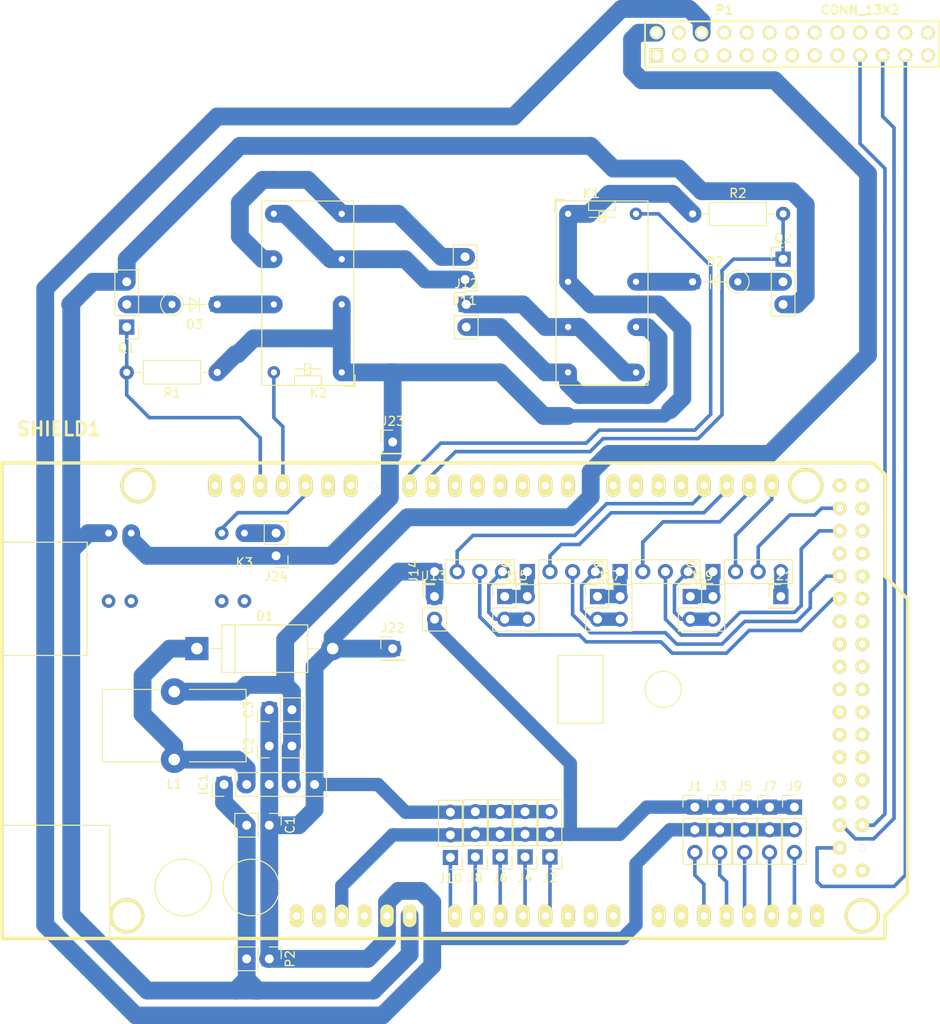
<source format=kicad_pcb>
(kicad_pcb (version 4) (host pcbnew 4.0.7)

  (general
    (links 108)
    (no_connects 4)
    (area 102.22 12.442999 208.527601 128.146002)
    (thickness 1.6)
    (drawings 8)
    (tracks 384)
    (zones 0)
    (modules 42)
    (nets 48)
  )

  (page A3)
  (layers
    (0 F.Cu signal)
    (31 B.Cu signal)
    (32 B.Adhes user)
    (33 F.Adhes user)
    (34 B.Paste user)
    (35 F.Paste user)
    (36 B.SilkS user)
    (37 F.SilkS user)
    (38 B.Mask user)
    (39 F.Mask user)
    (40 Dwgs.User user)
    (41 Cmts.User user)
    (42 Eco1.User user)
    (43 Eco2.User user)
    (44 Edge.Cuts user)
  )

  (setup
    (last_trace_width 0.4)
    (user_trace_width 0.4)
    (user_trace_width 0.5)
    (user_trace_width 1)
    (user_trace_width 1.5)
    (user_trace_width 2)
    (trace_clearance 0.4)
    (zone_clearance 0.508)
    (zone_45_only no)
    (trace_min 0.4)
    (segment_width 0.2)
    (edge_width 0.1)
    (via_size 0.8128)
    (via_drill 0.8127)
    (via_min_size 0.8128)
    (via_min_drill 0.508)
    (uvia_size 0.508)
    (uvia_drill 0.127)
    (uvias_allowed no)
    (uvia_min_size 0.508)
    (uvia_min_drill 0.127)
    (pcb_text_width 0.3)
    (pcb_text_size 1.5 1.5)
    (mod_edge_width 0.15)
    (mod_text_size 1 1)
    (mod_text_width 0.15)
    (pad_size 1.524 1.524)
    (pad_drill 0.762)
    (pad_to_mask_clearance 0)
    (aux_axis_origin 0 0)
    (visible_elements 7FFFFFFF)
    (pcbplotparams
      (layerselection 0x00030_80000001)
      (usegerberextensions true)
      (excludeedgelayer true)
      (linewidth 0.150000)
      (plotframeref false)
      (viasonmask false)
      (mode 1)
      (useauxorigin false)
      (hpglpennumber 1)
      (hpglpenspeed 20)
      (hpglpendiameter 15)
      (hpglpenoverlay 2)
      (psnegative false)
      (psa4output false)
      (plotreference true)
      (plotvalue true)
      (plotinvisibletext false)
      (padsonsilk false)
      (subtractmaskfromsilk false)
      (outputformat 1)
      (mirror false)
      (drillshape 1)
      (scaleselection 1)
      (outputdirectory ""))
  )

  (net 0 "")
  (net 1 +5V)
  (net 2 "/GPIO10(MOSI)")
  (net 3 "/GPIO11(SCLK)")
  (net 4 "/GPIO9(MISO)")
  (net 5 GND)
  (net 6 +12V)
  (net 7 "Net-(C2-Pad2)")
  (net 8 "Net-(D2-Pad2)")
  (net 9 "Net-(D3-Pad1)")
  (net 10 "Net-(D3-Pad2)")
  (net 11 "Net-(J2-Pad1)")
  (net 12 "Net-(J4-Pad1)")
  (net 13 "Net-(J6-Pad1)")
  (net 14 "Net-(J7-Pad3)")
  (net 15 "Net-(J9-Pad3)")
  (net 16 "Net-(J12-Pad2)")
  (net 17 "Net-(J14-Pad2)")
  (net 18 "Net-(J14-Pad3)")
  (net 19 "Net-(J16-Pad2)")
  (net 20 "Net-(J17-Pad1)")
  (net 21 "Net-(Q1-Pad1)")
  (net 22 "Net-(Q2-Pad1)")
  (net 23 "Net-(SHIELD1-PadGND1)")
  (net 24 "Net-(D1-Pad1)")
  (net 25 "Net-(J1-Pad3)")
  (net 26 "Net-(J3-Pad3)")
  (net 27 "Net-(J5-Pad3)")
  (net 28 "Net-(J8-Pad1)")
  (net 29 "Net-(J10-Pad1)")
  (net 30 "Net-(J11-Pad1)")
  (net 31 "Net-(J11-Pad2)")
  (net 32 "Net-(J12-Pad1)")
  (net 33 "Net-(J14-Pad4)")
  (net 34 "Net-(J15-Pad1)")
  (net 35 "Net-(J16-Pad3)")
  (net 36 "Net-(J16-Pad4)")
  (net 37 "Net-(J18-Pad2)")
  (net 38 "Net-(J18-Pad3)")
  (net 39 "Net-(J18-Pad4)")
  (net 40 "Net-(J19-Pad1)")
  (net 41 "Net-(J20-Pad2)")
  (net 42 "Net-(J20-Pad3)")
  (net 43 "Net-(J20-Pad4)")
  (net 44 "Net-(D2-Pad1)")
  (net 45 "Net-(J23-Pad1)")
  (net 46 "Net-(J24-Pad2)")
  (net 47 "Net-(K3-Pad2)")

  (net_class Default "This is the default net class."
    (clearance 0.4)
    (trace_width 0.4)
    (via_dia 0.8128)
    (via_drill 0.8127)
    (uvia_dia 0.508)
    (uvia_drill 0.127)
    (add_net +12V)
    (add_net +5V)
    (add_net "/GPIO10(MOSI)")
    (add_net "/GPIO11(SCLK)")
    (add_net "/GPIO9(MISO)")
    (add_net GND)
    (add_net "Net-(C2-Pad2)")
    (add_net "Net-(D1-Pad1)")
    (add_net "Net-(D2-Pad1)")
    (add_net "Net-(D2-Pad2)")
    (add_net "Net-(D3-Pad1)")
    (add_net "Net-(D3-Pad2)")
    (add_net "Net-(J1-Pad3)")
    (add_net "Net-(J10-Pad1)")
    (add_net "Net-(J11-Pad1)")
    (add_net "Net-(J11-Pad2)")
    (add_net "Net-(J12-Pad1)")
    (add_net "Net-(J12-Pad2)")
    (add_net "Net-(J14-Pad2)")
    (add_net "Net-(J14-Pad3)")
    (add_net "Net-(J14-Pad4)")
    (add_net "Net-(J15-Pad1)")
    (add_net "Net-(J16-Pad2)")
    (add_net "Net-(J16-Pad3)")
    (add_net "Net-(J16-Pad4)")
    (add_net "Net-(J17-Pad1)")
    (add_net "Net-(J18-Pad2)")
    (add_net "Net-(J18-Pad3)")
    (add_net "Net-(J18-Pad4)")
    (add_net "Net-(J19-Pad1)")
    (add_net "Net-(J2-Pad1)")
    (add_net "Net-(J20-Pad2)")
    (add_net "Net-(J20-Pad3)")
    (add_net "Net-(J20-Pad4)")
    (add_net "Net-(J23-Pad1)")
    (add_net "Net-(J24-Pad2)")
    (add_net "Net-(J3-Pad3)")
    (add_net "Net-(J4-Pad1)")
    (add_net "Net-(J5-Pad3)")
    (add_net "Net-(J6-Pad1)")
    (add_net "Net-(J7-Pad3)")
    (add_net "Net-(J8-Pad1)")
    (add_net "Net-(J9-Pad3)")
    (add_net "Net-(K3-Pad2)")
    (add_net "Net-(Q1-Pad1)")
    (add_net "Net-(Q2-Pad1)")
    (add_net "Net-(SHIELD1-PadGND1)")
  )

  (module pin_array_13x2 (layer F.Cu) (tedit 5031D825) (tstamp 5A3EAC31)
    (at 191.516 17.78)
    (descr "2 x 13 pins connector")
    (tags CONN)
    (path /5A644C67)
    (fp_text reference P1 (at -7.62 -3.81) (layer F.SilkS)
      (effects (font (size 1.016 1.016) (thickness 0.2032)))
    )
    (fp_text value CONN_13X2 (at 7.62 -3.81) (layer F.SilkS)
      (effects (font (size 1.016 1.016) (thickness 0.2032)))
    )
    (fp_line (start -16.51 2.54) (end 16.51 2.54) (layer F.SilkS) (width 0.2032))
    (fp_line (start 16.51 -2.54) (end -16.51 -2.54) (layer F.SilkS) (width 0.2032))
    (fp_line (start -16.51 -2.54) (end -16.51 2.54) (layer F.SilkS) (width 0.2032))
    (fp_line (start 16.51 2.54) (end 16.51 -2.54) (layer F.SilkS) (width 0.2032))
    (pad 1 thru_hole rect (at -15.24 1.27) (size 1.524 1.524) (drill 1.016) (layers *.Cu *.Mask F.SilkS))
    (pad 2 thru_hole circle (at -15.24 -1.27) (size 1.524 1.524) (drill 1.016) (layers *.Cu *.Mask F.SilkS)
      (net 7 "Net-(C2-Pad2)"))
    (pad 3 thru_hole circle (at -12.7 1.27) (size 1.524 1.524) (drill 1.016) (layers *.Cu *.Mask F.SilkS))
    (pad 4 thru_hole circle (at -12.7 -1.27) (size 1.524 1.524) (drill 1.016) (layers *.Cu *.Mask F.SilkS))
    (pad 5 thru_hole circle (at -10.16 1.27) (size 1.524 1.524) (drill 1.016) (layers *.Cu *.Mask F.SilkS))
    (pad 6 thru_hole circle (at -10.16 -1.27) (size 1.524 1.524) (drill 1.016) (layers *.Cu *.Mask F.SilkS)
      (net 5 GND))
    (pad 7 thru_hole circle (at -7.62 1.27) (size 1.524 1.524) (drill 1.016) (layers *.Cu *.Mask F.SilkS))
    (pad 8 thru_hole circle (at -7.62 -1.27) (size 1.524 1.524) (drill 1.016) (layers *.Cu *.Mask F.SilkS))
    (pad 9 thru_hole circle (at -5.08 1.27) (size 1.524 1.524) (drill 1.016) (layers *.Cu *.Mask F.SilkS))
    (pad 10 thru_hole circle (at -5.08 -1.27) (size 1.524 1.524) (drill 1.016) (layers *.Cu *.Mask F.SilkS))
    (pad 11 thru_hole circle (at -2.54 1.27) (size 1.524 1.524) (drill 1.016) (layers *.Cu *.Mask F.SilkS))
    (pad 12 thru_hole circle (at -2.54 -1.27) (size 1.524 1.524) (drill 1.016) (layers *.Cu *.Mask F.SilkS))
    (pad 13 thru_hole circle (at 0 1.27) (size 1.524 1.524) (drill 1.016) (layers *.Cu *.Mask F.SilkS))
    (pad 14 thru_hole circle (at 0 -1.27) (size 1.524 1.524) (drill 1.016) (layers *.Cu *.Mask F.SilkS))
    (pad 15 thru_hole circle (at 2.54 1.27) (size 1.524 1.524) (drill 1.016) (layers *.Cu *.Mask F.SilkS))
    (pad 16 thru_hole circle (at 2.54 -1.27) (size 1.524 1.524) (drill 1.016) (layers *.Cu *.Mask F.SilkS))
    (pad 17 thru_hole circle (at 5.08 1.27) (size 1.524 1.524) (drill 1.016) (layers *.Cu *.Mask F.SilkS))
    (pad 18 thru_hole circle (at 5.08 -1.27) (size 1.524 1.524) (drill 1.016) (layers *.Cu *.Mask F.SilkS))
    (pad 19 thru_hole circle (at 7.62 1.27) (size 1.524 1.524) (drill 1.016) (layers *.Cu *.Mask F.SilkS)
      (net 2 "/GPIO10(MOSI)"))
    (pad 20 thru_hole circle (at 7.62 -1.27) (size 1.524 1.524) (drill 1.016) (layers *.Cu *.Mask F.SilkS))
    (pad 21 thru_hole circle (at 10.16 1.27) (size 1.524 1.524) (drill 1.016) (layers *.Cu *.Mask F.SilkS)
      (net 4 "/GPIO9(MISO)"))
    (pad 22 thru_hole circle (at 10.16 -1.27) (size 1.524 1.524) (drill 1.016) (layers *.Cu *.Mask F.SilkS))
    (pad 23 thru_hole circle (at 12.7 1.27) (size 1.524 1.524) (drill 1.016) (layers *.Cu *.Mask F.SilkS)
      (net 3 "/GPIO11(SCLK)"))
    (pad 24 thru_hole circle (at 12.7 -1.27) (size 1.524 1.524) (drill 1.016) (layers *.Cu *.Mask F.SilkS))
    (pad 25 thru_hole circle (at 15.24 1.27) (size 1.524 1.524) (drill 1.016) (layers *.Cu *.Mask F.SilkS))
    (pad 26 thru_hole circle (at 15.24 -1.27) (size 1.524 1.524) (drill 1.016) (layers *.Cu *.Mask F.SilkS))
    (model pin_array/pins_array_13x2.wrl
      (at (xyz 0 0 0))
      (scale (xyz 1 1 1))
      (rotate (xyz 0 0 0))
    )
  )

  (module Diodes_THT:D_DO-35_SOD27_P5.08mm_Vertical_KathodeUp (layer F.Cu) (tedit 5A476AE8) (tstamp 5A46C82E)
    (at 180.34 44.45)
    (descr "D, DO-35_SOD27 series, Axial, Vertical, pin pitch=5.08mm, , length*diameter=4*2mm^2, , http://www.diodes.com/_files/packages/DO-35.pdf")
    (tags "D DO-35_SOD27 series Axial Vertical pin pitch 5.08mm  length 4mm diameter 2mm")
    (path /5A644C88)
    (fp_text reference D2 (at 2.54 -2.266371) (layer F.SilkS)
      (effects (font (size 1 1) (thickness 0.15)))
    )
    (fp_text value D (at 2.54 2.266371) (layer F.Fab)
      (effects (font (size 1 1) (thickness 0.15)))
    )
    (fp_text user K (at -1.5 0) (layer F.Fab)
      (effects (font (size 1 1) (thickness 0.15)))
    )
    (fp_text user %R (at 2.54 0) (layer F.Fab)
      (effects (font (size 1 1) (thickness 0.15)))
    )
    (fp_line (start 0 0) (end 5.08 0) (layer F.Fab) (width 0.1))
    (fp_line (start 1.266371 0) (end 3.98 0) (layer F.SilkS) (width 0.12))
    (fp_line (start 2.006667 -0.8) (end 2.006667 0.8) (layer F.SilkS) (width 0.12))
    (fp_line (start 2.006667 0) (end 3.073333 -0.8) (layer F.SilkS) (width 0.12))
    (fp_line (start 3.073333 -0.8) (end 3.073333 0.8) (layer F.SilkS) (width 0.12))
    (fp_line (start 3.073333 0.8) (end 2.006667 0) (layer F.SilkS) (width 0.12))
    (fp_line (start -1.15 -1.55) (end -1.15 1.55) (layer F.CrtYd) (width 0.05))
    (fp_line (start -1.15 1.55) (end 6.4 1.55) (layer F.CrtYd) (width 0.05))
    (fp_line (start 6.4 1.55) (end 6.4 -1.55) (layer F.CrtYd) (width 0.05))
    (fp_line (start 6.4 -1.55) (end -1.15 -1.55) (layer F.CrtYd) (width 0.05))
    (fp_circle (center 5.08 0) (end 6.08 0) (layer F.Fab) (width 0.1))
    (fp_circle (center 5.08 0) (end 6.346371 0) (layer F.SilkS) (width 0.12))
    (pad 1 thru_hole rect (at 0 0) (size 1.6 1.6) (drill 0.8) (layers *.Cu *.Mask)
      (net 44 "Net-(D2-Pad1)"))
    (pad 2 thru_hole oval (at 5.08 0) (size 1.6 1.6) (drill 0.8) (layers *.Cu *.Mask)
      (net 8 "Net-(D2-Pad2)"))
    (model ${KISYS3DMOD}/Diodes_THT.3dshapes/D_DO-35_SOD27_P5.08mm_Vertical_KathodeUp.wrl
      (at (xyz 0 0 0))
      (scale (xyz 0.393701 0.393701 0.393701))
      (rotate (xyz 0 0 0))
    )
  )

  (module Diodes_THT:D_DO-35_SOD27_P5.08mm_Vertical_KathodeUp (layer F.Cu) (tedit 5A476BCB) (tstamp 5A46C842)
    (at 127 46.99 180)
    (descr "D, DO-35_SOD27 series, Axial, Vertical, pin pitch=5.08mm, , length*diameter=4*2mm^2, , http://www.diodes.com/_files/packages/DO-35.pdf")
    (tags "D DO-35_SOD27 series Axial Vertical pin pitch 5.08mm  length 4mm diameter 2mm")
    (path /5A644C95)
    (fp_text reference D3 (at 2.54 -2.266371 180) (layer F.SilkS)
      (effects (font (size 1 1) (thickness 0.15)))
    )
    (fp_text value D (at 2.54 2.266371 180) (layer F.Fab)
      (effects (font (size 1 1) (thickness 0.15)))
    )
    (fp_text user K (at -1.5 0 180) (layer F.Fab)
      (effects (font (size 1 1) (thickness 0.15)))
    )
    (fp_text user %R (at 2.54 0 180) (layer F.Fab)
      (effects (font (size 1 1) (thickness 0.15)))
    )
    (fp_line (start 0 0) (end 5.08 0) (layer F.Fab) (width 0.1))
    (fp_line (start 1.266371 0) (end 3.98 0) (layer F.SilkS) (width 0.12))
    (fp_line (start 2.006667 -0.8) (end 2.006667 0.8) (layer F.SilkS) (width 0.12))
    (fp_line (start 2.006667 0) (end 3.073333 -0.8) (layer F.SilkS) (width 0.12))
    (fp_line (start 3.073333 -0.8) (end 3.073333 0.8) (layer F.SilkS) (width 0.12))
    (fp_line (start 3.073333 0.8) (end 2.006667 0) (layer F.SilkS) (width 0.12))
    (fp_line (start -1.15 -1.55) (end -1.15 1.55) (layer F.CrtYd) (width 0.05))
    (fp_line (start -1.15 1.55) (end 6.4 1.55) (layer F.CrtYd) (width 0.05))
    (fp_line (start 6.4 1.55) (end 6.4 -1.55) (layer F.CrtYd) (width 0.05))
    (fp_line (start 6.4 -1.55) (end -1.15 -1.55) (layer F.CrtYd) (width 0.05))
    (fp_circle (center 5.08 0) (end 6.08 0) (layer F.Fab) (width 0.1))
    (fp_circle (center 5.08 0) (end 6.346371 0) (layer F.SilkS) (width 0.12))
    (pad 1 thru_hole rect (at 0 0 180) (size 1.6 1.6) (drill 0.8) (layers *.Cu *.Mask)
      (net 9 "Net-(D3-Pad1)"))
    (pad 2 thru_hole oval (at 5.08 0 180) (size 1.6 1.6) (drill 0.8) (layers *.Cu *.Mask)
      (net 10 "Net-(D3-Pad2)"))
    (model ${KISYS3DMOD}/Diodes_THT.3dshapes/D_DO-35_SOD27_P5.08mm_Vertical_KathodeUp.wrl
      (at (xyz 0 0 0))
      (scale (xyz 0.393701 0.393701 0.393701))
      (rotate (xyz 0 0 0))
    )
  )

  (module Pin_Headers:Pin_Header_Straight_1x03_Pitch2.54mm (layer F.Cu) (tedit 59650532) (tstamp 5A46C89D)
    (at 116.84 49.53 180)
    (descr "Through hole straight pin header, 1x03, 2.54mm pitch, single row")
    (tags "Through hole pin header THT 1x03 2.54mm single row")
    (path /5A644C93)
    (fp_text reference Q1 (at 0 -2.33 180) (layer F.SilkS)
      (effects (font (size 1 1) (thickness 0.15)))
    )
    (fp_text value Q_NMOS_GDS (at 0 7.41 180) (layer F.Fab)
      (effects (font (size 1 1) (thickness 0.15)))
    )
    (fp_line (start -0.635 -1.27) (end 1.27 -1.27) (layer F.Fab) (width 0.1))
    (fp_line (start 1.27 -1.27) (end 1.27 6.35) (layer F.Fab) (width 0.1))
    (fp_line (start 1.27 6.35) (end -1.27 6.35) (layer F.Fab) (width 0.1))
    (fp_line (start -1.27 6.35) (end -1.27 -0.635) (layer F.Fab) (width 0.1))
    (fp_line (start -1.27 -0.635) (end -0.635 -1.27) (layer F.Fab) (width 0.1))
    (fp_line (start -1.33 6.41) (end 1.33 6.41) (layer F.SilkS) (width 0.12))
    (fp_line (start -1.33 1.27) (end -1.33 6.41) (layer F.SilkS) (width 0.12))
    (fp_line (start 1.33 1.27) (end 1.33 6.41) (layer F.SilkS) (width 0.12))
    (fp_line (start -1.33 1.27) (end 1.33 1.27) (layer F.SilkS) (width 0.12))
    (fp_line (start -1.33 0) (end -1.33 -1.33) (layer F.SilkS) (width 0.12))
    (fp_line (start -1.33 -1.33) (end 0 -1.33) (layer F.SilkS) (width 0.12))
    (fp_line (start -1.8 -1.8) (end -1.8 6.85) (layer F.CrtYd) (width 0.05))
    (fp_line (start -1.8 6.85) (end 1.8 6.85) (layer F.CrtYd) (width 0.05))
    (fp_line (start 1.8 6.85) (end 1.8 -1.8) (layer F.CrtYd) (width 0.05))
    (fp_line (start 1.8 -1.8) (end -1.8 -1.8) (layer F.CrtYd) (width 0.05))
    (fp_text user %R (at 0 2.54 270) (layer F.Fab)
      (effects (font (size 1 1) (thickness 0.15)))
    )
    (pad 1 thru_hole rect (at 0 0 180) (size 1.7 1.7) (drill 1) (layers *.Cu *.Mask)
      (net 21 "Net-(Q1-Pad1)"))
    (pad 2 thru_hole oval (at 0 2.54 180) (size 1.7 1.7) (drill 1) (layers *.Cu *.Mask)
      (net 10 "Net-(D3-Pad2)"))
    (pad 3 thru_hole oval (at 0 5.08 180) (size 1.7 1.7) (drill 1) (layers *.Cu *.Mask)
      (net 6 +12V))
    (model ${KISYS3DMOD}/Pin_Headers.3dshapes/Pin_Header_Straight_1x03_Pitch2.54mm.wrl
      (at (xyz 0 0 0))
      (scale (xyz 1 1 1))
      (rotate (xyz 0 0 0))
    )
  )

  (module Pin_Headers:Pin_Header_Straight_1x03_Pitch2.54mm (layer F.Cu) (tedit 59650532) (tstamp 5A46C8B4)
    (at 190.5 41.91)
    (descr "Through hole straight pin header, 1x03, 2.54mm pitch, single row")
    (tags "Through hole pin header THT 1x03 2.54mm single row")
    (path /5A644C87)
    (fp_text reference Q2 (at 0 -2.33) (layer F.SilkS)
      (effects (font (size 1 1) (thickness 0.15)))
    )
    (fp_text value Q_NMOS_GDS (at 0 7.41) (layer F.Fab)
      (effects (font (size 1 1) (thickness 0.15)))
    )
    (fp_line (start -0.635 -1.27) (end 1.27 -1.27) (layer F.Fab) (width 0.1))
    (fp_line (start 1.27 -1.27) (end 1.27 6.35) (layer F.Fab) (width 0.1))
    (fp_line (start 1.27 6.35) (end -1.27 6.35) (layer F.Fab) (width 0.1))
    (fp_line (start -1.27 6.35) (end -1.27 -0.635) (layer F.Fab) (width 0.1))
    (fp_line (start -1.27 -0.635) (end -0.635 -1.27) (layer F.Fab) (width 0.1))
    (fp_line (start -1.33 6.41) (end 1.33 6.41) (layer F.SilkS) (width 0.12))
    (fp_line (start -1.33 1.27) (end -1.33 6.41) (layer F.SilkS) (width 0.12))
    (fp_line (start 1.33 1.27) (end 1.33 6.41) (layer F.SilkS) (width 0.12))
    (fp_line (start -1.33 1.27) (end 1.33 1.27) (layer F.SilkS) (width 0.12))
    (fp_line (start -1.33 0) (end -1.33 -1.33) (layer F.SilkS) (width 0.12))
    (fp_line (start -1.33 -1.33) (end 0 -1.33) (layer F.SilkS) (width 0.12))
    (fp_line (start -1.8 -1.8) (end -1.8 6.85) (layer F.CrtYd) (width 0.05))
    (fp_line (start -1.8 6.85) (end 1.8 6.85) (layer F.CrtYd) (width 0.05))
    (fp_line (start 1.8 6.85) (end 1.8 -1.8) (layer F.CrtYd) (width 0.05))
    (fp_line (start 1.8 -1.8) (end -1.8 -1.8) (layer F.CrtYd) (width 0.05))
    (fp_text user %R (at 0 2.54 90) (layer F.Fab)
      (effects (font (size 1 1) (thickness 0.15)))
    )
    (pad 1 thru_hole rect (at 0 0) (size 1.7 1.7) (drill 1) (layers *.Cu *.Mask)
      (net 22 "Net-(Q2-Pad1)"))
    (pad 2 thru_hole oval (at 0 2.54) (size 1.7 1.7) (drill 1) (layers *.Cu *.Mask)
      (net 8 "Net-(D2-Pad2)"))
    (pad 3 thru_hole oval (at 0 5.08) (size 1.7 1.7) (drill 1) (layers *.Cu *.Mask)
      (net 6 +12V))
    (model ${KISYS3DMOD}/Pin_Headers.3dshapes/Pin_Header_Straight_1x03_Pitch2.54mm.wrl
      (at (xyz 0 0 0))
      (scale (xyz 1 1 1))
      (rotate (xyz 0 0 0))
    )
  )

  (module Resistors_THT:R_Axial_DIN0207_L6.3mm_D2.5mm_P10.16mm_Horizontal (layer F.Cu) (tedit 5874F706) (tstamp 5A46C8CA)
    (at 127 54.61 180)
    (descr "Resistor, Axial_DIN0207 series, Axial, Horizontal, pin pitch=10.16mm, 0.25W = 1/4W, length*diameter=6.3*2.5mm^2, http://cdn-reichelt.de/documents/datenblatt/B400/1_4W%23YAG.pdf")
    (tags "Resistor Axial_DIN0207 series Axial Horizontal pin pitch 10.16mm 0.25W = 1/4W length 6.3mm diameter 2.5mm")
    (path /5A644C94)
    (fp_text reference R1 (at 5.08 -2.31 180) (layer F.SilkS)
      (effects (font (size 1 1) (thickness 0.15)))
    )
    (fp_text value 10k (at 5.08 2.31 180) (layer F.Fab)
      (effects (font (size 1 1) (thickness 0.15)))
    )
    (fp_line (start 1.93 -1.25) (end 1.93 1.25) (layer F.Fab) (width 0.1))
    (fp_line (start 1.93 1.25) (end 8.23 1.25) (layer F.Fab) (width 0.1))
    (fp_line (start 8.23 1.25) (end 8.23 -1.25) (layer F.Fab) (width 0.1))
    (fp_line (start 8.23 -1.25) (end 1.93 -1.25) (layer F.Fab) (width 0.1))
    (fp_line (start 0 0) (end 1.93 0) (layer F.Fab) (width 0.1))
    (fp_line (start 10.16 0) (end 8.23 0) (layer F.Fab) (width 0.1))
    (fp_line (start 1.87 -1.31) (end 1.87 1.31) (layer F.SilkS) (width 0.12))
    (fp_line (start 1.87 1.31) (end 8.29 1.31) (layer F.SilkS) (width 0.12))
    (fp_line (start 8.29 1.31) (end 8.29 -1.31) (layer F.SilkS) (width 0.12))
    (fp_line (start 8.29 -1.31) (end 1.87 -1.31) (layer F.SilkS) (width 0.12))
    (fp_line (start 0.98 0) (end 1.87 0) (layer F.SilkS) (width 0.12))
    (fp_line (start 9.18 0) (end 8.29 0) (layer F.SilkS) (width 0.12))
    (fp_line (start -1.05 -1.6) (end -1.05 1.6) (layer F.CrtYd) (width 0.05))
    (fp_line (start -1.05 1.6) (end 11.25 1.6) (layer F.CrtYd) (width 0.05))
    (fp_line (start 11.25 1.6) (end 11.25 -1.6) (layer F.CrtYd) (width 0.05))
    (fp_line (start 11.25 -1.6) (end -1.05 -1.6) (layer F.CrtYd) (width 0.05))
    (pad 1 thru_hole circle (at 0 0 180) (size 1.6 1.6) (drill 0.8) (layers *.Cu *.Mask)
      (net 45 "Net-(J23-Pad1)"))
    (pad 2 thru_hole oval (at 10.16 0 180) (size 1.6 1.6) (drill 0.8) (layers *.Cu *.Mask)
      (net 21 "Net-(Q1-Pad1)"))
    (model ${KISYS3DMOD}/Resistors_THT.3dshapes/R_Axial_DIN0207_L6.3mm_D2.5mm_P10.16mm_Horizontal.wrl
      (at (xyz 0 0 0))
      (scale (xyz 0.393701 0.393701 0.393701))
      (rotate (xyz 0 0 0))
    )
  )

  (module Resistors_THT:R_Axial_DIN0207_L6.3mm_D2.5mm_P10.16mm_Horizontal (layer F.Cu) (tedit 5874F706) (tstamp 5A46C8E0)
    (at 180.34 36.83)
    (descr "Resistor, Axial_DIN0207 series, Axial, Horizontal, pin pitch=10.16mm, 0.25W = 1/4W, length*diameter=6.3*2.5mm^2, http://cdn-reichelt.de/documents/datenblatt/B400/1_4W%23YAG.pdf")
    (tags "Resistor Axial_DIN0207 series Axial Horizontal pin pitch 10.16mm 0.25W = 1/4W length 6.3mm diameter 2.5mm")
    (path /5A644C8B)
    (fp_text reference R2 (at 5.08 -2.31) (layer F.SilkS)
      (effects (font (size 1 1) (thickness 0.15)))
    )
    (fp_text value 10k (at 5.08 2.31) (layer F.Fab)
      (effects (font (size 1 1) (thickness 0.15)))
    )
    (fp_line (start 1.93 -1.25) (end 1.93 1.25) (layer F.Fab) (width 0.1))
    (fp_line (start 1.93 1.25) (end 8.23 1.25) (layer F.Fab) (width 0.1))
    (fp_line (start 8.23 1.25) (end 8.23 -1.25) (layer F.Fab) (width 0.1))
    (fp_line (start 8.23 -1.25) (end 1.93 -1.25) (layer F.Fab) (width 0.1))
    (fp_line (start 0 0) (end 1.93 0) (layer F.Fab) (width 0.1))
    (fp_line (start 10.16 0) (end 8.23 0) (layer F.Fab) (width 0.1))
    (fp_line (start 1.87 -1.31) (end 1.87 1.31) (layer F.SilkS) (width 0.12))
    (fp_line (start 1.87 1.31) (end 8.29 1.31) (layer F.SilkS) (width 0.12))
    (fp_line (start 8.29 1.31) (end 8.29 -1.31) (layer F.SilkS) (width 0.12))
    (fp_line (start 8.29 -1.31) (end 1.87 -1.31) (layer F.SilkS) (width 0.12))
    (fp_line (start 0.98 0) (end 1.87 0) (layer F.SilkS) (width 0.12))
    (fp_line (start 9.18 0) (end 8.29 0) (layer F.SilkS) (width 0.12))
    (fp_line (start -1.05 -1.6) (end -1.05 1.6) (layer F.CrtYd) (width 0.05))
    (fp_line (start -1.05 1.6) (end 11.25 1.6) (layer F.CrtYd) (width 0.05))
    (fp_line (start 11.25 1.6) (end 11.25 -1.6) (layer F.CrtYd) (width 0.05))
    (fp_line (start 11.25 -1.6) (end -1.05 -1.6) (layer F.CrtYd) (width 0.05))
    (pad 1 thru_hole circle (at 0 0) (size 1.6 1.6) (drill 0.8) (layers *.Cu *.Mask)
      (net 45 "Net-(J23-Pad1)"))
    (pad 2 thru_hole oval (at 10.16 0) (size 1.6 1.6) (drill 0.8) (layers *.Cu *.Mask)
      (net 22 "Net-(Q2-Pad1)"))
    (model ${KISYS3DMOD}/Resistors_THT.3dshapes/R_Axial_DIN0207_L6.3mm_D2.5mm_P10.16mm_Horizontal.wrl
      (at (xyz 0 0 0))
      (scale (xyz 0.393701 0.393701 0.393701))
      (rotate (xyz 0 0 0))
    )
  )

  (module Diodes_THT:D_DO-201_P15.24mm_Horizontal (layer F.Cu) (tedit 5921392E) (tstamp 5A46CAC5)
    (at 124.714 85.598)
    (descr "D, DO-201 series, Axial, Horizontal, pin pitch=15.24mm, , length*diameter=9.53*5.21mm^2, , http://www.diodes.com/_files/packages/DO-201.pdf")
    (tags "D DO-201 series Axial Horizontal pin pitch 15.24mm  length 9.53mm diameter 5.21mm")
    (path /5A644C86)
    (fp_text reference D1 (at 7.62 -3.665) (layer F.SilkS)
      (effects (font (size 1 1) (thickness 0.15)))
    )
    (fp_text value 1n5824 (at 7.62 3.665) (layer F.Fab)
      (effects (font (size 1 1) (thickness 0.15)))
    )
    (fp_text user %R (at 7.62 0) (layer F.Fab)
      (effects (font (size 1 1) (thickness 0.15)))
    )
    (fp_line (start 2.855 -2.605) (end 2.855 2.605) (layer F.Fab) (width 0.1))
    (fp_line (start 2.855 2.605) (end 12.385 2.605) (layer F.Fab) (width 0.1))
    (fp_line (start 12.385 2.605) (end 12.385 -2.605) (layer F.Fab) (width 0.1))
    (fp_line (start 12.385 -2.605) (end 2.855 -2.605) (layer F.Fab) (width 0.1))
    (fp_line (start 0 0) (end 2.855 0) (layer F.Fab) (width 0.1))
    (fp_line (start 15.24 0) (end 12.385 0) (layer F.Fab) (width 0.1))
    (fp_line (start 4.2845 -2.605) (end 4.2845 2.605) (layer F.Fab) (width 0.1))
    (fp_line (start 2.795 -2.665) (end 2.795 2.665) (layer F.SilkS) (width 0.12))
    (fp_line (start 2.795 2.665) (end 12.445 2.665) (layer F.SilkS) (width 0.12))
    (fp_line (start 12.445 2.665) (end 12.445 -2.665) (layer F.SilkS) (width 0.12))
    (fp_line (start 12.445 -2.665) (end 2.795 -2.665) (layer F.SilkS) (width 0.12))
    (fp_line (start 1.48 0) (end 2.795 0) (layer F.SilkS) (width 0.12))
    (fp_line (start 13.76 0) (end 12.445 0) (layer F.SilkS) (width 0.12))
    (fp_line (start 4.2845 -2.665) (end 4.2845 2.665) (layer F.SilkS) (width 0.12))
    (fp_line (start -1.55 -2.95) (end -1.55 2.95) (layer F.CrtYd) (width 0.05))
    (fp_line (start -1.55 2.95) (end 16.8 2.95) (layer F.CrtYd) (width 0.05))
    (fp_line (start 16.8 2.95) (end 16.8 -2.95) (layer F.CrtYd) (width 0.05))
    (fp_line (start 16.8 -2.95) (end -1.55 -2.95) (layer F.CrtYd) (width 0.05))
    (pad 1 thru_hole rect (at 0 0) (size 2.6 2.6) (drill 1.3) (layers *.Cu *.Mask)
      (net 24 "Net-(D1-Pad1)"))
    (pad 2 thru_hole oval (at 15.24 0) (size 2.6 2.6) (drill 1.3) (layers *.Cu *.Mask)
      (net 5 GND))
    (model ${KISYS3DMOD}/Diodes_THT.3dshapes/D_DO-201_P15.24mm_Horizontal.wrl
      (at (xyz 0 0 0))
      (scale (xyz 0.393701 0.393701 0.393701))
      (rotate (xyz 0 0 0))
    )
  )

  (module Pin_Headers:Pin_Header_Straight_1x05_Pitch2.54mm (layer F.Cu) (tedit 59650532) (tstamp 5A46CADE)
    (at 127.762 100.838 90)
    (descr "Through hole straight pin header, 1x05, 2.54mm pitch, single row")
    (tags "Through hole pin header THT 1x05 2.54mm single row")
    (path /5A644C84)
    (fp_text reference IC1 (at 0 -2.33 90) (layer F.SilkS)
      (effects (font (size 1 1) (thickness 0.15)))
    )
    (fp_text value LM2956-5V (at 0 12.49 90) (layer F.Fab)
      (effects (font (size 1 1) (thickness 0.15)))
    )
    (fp_line (start -0.635 -1.27) (end 1.27 -1.27) (layer F.Fab) (width 0.1))
    (fp_line (start 1.27 -1.27) (end 1.27 11.43) (layer F.Fab) (width 0.1))
    (fp_line (start 1.27 11.43) (end -1.27 11.43) (layer F.Fab) (width 0.1))
    (fp_line (start -1.27 11.43) (end -1.27 -0.635) (layer F.Fab) (width 0.1))
    (fp_line (start -1.27 -0.635) (end -0.635 -1.27) (layer F.Fab) (width 0.1))
    (fp_line (start -1.33 11.49) (end 1.33 11.49) (layer F.SilkS) (width 0.12))
    (fp_line (start -1.33 1.27) (end -1.33 11.49) (layer F.SilkS) (width 0.12))
    (fp_line (start 1.33 1.27) (end 1.33 11.49) (layer F.SilkS) (width 0.12))
    (fp_line (start -1.33 1.27) (end 1.33 1.27) (layer F.SilkS) (width 0.12))
    (fp_line (start -1.33 0) (end -1.33 -1.33) (layer F.SilkS) (width 0.12))
    (fp_line (start -1.33 -1.33) (end 0 -1.33) (layer F.SilkS) (width 0.12))
    (fp_line (start -1.8 -1.8) (end -1.8 11.95) (layer F.CrtYd) (width 0.05))
    (fp_line (start -1.8 11.95) (end 1.8 11.95) (layer F.CrtYd) (width 0.05))
    (fp_line (start 1.8 11.95) (end 1.8 -1.8) (layer F.CrtYd) (width 0.05))
    (fp_line (start 1.8 -1.8) (end -1.8 -1.8) (layer F.CrtYd) (width 0.05))
    (fp_text user %R (at 0 5.08 180) (layer F.Fab)
      (effects (font (size 1 1) (thickness 0.15)))
    )
    (pad 1 thru_hole rect (at 0 0 90) (size 1.7 1.7) (drill 1) (layers *.Cu *.Mask)
      (net 6 +12V))
    (pad 2 thru_hole oval (at 0 2.54 90) (size 1.7 1.7) (drill 1) (layers *.Cu *.Mask)
      (net 24 "Net-(D1-Pad1)"))
    (pad 3 thru_hole oval (at 0 5.08 90) (size 1.7 1.7) (drill 1) (layers *.Cu *.Mask)
      (net 5 GND))
    (pad 4 thru_hole oval (at 0 7.62 90) (size 1.7 1.7) (drill 1) (layers *.Cu *.Mask)
      (net 7 "Net-(C2-Pad2)"))
    (pad 5 thru_hole oval (at 0 10.16 90) (size 1.7 1.7) (drill 1) (layers *.Cu *.Mask)
      (net 5 GND))
    (model ${KISYS3DMOD}/Pin_Headers.3dshapes/Pin_Header_Straight_1x05_Pitch2.54mm.wrl
      (at (xyz 0 0 0))
      (scale (xyz 1 1 1))
      (rotate (xyz 0 0 0))
    )
  )

  (module Pin_Headers:Pin_Header_Straight_1x02_Pitch2.54mm (layer F.Cu) (tedit 59650532) (tstamp 5A645610)
    (at 132.842 105.41 270)
    (descr "Through hole straight pin header, 1x02, 2.54mm pitch, single row")
    (tags "Through hole pin header THT 1x02 2.54mm single row")
    (path /5A644C7F)
    (fp_text reference C1 (at 0 -2.33 270) (layer F.SilkS)
      (effects (font (size 1 1) (thickness 0.15)))
    )
    (fp_text value "10 uF" (at 0 4.87 270) (layer F.Fab)
      (effects (font (size 1 1) (thickness 0.15)))
    )
    (fp_line (start -0.635 -1.27) (end 1.27 -1.27) (layer F.Fab) (width 0.1))
    (fp_line (start 1.27 -1.27) (end 1.27 3.81) (layer F.Fab) (width 0.1))
    (fp_line (start 1.27 3.81) (end -1.27 3.81) (layer F.Fab) (width 0.1))
    (fp_line (start -1.27 3.81) (end -1.27 -0.635) (layer F.Fab) (width 0.1))
    (fp_line (start -1.27 -0.635) (end -0.635 -1.27) (layer F.Fab) (width 0.1))
    (fp_line (start -1.33 3.87) (end 1.33 3.87) (layer F.SilkS) (width 0.12))
    (fp_line (start -1.33 1.27) (end -1.33 3.87) (layer F.SilkS) (width 0.12))
    (fp_line (start 1.33 1.27) (end 1.33 3.87) (layer F.SilkS) (width 0.12))
    (fp_line (start -1.33 1.27) (end 1.33 1.27) (layer F.SilkS) (width 0.12))
    (fp_line (start -1.33 0) (end -1.33 -1.33) (layer F.SilkS) (width 0.12))
    (fp_line (start -1.33 -1.33) (end 0 -1.33) (layer F.SilkS) (width 0.12))
    (fp_line (start -1.8 -1.8) (end -1.8 4.35) (layer F.CrtYd) (width 0.05))
    (fp_line (start -1.8 4.35) (end 1.8 4.35) (layer F.CrtYd) (width 0.05))
    (fp_line (start 1.8 4.35) (end 1.8 -1.8) (layer F.CrtYd) (width 0.05))
    (fp_line (start 1.8 -1.8) (end -1.8 -1.8) (layer F.CrtYd) (width 0.05))
    (fp_text user %R (at 0 1.27 360) (layer F.Fab)
      (effects (font (size 1 1) (thickness 0.15)))
    )
    (pad 1 thru_hole rect (at 0 0 270) (size 1.7 1.7) (drill 1) (layers *.Cu *.Mask)
      (net 5 GND))
    (pad 2 thru_hole oval (at 0 2.54 270) (size 1.7 1.7) (drill 1) (layers *.Cu *.Mask)
      (net 6 +12V))
    (model ${KISYS3DMOD}/Pin_Headers.3dshapes/Pin_Header_Straight_1x02_Pitch2.54mm.wrl
      (at (xyz 0 0 0))
      (scale (xyz 1 1 1))
      (rotate (xyz 0 0 0))
    )
  )

  (module Pin_Headers:Pin_Header_Straight_1x02_Pitch2.54mm (layer F.Cu) (tedit 59650532) (tstamp 5A645625)
    (at 132.842 96.52 90)
    (descr "Through hole straight pin header, 1x02, 2.54mm pitch, single row")
    (tags "Through hole pin header THT 1x02 2.54mm single row")
    (path /5A644C7E)
    (fp_text reference C2 (at 0 -2.33 90) (layer F.SilkS)
      (effects (font (size 1 1) (thickness 0.15)))
    )
    (fp_text value "10 uF" (at 0 4.87 90) (layer F.Fab)
      (effects (font (size 1 1) (thickness 0.15)))
    )
    (fp_line (start -0.635 -1.27) (end 1.27 -1.27) (layer F.Fab) (width 0.1))
    (fp_line (start 1.27 -1.27) (end 1.27 3.81) (layer F.Fab) (width 0.1))
    (fp_line (start 1.27 3.81) (end -1.27 3.81) (layer F.Fab) (width 0.1))
    (fp_line (start -1.27 3.81) (end -1.27 -0.635) (layer F.Fab) (width 0.1))
    (fp_line (start -1.27 -0.635) (end -0.635 -1.27) (layer F.Fab) (width 0.1))
    (fp_line (start -1.33 3.87) (end 1.33 3.87) (layer F.SilkS) (width 0.12))
    (fp_line (start -1.33 1.27) (end -1.33 3.87) (layer F.SilkS) (width 0.12))
    (fp_line (start 1.33 1.27) (end 1.33 3.87) (layer F.SilkS) (width 0.12))
    (fp_line (start -1.33 1.27) (end 1.33 1.27) (layer F.SilkS) (width 0.12))
    (fp_line (start -1.33 0) (end -1.33 -1.33) (layer F.SilkS) (width 0.12))
    (fp_line (start -1.33 -1.33) (end 0 -1.33) (layer F.SilkS) (width 0.12))
    (fp_line (start -1.8 -1.8) (end -1.8 4.35) (layer F.CrtYd) (width 0.05))
    (fp_line (start -1.8 4.35) (end 1.8 4.35) (layer F.CrtYd) (width 0.05))
    (fp_line (start 1.8 4.35) (end 1.8 -1.8) (layer F.CrtYd) (width 0.05))
    (fp_line (start 1.8 -1.8) (end -1.8 -1.8) (layer F.CrtYd) (width 0.05))
    (fp_text user %R (at 0 1.27 180) (layer F.Fab)
      (effects (font (size 1 1) (thickness 0.15)))
    )
    (pad 1 thru_hole rect (at 0 0 90) (size 1.7 1.7) (drill 1) (layers *.Cu *.Mask)
      (net 5 GND))
    (pad 2 thru_hole oval (at 0 2.54 90) (size 1.7 1.7) (drill 1) (layers *.Cu *.Mask)
      (net 7 "Net-(C2-Pad2)"))
    (model ${KISYS3DMOD}/Pin_Headers.3dshapes/Pin_Header_Straight_1x02_Pitch2.54mm.wrl
      (at (xyz 0 0 0))
      (scale (xyz 1 1 1))
      (rotate (xyz 0 0 0))
    )
  )

  (module Pin_Headers:Pin_Header_Straight_1x02_Pitch2.54mm (layer F.Cu) (tedit 59650532) (tstamp 5A64563A)
    (at 132.842 92.456 90)
    (descr "Through hole straight pin header, 1x02, 2.54mm pitch, single row")
    (tags "Through hole pin header THT 1x02 2.54mm single row")
    (path /5A644C80)
    (fp_text reference C3 (at 0 -2.33 90) (layer F.SilkS)
      (effects (font (size 1 1) (thickness 0.15)))
    )
    (fp_text value "100 nF" (at 0 4.87 90) (layer F.Fab)
      (effects (font (size 1 1) (thickness 0.15)))
    )
    (fp_line (start -0.635 -1.27) (end 1.27 -1.27) (layer F.Fab) (width 0.1))
    (fp_line (start 1.27 -1.27) (end 1.27 3.81) (layer F.Fab) (width 0.1))
    (fp_line (start 1.27 3.81) (end -1.27 3.81) (layer F.Fab) (width 0.1))
    (fp_line (start -1.27 3.81) (end -1.27 -0.635) (layer F.Fab) (width 0.1))
    (fp_line (start -1.27 -0.635) (end -0.635 -1.27) (layer F.Fab) (width 0.1))
    (fp_line (start -1.33 3.87) (end 1.33 3.87) (layer F.SilkS) (width 0.12))
    (fp_line (start -1.33 1.27) (end -1.33 3.87) (layer F.SilkS) (width 0.12))
    (fp_line (start 1.33 1.27) (end 1.33 3.87) (layer F.SilkS) (width 0.12))
    (fp_line (start -1.33 1.27) (end 1.33 1.27) (layer F.SilkS) (width 0.12))
    (fp_line (start -1.33 0) (end -1.33 -1.33) (layer F.SilkS) (width 0.12))
    (fp_line (start -1.33 -1.33) (end 0 -1.33) (layer F.SilkS) (width 0.12))
    (fp_line (start -1.8 -1.8) (end -1.8 4.35) (layer F.CrtYd) (width 0.05))
    (fp_line (start -1.8 4.35) (end 1.8 4.35) (layer F.CrtYd) (width 0.05))
    (fp_line (start 1.8 4.35) (end 1.8 -1.8) (layer F.CrtYd) (width 0.05))
    (fp_line (start 1.8 -1.8) (end -1.8 -1.8) (layer F.CrtYd) (width 0.05))
    (fp_text user %R (at 0 1.27 180) (layer F.Fab)
      (effects (font (size 1 1) (thickness 0.15)))
    )
    (pad 1 thru_hole rect (at 0 0 90) (size 1.7 1.7) (drill 1) (layers *.Cu *.Mask)
      (net 5 GND))
    (pad 2 thru_hole oval (at 0 2.54 90) (size 1.7 1.7) (drill 1) (layers *.Cu *.Mask)
      (net 7 "Net-(C2-Pad2)"))
    (model ${KISYS3DMOD}/Pin_Headers.3dshapes/Pin_Header_Straight_1x02_Pitch2.54mm.wrl
      (at (xyz 0 0 0))
      (scale (xyz 1 1 1))
      (rotate (xyz 0 0 0))
    )
  )

  (module Pin_Headers:Pin_Header_Straight_1x03_Pitch2.54mm (layer F.Cu) (tedit 59650532) (tstamp 5A645665)
    (at 180.594 103.378)
    (descr "Through hole straight pin header, 1x03, 2.54mm pitch, single row")
    (tags "Through hole pin header THT 1x03 2.54mm single row")
    (path /5A644C71)
    (fp_text reference J1 (at 0 -2.33) (layer F.SilkS)
      (effects (font (size 1 1) (thickness 0.15)))
    )
    (fp_text value IR1 (at 0 7.41) (layer F.Fab)
      (effects (font (size 1 1) (thickness 0.15)))
    )
    (fp_line (start -0.635 -1.27) (end 1.27 -1.27) (layer F.Fab) (width 0.1))
    (fp_line (start 1.27 -1.27) (end 1.27 6.35) (layer F.Fab) (width 0.1))
    (fp_line (start 1.27 6.35) (end -1.27 6.35) (layer F.Fab) (width 0.1))
    (fp_line (start -1.27 6.35) (end -1.27 -0.635) (layer F.Fab) (width 0.1))
    (fp_line (start -1.27 -0.635) (end -0.635 -1.27) (layer F.Fab) (width 0.1))
    (fp_line (start -1.33 6.41) (end 1.33 6.41) (layer F.SilkS) (width 0.12))
    (fp_line (start -1.33 1.27) (end -1.33 6.41) (layer F.SilkS) (width 0.12))
    (fp_line (start 1.33 1.27) (end 1.33 6.41) (layer F.SilkS) (width 0.12))
    (fp_line (start -1.33 1.27) (end 1.33 1.27) (layer F.SilkS) (width 0.12))
    (fp_line (start -1.33 0) (end -1.33 -1.33) (layer F.SilkS) (width 0.12))
    (fp_line (start -1.33 -1.33) (end 0 -1.33) (layer F.SilkS) (width 0.12))
    (fp_line (start -1.8 -1.8) (end -1.8 6.85) (layer F.CrtYd) (width 0.05))
    (fp_line (start -1.8 6.85) (end 1.8 6.85) (layer F.CrtYd) (width 0.05))
    (fp_line (start 1.8 6.85) (end 1.8 -1.8) (layer F.CrtYd) (width 0.05))
    (fp_line (start 1.8 -1.8) (end -1.8 -1.8) (layer F.CrtYd) (width 0.05))
    (fp_text user %R (at 0 2.54 90) (layer F.Fab)
      (effects (font (size 1 1) (thickness 0.15)))
    )
    (pad 1 thru_hole rect (at 0 0) (size 1.7 1.7) (drill 1) (layers *.Cu *.Mask)
      (net 1 +5V))
    (pad 2 thru_hole oval (at 0 2.54) (size 1.7 1.7) (drill 1) (layers *.Cu *.Mask)
      (net 5 GND))
    (pad 3 thru_hole oval (at 0 5.08) (size 1.7 1.7) (drill 1) (layers *.Cu *.Mask)
      (net 25 "Net-(J1-Pad3)"))
    (model ${KISYS3DMOD}/Pin_Headers.3dshapes/Pin_Header_Straight_1x03_Pitch2.54mm.wrl
      (at (xyz 0 0 0))
      (scale (xyz 1 1 1))
      (rotate (xyz 0 0 0))
    )
  )

  (module Pin_Headers:Pin_Header_Straight_1x03_Pitch2.54mm (layer F.Cu) (tedit 59650532) (tstamp 5A645666)
    (at 164.338 108.966 180)
    (descr "Through hole straight pin header, 1x03, 2.54mm pitch, single row")
    (tags "Through hole pin header THT 1x03 2.54mm single row")
    (path /5A644C6B)
    (fp_text reference J2 (at 0 -2.33 180) (layer F.SilkS)
      (effects (font (size 1 1) (thickness 0.15)))
    )
    (fp_text value Line5 (at 0 7.41 180) (layer F.Fab)
      (effects (font (size 1 1) (thickness 0.15)))
    )
    (fp_line (start -0.635 -1.27) (end 1.27 -1.27) (layer F.Fab) (width 0.1))
    (fp_line (start 1.27 -1.27) (end 1.27 6.35) (layer F.Fab) (width 0.1))
    (fp_line (start 1.27 6.35) (end -1.27 6.35) (layer F.Fab) (width 0.1))
    (fp_line (start -1.27 6.35) (end -1.27 -0.635) (layer F.Fab) (width 0.1))
    (fp_line (start -1.27 -0.635) (end -0.635 -1.27) (layer F.Fab) (width 0.1))
    (fp_line (start -1.33 6.41) (end 1.33 6.41) (layer F.SilkS) (width 0.12))
    (fp_line (start -1.33 1.27) (end -1.33 6.41) (layer F.SilkS) (width 0.12))
    (fp_line (start 1.33 1.27) (end 1.33 6.41) (layer F.SilkS) (width 0.12))
    (fp_line (start -1.33 1.27) (end 1.33 1.27) (layer F.SilkS) (width 0.12))
    (fp_line (start -1.33 0) (end -1.33 -1.33) (layer F.SilkS) (width 0.12))
    (fp_line (start -1.33 -1.33) (end 0 -1.33) (layer F.SilkS) (width 0.12))
    (fp_line (start -1.8 -1.8) (end -1.8 6.85) (layer F.CrtYd) (width 0.05))
    (fp_line (start -1.8 6.85) (end 1.8 6.85) (layer F.CrtYd) (width 0.05))
    (fp_line (start 1.8 6.85) (end 1.8 -1.8) (layer F.CrtYd) (width 0.05))
    (fp_line (start 1.8 -1.8) (end -1.8 -1.8) (layer F.CrtYd) (width 0.05))
    (fp_text user %R (at 0 2.54 270) (layer F.Fab)
      (effects (font (size 1 1) (thickness 0.15)))
    )
    (pad 1 thru_hole rect (at 0 0 180) (size 1.7 1.7) (drill 1) (layers *.Cu *.Mask)
      (net 11 "Net-(J2-Pad1)"))
    (pad 2 thru_hole oval (at 0 2.54 180) (size 1.7 1.7) (drill 1) (layers *.Cu *.Mask)
      (net 1 +5V))
    (pad 3 thru_hole oval (at 0 5.08 180) (size 1.7 1.7) (drill 1) (layers *.Cu *.Mask)
      (net 5 GND))
    (model ${KISYS3DMOD}/Pin_Headers.3dshapes/Pin_Header_Straight_1x03_Pitch2.54mm.wrl
      (at (xyz 0 0 0))
      (scale (xyz 1 1 1))
      (rotate (xyz 0 0 0))
    )
  )

  (module Pin_Headers:Pin_Header_Straight_1x03_Pitch2.54mm (layer F.Cu) (tedit 59650532) (tstamp 5A64567C)
    (at 183.388 103.378)
    (descr "Through hole straight pin header, 1x03, 2.54mm pitch, single row")
    (tags "Through hole pin header THT 1x03 2.54mm single row")
    (path /5A644C72)
    (fp_text reference J3 (at 0 -2.33) (layer F.SilkS)
      (effects (font (size 1 1) (thickness 0.15)))
    )
    (fp_text value IR1 (at 0 7.41) (layer F.Fab)
      (effects (font (size 1 1) (thickness 0.15)))
    )
    (fp_line (start -0.635 -1.27) (end 1.27 -1.27) (layer F.Fab) (width 0.1))
    (fp_line (start 1.27 -1.27) (end 1.27 6.35) (layer F.Fab) (width 0.1))
    (fp_line (start 1.27 6.35) (end -1.27 6.35) (layer F.Fab) (width 0.1))
    (fp_line (start -1.27 6.35) (end -1.27 -0.635) (layer F.Fab) (width 0.1))
    (fp_line (start -1.27 -0.635) (end -0.635 -1.27) (layer F.Fab) (width 0.1))
    (fp_line (start -1.33 6.41) (end 1.33 6.41) (layer F.SilkS) (width 0.12))
    (fp_line (start -1.33 1.27) (end -1.33 6.41) (layer F.SilkS) (width 0.12))
    (fp_line (start 1.33 1.27) (end 1.33 6.41) (layer F.SilkS) (width 0.12))
    (fp_line (start -1.33 1.27) (end 1.33 1.27) (layer F.SilkS) (width 0.12))
    (fp_line (start -1.33 0) (end -1.33 -1.33) (layer F.SilkS) (width 0.12))
    (fp_line (start -1.33 -1.33) (end 0 -1.33) (layer F.SilkS) (width 0.12))
    (fp_line (start -1.8 -1.8) (end -1.8 6.85) (layer F.CrtYd) (width 0.05))
    (fp_line (start -1.8 6.85) (end 1.8 6.85) (layer F.CrtYd) (width 0.05))
    (fp_line (start 1.8 6.85) (end 1.8 -1.8) (layer F.CrtYd) (width 0.05))
    (fp_line (start 1.8 -1.8) (end -1.8 -1.8) (layer F.CrtYd) (width 0.05))
    (fp_text user %R (at 0 2.54 90) (layer F.Fab)
      (effects (font (size 1 1) (thickness 0.15)))
    )
    (pad 1 thru_hole rect (at 0 0) (size 1.7 1.7) (drill 1) (layers *.Cu *.Mask)
      (net 1 +5V))
    (pad 2 thru_hole oval (at 0 2.54) (size 1.7 1.7) (drill 1) (layers *.Cu *.Mask)
      (net 5 GND))
    (pad 3 thru_hole oval (at 0 5.08) (size 1.7 1.7) (drill 1) (layers *.Cu *.Mask)
      (net 26 "Net-(J3-Pad3)"))
    (model ${KISYS3DMOD}/Pin_Headers.3dshapes/Pin_Header_Straight_1x03_Pitch2.54mm.wrl
      (at (xyz 0 0 0))
      (scale (xyz 1 1 1))
      (rotate (xyz 0 0 0))
    )
  )

  (module Pin_Headers:Pin_Header_Straight_1x03_Pitch2.54mm (layer F.Cu) (tedit 59650532) (tstamp 5A645692)
    (at 161.544 108.966 180)
    (descr "Through hole straight pin header, 1x03, 2.54mm pitch, single row")
    (tags "Through hole pin header THT 1x03 2.54mm single row")
    (path /5A644C6D)
    (fp_text reference J4 (at 0 -2.33 180) (layer F.SilkS)
      (effects (font (size 1 1) (thickness 0.15)))
    )
    (fp_text value Line4 (at 0 7.41 180) (layer F.Fab)
      (effects (font (size 1 1) (thickness 0.15)))
    )
    (fp_line (start -0.635 -1.27) (end 1.27 -1.27) (layer F.Fab) (width 0.1))
    (fp_line (start 1.27 -1.27) (end 1.27 6.35) (layer F.Fab) (width 0.1))
    (fp_line (start 1.27 6.35) (end -1.27 6.35) (layer F.Fab) (width 0.1))
    (fp_line (start -1.27 6.35) (end -1.27 -0.635) (layer F.Fab) (width 0.1))
    (fp_line (start -1.27 -0.635) (end -0.635 -1.27) (layer F.Fab) (width 0.1))
    (fp_line (start -1.33 6.41) (end 1.33 6.41) (layer F.SilkS) (width 0.12))
    (fp_line (start -1.33 1.27) (end -1.33 6.41) (layer F.SilkS) (width 0.12))
    (fp_line (start 1.33 1.27) (end 1.33 6.41) (layer F.SilkS) (width 0.12))
    (fp_line (start -1.33 1.27) (end 1.33 1.27) (layer F.SilkS) (width 0.12))
    (fp_line (start -1.33 0) (end -1.33 -1.33) (layer F.SilkS) (width 0.12))
    (fp_line (start -1.33 -1.33) (end 0 -1.33) (layer F.SilkS) (width 0.12))
    (fp_line (start -1.8 -1.8) (end -1.8 6.85) (layer F.CrtYd) (width 0.05))
    (fp_line (start -1.8 6.85) (end 1.8 6.85) (layer F.CrtYd) (width 0.05))
    (fp_line (start 1.8 6.85) (end 1.8 -1.8) (layer F.CrtYd) (width 0.05))
    (fp_line (start 1.8 -1.8) (end -1.8 -1.8) (layer F.CrtYd) (width 0.05))
    (fp_text user %R (at 0 2.54 270) (layer F.Fab)
      (effects (font (size 1 1) (thickness 0.15)))
    )
    (pad 1 thru_hole rect (at 0 0 180) (size 1.7 1.7) (drill 1) (layers *.Cu *.Mask)
      (net 12 "Net-(J4-Pad1)"))
    (pad 2 thru_hole oval (at 0 2.54 180) (size 1.7 1.7) (drill 1) (layers *.Cu *.Mask)
      (net 1 +5V))
    (pad 3 thru_hole oval (at 0 5.08 180) (size 1.7 1.7) (drill 1) (layers *.Cu *.Mask)
      (net 5 GND))
    (model ${KISYS3DMOD}/Pin_Headers.3dshapes/Pin_Header_Straight_1x03_Pitch2.54mm.wrl
      (at (xyz 0 0 0))
      (scale (xyz 1 1 1))
      (rotate (xyz 0 0 0))
    )
  )

  (module Pin_Headers:Pin_Header_Straight_1x03_Pitch2.54mm (layer F.Cu) (tedit 59650532) (tstamp 5A6456A8)
    (at 186.182 103.378)
    (descr "Through hole straight pin header, 1x03, 2.54mm pitch, single row")
    (tags "Through hole pin header THT 1x03 2.54mm single row")
    (path /5A644C6C)
    (fp_text reference J5 (at 0 -2.33) (layer F.SilkS)
      (effects (font (size 1 1) (thickness 0.15)))
    )
    (fp_text value IR1 (at 0 7.41) (layer F.Fab)
      (effects (font (size 1 1) (thickness 0.15)))
    )
    (fp_line (start -0.635 -1.27) (end 1.27 -1.27) (layer F.Fab) (width 0.1))
    (fp_line (start 1.27 -1.27) (end 1.27 6.35) (layer F.Fab) (width 0.1))
    (fp_line (start 1.27 6.35) (end -1.27 6.35) (layer F.Fab) (width 0.1))
    (fp_line (start -1.27 6.35) (end -1.27 -0.635) (layer F.Fab) (width 0.1))
    (fp_line (start -1.27 -0.635) (end -0.635 -1.27) (layer F.Fab) (width 0.1))
    (fp_line (start -1.33 6.41) (end 1.33 6.41) (layer F.SilkS) (width 0.12))
    (fp_line (start -1.33 1.27) (end -1.33 6.41) (layer F.SilkS) (width 0.12))
    (fp_line (start 1.33 1.27) (end 1.33 6.41) (layer F.SilkS) (width 0.12))
    (fp_line (start -1.33 1.27) (end 1.33 1.27) (layer F.SilkS) (width 0.12))
    (fp_line (start -1.33 0) (end -1.33 -1.33) (layer F.SilkS) (width 0.12))
    (fp_line (start -1.33 -1.33) (end 0 -1.33) (layer F.SilkS) (width 0.12))
    (fp_line (start -1.8 -1.8) (end -1.8 6.85) (layer F.CrtYd) (width 0.05))
    (fp_line (start -1.8 6.85) (end 1.8 6.85) (layer F.CrtYd) (width 0.05))
    (fp_line (start 1.8 6.85) (end 1.8 -1.8) (layer F.CrtYd) (width 0.05))
    (fp_line (start 1.8 -1.8) (end -1.8 -1.8) (layer F.CrtYd) (width 0.05))
    (fp_text user %R (at 0 2.54 90) (layer F.Fab)
      (effects (font (size 1 1) (thickness 0.15)))
    )
    (pad 1 thru_hole rect (at 0 0) (size 1.7 1.7) (drill 1) (layers *.Cu *.Mask)
      (net 1 +5V))
    (pad 2 thru_hole oval (at 0 2.54) (size 1.7 1.7) (drill 1) (layers *.Cu *.Mask)
      (net 5 GND))
    (pad 3 thru_hole oval (at 0 5.08) (size 1.7 1.7) (drill 1) (layers *.Cu *.Mask)
      (net 27 "Net-(J5-Pad3)"))
    (model ${KISYS3DMOD}/Pin_Headers.3dshapes/Pin_Header_Straight_1x03_Pitch2.54mm.wrl
      (at (xyz 0 0 0))
      (scale (xyz 1 1 1))
      (rotate (xyz 0 0 0))
    )
  )

  (module Pin_Headers:Pin_Header_Straight_1x03_Pitch2.54mm (layer F.Cu) (tedit 59650532) (tstamp 5A6456BE)
    (at 158.75 108.966 180)
    (descr "Through hole straight pin header, 1x03, 2.54mm pitch, single row")
    (tags "Through hole pin header THT 1x03 2.54mm single row")
    (path /5A644C6E)
    (fp_text reference J6 (at 0 -2.33 180) (layer F.SilkS)
      (effects (font (size 1 1) (thickness 0.15)))
    )
    (fp_text value Line3 (at 0 7.41 180) (layer F.Fab)
      (effects (font (size 1 1) (thickness 0.15)))
    )
    (fp_line (start -0.635 -1.27) (end 1.27 -1.27) (layer F.Fab) (width 0.1))
    (fp_line (start 1.27 -1.27) (end 1.27 6.35) (layer F.Fab) (width 0.1))
    (fp_line (start 1.27 6.35) (end -1.27 6.35) (layer F.Fab) (width 0.1))
    (fp_line (start -1.27 6.35) (end -1.27 -0.635) (layer F.Fab) (width 0.1))
    (fp_line (start -1.27 -0.635) (end -0.635 -1.27) (layer F.Fab) (width 0.1))
    (fp_line (start -1.33 6.41) (end 1.33 6.41) (layer F.SilkS) (width 0.12))
    (fp_line (start -1.33 1.27) (end -1.33 6.41) (layer F.SilkS) (width 0.12))
    (fp_line (start 1.33 1.27) (end 1.33 6.41) (layer F.SilkS) (width 0.12))
    (fp_line (start -1.33 1.27) (end 1.33 1.27) (layer F.SilkS) (width 0.12))
    (fp_line (start -1.33 0) (end -1.33 -1.33) (layer F.SilkS) (width 0.12))
    (fp_line (start -1.33 -1.33) (end 0 -1.33) (layer F.SilkS) (width 0.12))
    (fp_line (start -1.8 -1.8) (end -1.8 6.85) (layer F.CrtYd) (width 0.05))
    (fp_line (start -1.8 6.85) (end 1.8 6.85) (layer F.CrtYd) (width 0.05))
    (fp_line (start 1.8 6.85) (end 1.8 -1.8) (layer F.CrtYd) (width 0.05))
    (fp_line (start 1.8 -1.8) (end -1.8 -1.8) (layer F.CrtYd) (width 0.05))
    (fp_text user %R (at 0 2.54 270) (layer F.Fab)
      (effects (font (size 1 1) (thickness 0.15)))
    )
    (pad 1 thru_hole rect (at 0 0 180) (size 1.7 1.7) (drill 1) (layers *.Cu *.Mask)
      (net 13 "Net-(J6-Pad1)"))
    (pad 2 thru_hole oval (at 0 2.54 180) (size 1.7 1.7) (drill 1) (layers *.Cu *.Mask)
      (net 1 +5V))
    (pad 3 thru_hole oval (at 0 5.08 180) (size 1.7 1.7) (drill 1) (layers *.Cu *.Mask)
      (net 5 GND))
    (model ${KISYS3DMOD}/Pin_Headers.3dshapes/Pin_Header_Straight_1x03_Pitch2.54mm.wrl
      (at (xyz 0 0 0))
      (scale (xyz 1 1 1))
      (rotate (xyz 0 0 0))
    )
  )

  (module Pin_Headers:Pin_Header_Straight_1x03_Pitch2.54mm (layer F.Cu) (tedit 59650532) (tstamp 5A6456D4)
    (at 188.976 103.378)
    (descr "Through hole straight pin header, 1x03, 2.54mm pitch, single row")
    (tags "Through hole pin header THT 1x03 2.54mm single row")
    (path /5A644C73)
    (fp_text reference J7 (at 0 -2.33) (layer F.SilkS)
      (effects (font (size 1 1) (thickness 0.15)))
    )
    (fp_text value IR1 (at 0 7.41) (layer F.Fab)
      (effects (font (size 1 1) (thickness 0.15)))
    )
    (fp_line (start -0.635 -1.27) (end 1.27 -1.27) (layer F.Fab) (width 0.1))
    (fp_line (start 1.27 -1.27) (end 1.27 6.35) (layer F.Fab) (width 0.1))
    (fp_line (start 1.27 6.35) (end -1.27 6.35) (layer F.Fab) (width 0.1))
    (fp_line (start -1.27 6.35) (end -1.27 -0.635) (layer F.Fab) (width 0.1))
    (fp_line (start -1.27 -0.635) (end -0.635 -1.27) (layer F.Fab) (width 0.1))
    (fp_line (start -1.33 6.41) (end 1.33 6.41) (layer F.SilkS) (width 0.12))
    (fp_line (start -1.33 1.27) (end -1.33 6.41) (layer F.SilkS) (width 0.12))
    (fp_line (start 1.33 1.27) (end 1.33 6.41) (layer F.SilkS) (width 0.12))
    (fp_line (start -1.33 1.27) (end 1.33 1.27) (layer F.SilkS) (width 0.12))
    (fp_line (start -1.33 0) (end -1.33 -1.33) (layer F.SilkS) (width 0.12))
    (fp_line (start -1.33 -1.33) (end 0 -1.33) (layer F.SilkS) (width 0.12))
    (fp_line (start -1.8 -1.8) (end -1.8 6.85) (layer F.CrtYd) (width 0.05))
    (fp_line (start -1.8 6.85) (end 1.8 6.85) (layer F.CrtYd) (width 0.05))
    (fp_line (start 1.8 6.85) (end 1.8 -1.8) (layer F.CrtYd) (width 0.05))
    (fp_line (start 1.8 -1.8) (end -1.8 -1.8) (layer F.CrtYd) (width 0.05))
    (fp_text user %R (at 0 2.54 90) (layer F.Fab)
      (effects (font (size 1 1) (thickness 0.15)))
    )
    (pad 1 thru_hole rect (at 0 0) (size 1.7 1.7) (drill 1) (layers *.Cu *.Mask)
      (net 1 +5V))
    (pad 2 thru_hole oval (at 0 2.54) (size 1.7 1.7) (drill 1) (layers *.Cu *.Mask)
      (net 5 GND))
    (pad 3 thru_hole oval (at 0 5.08) (size 1.7 1.7) (drill 1) (layers *.Cu *.Mask)
      (net 14 "Net-(J7-Pad3)"))
    (model ${KISYS3DMOD}/Pin_Headers.3dshapes/Pin_Header_Straight_1x03_Pitch2.54mm.wrl
      (at (xyz 0 0 0))
      (scale (xyz 1 1 1))
      (rotate (xyz 0 0 0))
    )
  )

  (module Pin_Headers:Pin_Header_Straight_1x03_Pitch2.54mm (layer F.Cu) (tedit 59650532) (tstamp 5A6456EA)
    (at 155.956 108.966 180)
    (descr "Through hole straight pin header, 1x03, 2.54mm pitch, single row")
    (tags "Through hole pin header THT 1x03 2.54mm single row")
    (path /5A644C6F)
    (fp_text reference J8 (at 0 -2.33 180) (layer F.SilkS)
      (effects (font (size 1 1) (thickness 0.15)))
    )
    (fp_text value Line2 (at 0 7.41 180) (layer F.Fab)
      (effects (font (size 1 1) (thickness 0.15)))
    )
    (fp_line (start -0.635 -1.27) (end 1.27 -1.27) (layer F.Fab) (width 0.1))
    (fp_line (start 1.27 -1.27) (end 1.27 6.35) (layer F.Fab) (width 0.1))
    (fp_line (start 1.27 6.35) (end -1.27 6.35) (layer F.Fab) (width 0.1))
    (fp_line (start -1.27 6.35) (end -1.27 -0.635) (layer F.Fab) (width 0.1))
    (fp_line (start -1.27 -0.635) (end -0.635 -1.27) (layer F.Fab) (width 0.1))
    (fp_line (start -1.33 6.41) (end 1.33 6.41) (layer F.SilkS) (width 0.12))
    (fp_line (start -1.33 1.27) (end -1.33 6.41) (layer F.SilkS) (width 0.12))
    (fp_line (start 1.33 1.27) (end 1.33 6.41) (layer F.SilkS) (width 0.12))
    (fp_line (start -1.33 1.27) (end 1.33 1.27) (layer F.SilkS) (width 0.12))
    (fp_line (start -1.33 0) (end -1.33 -1.33) (layer F.SilkS) (width 0.12))
    (fp_line (start -1.33 -1.33) (end 0 -1.33) (layer F.SilkS) (width 0.12))
    (fp_line (start -1.8 -1.8) (end -1.8 6.85) (layer F.CrtYd) (width 0.05))
    (fp_line (start -1.8 6.85) (end 1.8 6.85) (layer F.CrtYd) (width 0.05))
    (fp_line (start 1.8 6.85) (end 1.8 -1.8) (layer F.CrtYd) (width 0.05))
    (fp_line (start 1.8 -1.8) (end -1.8 -1.8) (layer F.CrtYd) (width 0.05))
    (fp_text user %R (at 0 2.54 270) (layer F.Fab)
      (effects (font (size 1 1) (thickness 0.15)))
    )
    (pad 1 thru_hole rect (at 0 0 180) (size 1.7 1.7) (drill 1) (layers *.Cu *.Mask)
      (net 28 "Net-(J8-Pad1)"))
    (pad 2 thru_hole oval (at 0 2.54 180) (size 1.7 1.7) (drill 1) (layers *.Cu *.Mask)
      (net 1 +5V))
    (pad 3 thru_hole oval (at 0 5.08 180) (size 1.7 1.7) (drill 1) (layers *.Cu *.Mask)
      (net 5 GND))
    (model ${KISYS3DMOD}/Pin_Headers.3dshapes/Pin_Header_Straight_1x03_Pitch2.54mm.wrl
      (at (xyz 0 0 0))
      (scale (xyz 1 1 1))
      (rotate (xyz 0 0 0))
    )
  )

  (module Pin_Headers:Pin_Header_Straight_1x03_Pitch2.54mm (layer F.Cu) (tedit 59650532) (tstamp 5A645700)
    (at 191.77 103.378)
    (descr "Through hole straight pin header, 1x03, 2.54mm pitch, single row")
    (tags "Through hole pin header THT 1x03 2.54mm single row")
    (path /5A644C74)
    (fp_text reference J9 (at 0 -2.33) (layer F.SilkS)
      (effects (font (size 1 1) (thickness 0.15)))
    )
    (fp_text value IR1 (at 0 7.41) (layer F.Fab)
      (effects (font (size 1 1) (thickness 0.15)))
    )
    (fp_line (start -0.635 -1.27) (end 1.27 -1.27) (layer F.Fab) (width 0.1))
    (fp_line (start 1.27 -1.27) (end 1.27 6.35) (layer F.Fab) (width 0.1))
    (fp_line (start 1.27 6.35) (end -1.27 6.35) (layer F.Fab) (width 0.1))
    (fp_line (start -1.27 6.35) (end -1.27 -0.635) (layer F.Fab) (width 0.1))
    (fp_line (start -1.27 -0.635) (end -0.635 -1.27) (layer F.Fab) (width 0.1))
    (fp_line (start -1.33 6.41) (end 1.33 6.41) (layer F.SilkS) (width 0.12))
    (fp_line (start -1.33 1.27) (end -1.33 6.41) (layer F.SilkS) (width 0.12))
    (fp_line (start 1.33 1.27) (end 1.33 6.41) (layer F.SilkS) (width 0.12))
    (fp_line (start -1.33 1.27) (end 1.33 1.27) (layer F.SilkS) (width 0.12))
    (fp_line (start -1.33 0) (end -1.33 -1.33) (layer F.SilkS) (width 0.12))
    (fp_line (start -1.33 -1.33) (end 0 -1.33) (layer F.SilkS) (width 0.12))
    (fp_line (start -1.8 -1.8) (end -1.8 6.85) (layer F.CrtYd) (width 0.05))
    (fp_line (start -1.8 6.85) (end 1.8 6.85) (layer F.CrtYd) (width 0.05))
    (fp_line (start 1.8 6.85) (end 1.8 -1.8) (layer F.CrtYd) (width 0.05))
    (fp_line (start 1.8 -1.8) (end -1.8 -1.8) (layer F.CrtYd) (width 0.05))
    (fp_text user %R (at 0 2.54 90) (layer F.Fab)
      (effects (font (size 1 1) (thickness 0.15)))
    )
    (pad 1 thru_hole rect (at 0 0) (size 1.7 1.7) (drill 1) (layers *.Cu *.Mask)
      (net 1 +5V))
    (pad 2 thru_hole oval (at 0 2.54) (size 1.7 1.7) (drill 1) (layers *.Cu *.Mask)
      (net 5 GND))
    (pad 3 thru_hole oval (at 0 5.08) (size 1.7 1.7) (drill 1) (layers *.Cu *.Mask)
      (net 15 "Net-(J9-Pad3)"))
    (model ${KISYS3DMOD}/Pin_Headers.3dshapes/Pin_Header_Straight_1x03_Pitch2.54mm.wrl
      (at (xyz 0 0 0))
      (scale (xyz 1 1 1))
      (rotate (xyz 0 0 0))
    )
  )

  (module Pin_Headers:Pin_Header_Straight_1x03_Pitch2.54mm (layer F.Cu) (tedit 59650532) (tstamp 5A645716)
    (at 153.162 109.0295 180)
    (descr "Through hole straight pin header, 1x03, 2.54mm pitch, single row")
    (tags "Through hole pin header THT 1x03 2.54mm single row")
    (path /5A644C70)
    (fp_text reference J10 (at 0 -2.33 180) (layer F.SilkS)
      (effects (font (size 1 1) (thickness 0.15)))
    )
    (fp_text value Line1 (at 0 7.41 180) (layer F.Fab)
      (effects (font (size 1 1) (thickness 0.15)))
    )
    (fp_line (start -0.635 -1.27) (end 1.27 -1.27) (layer F.Fab) (width 0.1))
    (fp_line (start 1.27 -1.27) (end 1.27 6.35) (layer F.Fab) (width 0.1))
    (fp_line (start 1.27 6.35) (end -1.27 6.35) (layer F.Fab) (width 0.1))
    (fp_line (start -1.27 6.35) (end -1.27 -0.635) (layer F.Fab) (width 0.1))
    (fp_line (start -1.27 -0.635) (end -0.635 -1.27) (layer F.Fab) (width 0.1))
    (fp_line (start -1.33 6.41) (end 1.33 6.41) (layer F.SilkS) (width 0.12))
    (fp_line (start -1.33 1.27) (end -1.33 6.41) (layer F.SilkS) (width 0.12))
    (fp_line (start 1.33 1.27) (end 1.33 6.41) (layer F.SilkS) (width 0.12))
    (fp_line (start -1.33 1.27) (end 1.33 1.27) (layer F.SilkS) (width 0.12))
    (fp_line (start -1.33 0) (end -1.33 -1.33) (layer F.SilkS) (width 0.12))
    (fp_line (start -1.33 -1.33) (end 0 -1.33) (layer F.SilkS) (width 0.12))
    (fp_line (start -1.8 -1.8) (end -1.8 6.85) (layer F.CrtYd) (width 0.05))
    (fp_line (start -1.8 6.85) (end 1.8 6.85) (layer F.CrtYd) (width 0.05))
    (fp_line (start 1.8 6.85) (end 1.8 -1.8) (layer F.CrtYd) (width 0.05))
    (fp_line (start 1.8 -1.8) (end -1.8 -1.8) (layer F.CrtYd) (width 0.05))
    (fp_text user %R (at 0 2.54 270) (layer F.Fab)
      (effects (font (size 1 1) (thickness 0.15)))
    )
    (pad 1 thru_hole rect (at 0 0 180) (size 1.7 1.7) (drill 1) (layers *.Cu *.Mask)
      (net 29 "Net-(J10-Pad1)"))
    (pad 2 thru_hole oval (at 0 2.54 180) (size 1.7 1.7) (drill 1) (layers *.Cu *.Mask)
      (net 1 +5V))
    (pad 3 thru_hole oval (at 0 5.08 180) (size 1.7 1.7) (drill 1) (layers *.Cu *.Mask)
      (net 5 GND))
    (model ${KISYS3DMOD}/Pin_Headers.3dshapes/Pin_Header_Straight_1x03_Pitch2.54mm.wrl
      (at (xyz 0 0 0))
      (scale (xyz 1 1 1))
      (rotate (xyz 0 0 0))
    )
  )

  (module Pin_Headers:Pin_Header_Straight_1x02_Pitch2.54mm (layer F.Cu) (tedit 59650532) (tstamp 5A64572C)
    (at 154.813 44.196 180)
    (descr "Through hole straight pin header, 1x02, 2.54mm pitch, single row")
    (tags "Through hole pin header THT 1x02 2.54mm single row")
    (path /5A644C90)
    (fp_text reference J11 (at 0 -2.33 180) (layer F.SilkS)
      (effects (font (size 1 1) (thickness 0.15)))
    )
    (fp_text value Conn_01x02 (at 0 4.87 180) (layer F.Fab)
      (effects (font (size 1 1) (thickness 0.15)))
    )
    (fp_line (start -0.635 -1.27) (end 1.27 -1.27) (layer F.Fab) (width 0.1))
    (fp_line (start 1.27 -1.27) (end 1.27 3.81) (layer F.Fab) (width 0.1))
    (fp_line (start 1.27 3.81) (end -1.27 3.81) (layer F.Fab) (width 0.1))
    (fp_line (start -1.27 3.81) (end -1.27 -0.635) (layer F.Fab) (width 0.1))
    (fp_line (start -1.27 -0.635) (end -0.635 -1.27) (layer F.Fab) (width 0.1))
    (fp_line (start -1.33 3.87) (end 1.33 3.87) (layer F.SilkS) (width 0.12))
    (fp_line (start -1.33 1.27) (end -1.33 3.87) (layer F.SilkS) (width 0.12))
    (fp_line (start 1.33 1.27) (end 1.33 3.87) (layer F.SilkS) (width 0.12))
    (fp_line (start -1.33 1.27) (end 1.33 1.27) (layer F.SilkS) (width 0.12))
    (fp_line (start -1.33 0) (end -1.33 -1.33) (layer F.SilkS) (width 0.12))
    (fp_line (start -1.33 -1.33) (end 0 -1.33) (layer F.SilkS) (width 0.12))
    (fp_line (start -1.8 -1.8) (end -1.8 4.35) (layer F.CrtYd) (width 0.05))
    (fp_line (start -1.8 4.35) (end 1.8 4.35) (layer F.CrtYd) (width 0.05))
    (fp_line (start 1.8 4.35) (end 1.8 -1.8) (layer F.CrtYd) (width 0.05))
    (fp_line (start 1.8 -1.8) (end -1.8 -1.8) (layer F.CrtYd) (width 0.05))
    (fp_text user %R (at 0 1.27 270) (layer F.Fab)
      (effects (font (size 1 1) (thickness 0.15)))
    )
    (pad 1 thru_hole rect (at 0 0 180) (size 1.7 1.7) (drill 1) (layers *.Cu *.Mask)
      (net 30 "Net-(J11-Pad1)"))
    (pad 2 thru_hole oval (at 0 2.54 180) (size 1.7 1.7) (drill 1) (layers *.Cu *.Mask)
      (net 31 "Net-(J11-Pad2)"))
    (model ${KISYS3DMOD}/Pin_Headers.3dshapes/Pin_Header_Straight_1x02_Pitch2.54mm.wrl
      (at (xyz 0 0 0))
      (scale (xyz 1 1 1))
      (rotate (xyz 0 0 0))
    )
  )

  (module Pin_Headers:Pin_Header_Straight_1x02_Pitch2.54mm (layer F.Cu) (tedit 59650532) (tstamp 5A645741)
    (at 154.94 46.99)
    (descr "Through hole straight pin header, 1x02, 2.54mm pitch, single row")
    (tags "Through hole pin header THT 1x02 2.54mm single row")
    (path /5A644C8D)
    (fp_text reference J12 (at 0 -2.33) (layer F.SilkS)
      (effects (font (size 1 1) (thickness 0.15)))
    )
    (fp_text value Conn_01x02 (at 0 4.87) (layer F.Fab)
      (effects (font (size 1 1) (thickness 0.15)))
    )
    (fp_line (start -0.635 -1.27) (end 1.27 -1.27) (layer F.Fab) (width 0.1))
    (fp_line (start 1.27 -1.27) (end 1.27 3.81) (layer F.Fab) (width 0.1))
    (fp_line (start 1.27 3.81) (end -1.27 3.81) (layer F.Fab) (width 0.1))
    (fp_line (start -1.27 3.81) (end -1.27 -0.635) (layer F.Fab) (width 0.1))
    (fp_line (start -1.27 -0.635) (end -0.635 -1.27) (layer F.Fab) (width 0.1))
    (fp_line (start -1.33 3.87) (end 1.33 3.87) (layer F.SilkS) (width 0.12))
    (fp_line (start -1.33 1.27) (end -1.33 3.87) (layer F.SilkS) (width 0.12))
    (fp_line (start 1.33 1.27) (end 1.33 3.87) (layer F.SilkS) (width 0.12))
    (fp_line (start -1.33 1.27) (end 1.33 1.27) (layer F.SilkS) (width 0.12))
    (fp_line (start -1.33 0) (end -1.33 -1.33) (layer F.SilkS) (width 0.12))
    (fp_line (start -1.33 -1.33) (end 0 -1.33) (layer F.SilkS) (width 0.12))
    (fp_line (start -1.8 -1.8) (end -1.8 4.35) (layer F.CrtYd) (width 0.05))
    (fp_line (start -1.8 4.35) (end 1.8 4.35) (layer F.CrtYd) (width 0.05))
    (fp_line (start 1.8 4.35) (end 1.8 -1.8) (layer F.CrtYd) (width 0.05))
    (fp_line (start 1.8 -1.8) (end -1.8 -1.8) (layer F.CrtYd) (width 0.05))
    (fp_text user %R (at 0 1.27 90) (layer F.Fab)
      (effects (font (size 1 1) (thickness 0.15)))
    )
    (pad 1 thru_hole rect (at 0 0) (size 1.7 1.7) (drill 1) (layers *.Cu *.Mask)
      (net 32 "Net-(J12-Pad1)"))
    (pad 2 thru_hole oval (at 0 2.54) (size 1.7 1.7) (drill 1) (layers *.Cu *.Mask)
      (net 16 "Net-(J12-Pad2)"))
    (model ${KISYS3DMOD}/Pin_Headers.3dshapes/Pin_Header_Straight_1x02_Pitch2.54mm.wrl
      (at (xyz 0 0 0))
      (scale (xyz 1 1 1))
      (rotate (xyz 0 0 0))
    )
  )

  (module Pin_Headers:Pin_Header_Straight_1x02_Pitch2.54mm (layer F.Cu) (tedit 59650532) (tstamp 5A645756)
    (at 151.384 79.756)
    (descr "Through hole straight pin header, 1x02, 2.54mm pitch, single row")
    (tags "Through hole pin header THT 1x02 2.54mm single row")
    (path /5A644C99)
    (fp_text reference J13 (at 0 -2.33) (layer F.SilkS)
      (effects (font (size 1 1) (thickness 0.15)))
    )
    (fp_text value Conn_01x02 (at 0 4.87) (layer F.Fab)
      (effects (font (size 1 1) (thickness 0.15)))
    )
    (fp_line (start -0.635 -1.27) (end 1.27 -1.27) (layer F.Fab) (width 0.1))
    (fp_line (start 1.27 -1.27) (end 1.27 3.81) (layer F.Fab) (width 0.1))
    (fp_line (start 1.27 3.81) (end -1.27 3.81) (layer F.Fab) (width 0.1))
    (fp_line (start -1.27 3.81) (end -1.27 -0.635) (layer F.Fab) (width 0.1))
    (fp_line (start -1.27 -0.635) (end -0.635 -1.27) (layer F.Fab) (width 0.1))
    (fp_line (start -1.33 3.87) (end 1.33 3.87) (layer F.SilkS) (width 0.12))
    (fp_line (start -1.33 1.27) (end -1.33 3.87) (layer F.SilkS) (width 0.12))
    (fp_line (start 1.33 1.27) (end 1.33 3.87) (layer F.SilkS) (width 0.12))
    (fp_line (start -1.33 1.27) (end 1.33 1.27) (layer F.SilkS) (width 0.12))
    (fp_line (start -1.33 0) (end -1.33 -1.33) (layer F.SilkS) (width 0.12))
    (fp_line (start -1.33 -1.33) (end 0 -1.33) (layer F.SilkS) (width 0.12))
    (fp_line (start -1.8 -1.8) (end -1.8 4.35) (layer F.CrtYd) (width 0.05))
    (fp_line (start -1.8 4.35) (end 1.8 4.35) (layer F.CrtYd) (width 0.05))
    (fp_line (start 1.8 4.35) (end 1.8 -1.8) (layer F.CrtYd) (width 0.05))
    (fp_line (start 1.8 -1.8) (end -1.8 -1.8) (layer F.CrtYd) (width 0.05))
    (fp_text user %R (at 0 1.27 90) (layer F.Fab)
      (effects (font (size 1 1) (thickness 0.15)))
    )
    (pad 1 thru_hole rect (at 0 0) (size 1.7 1.7) (drill 1) (layers *.Cu *.Mask)
      (net 5 GND))
    (pad 2 thru_hole oval (at 0 2.54) (size 1.7 1.7) (drill 1) (layers *.Cu *.Mask)
      (net 1 +5V))
    (model ${KISYS3DMOD}/Pin_Headers.3dshapes/Pin_Header_Straight_1x02_Pitch2.54mm.wrl
      (at (xyz 0 0 0))
      (scale (xyz 1 1 1))
      (rotate (xyz 0 0 0))
    )
  )

  (module Pin_Headers:Pin_Header_Straight_1x04_Pitch2.54mm (layer F.Cu) (tedit 59650532) (tstamp 5A64576B)
    (at 151.384 76.962 90)
    (descr "Through hole straight pin header, 1x04, 2.54mm pitch, single row")
    (tags "Through hole pin header THT 1x04 2.54mm single row")
    (path /5A644C69)
    (fp_text reference J14 (at 0 -2.33 90) (layer F.SilkS)
      (effects (font (size 1 1) (thickness 0.15)))
    )
    (fp_text value ultSound1 (at 0 9.95 90) (layer F.Fab)
      (effects (font (size 1 1) (thickness 0.15)))
    )
    (fp_line (start -0.635 -1.27) (end 1.27 -1.27) (layer F.Fab) (width 0.1))
    (fp_line (start 1.27 -1.27) (end 1.27 8.89) (layer F.Fab) (width 0.1))
    (fp_line (start 1.27 8.89) (end -1.27 8.89) (layer F.Fab) (width 0.1))
    (fp_line (start -1.27 8.89) (end -1.27 -0.635) (layer F.Fab) (width 0.1))
    (fp_line (start -1.27 -0.635) (end -0.635 -1.27) (layer F.Fab) (width 0.1))
    (fp_line (start -1.33 8.95) (end 1.33 8.95) (layer F.SilkS) (width 0.12))
    (fp_line (start -1.33 1.27) (end -1.33 8.95) (layer F.SilkS) (width 0.12))
    (fp_line (start 1.33 1.27) (end 1.33 8.95) (layer F.SilkS) (width 0.12))
    (fp_line (start -1.33 1.27) (end 1.33 1.27) (layer F.SilkS) (width 0.12))
    (fp_line (start -1.33 0) (end -1.33 -1.33) (layer F.SilkS) (width 0.12))
    (fp_line (start -1.33 -1.33) (end 0 -1.33) (layer F.SilkS) (width 0.12))
    (fp_line (start -1.8 -1.8) (end -1.8 9.4) (layer F.CrtYd) (width 0.05))
    (fp_line (start -1.8 9.4) (end 1.8 9.4) (layer F.CrtYd) (width 0.05))
    (fp_line (start 1.8 9.4) (end 1.8 -1.8) (layer F.CrtYd) (width 0.05))
    (fp_line (start 1.8 -1.8) (end -1.8 -1.8) (layer F.CrtYd) (width 0.05))
    (fp_text user %R (at 0 3.81 180) (layer F.Fab)
      (effects (font (size 1 1) (thickness 0.15)))
    )
    (pad 1 thru_hole rect (at 0 0 90) (size 1.7 1.7) (drill 1) (layers *.Cu *.Mask)
      (net 5 GND))
    (pad 2 thru_hole oval (at 0 2.54 90) (size 1.7 1.7) (drill 1) (layers *.Cu *.Mask)
      (net 17 "Net-(J14-Pad2)"))
    (pad 3 thru_hole oval (at 0 5.08 90) (size 1.7 1.7) (drill 1) (layers *.Cu *.Mask)
      (net 18 "Net-(J14-Pad3)"))
    (pad 4 thru_hole oval (at 0 7.62 90) (size 1.7 1.7) (drill 1) (layers *.Cu *.Mask)
      (net 33 "Net-(J14-Pad4)"))
    (model ${KISYS3DMOD}/Pin_Headers.3dshapes/Pin_Header_Straight_1x04_Pitch2.54mm.wrl
      (at (xyz 0 0 0))
      (scale (xyz 1 1 1))
      (rotate (xyz 0 0 0))
    )
  )

  (module Pin_Headers:Pin_Header_Straight_2x02_Pitch2.54mm (layer F.Cu) (tedit 59650532) (tstamp 5A645782)
    (at 159.258 79.756)
    (descr "Through hole straight pin header, 2x02, 2.54mm pitch, double rows")
    (tags "Through hole pin header THT 2x02 2.54mm double row")
    (path /5A644C9C)
    (fp_text reference J15 (at 1.27 -2.33) (layer F.SilkS)
      (effects (font (size 1 1) (thickness 0.15)))
    )
    (fp_text value Conn_02x02_Counter_Clockwise (at 1.27 4.87) (layer F.Fab)
      (effects (font (size 1 1) (thickness 0.15)))
    )
    (fp_line (start 0 -1.27) (end 3.81 -1.27) (layer F.Fab) (width 0.1))
    (fp_line (start 3.81 -1.27) (end 3.81 3.81) (layer F.Fab) (width 0.1))
    (fp_line (start 3.81 3.81) (end -1.27 3.81) (layer F.Fab) (width 0.1))
    (fp_line (start -1.27 3.81) (end -1.27 0) (layer F.Fab) (width 0.1))
    (fp_line (start -1.27 0) (end 0 -1.27) (layer F.Fab) (width 0.1))
    (fp_line (start -1.33 3.87) (end 3.87 3.87) (layer F.SilkS) (width 0.12))
    (fp_line (start -1.33 1.27) (end -1.33 3.87) (layer F.SilkS) (width 0.12))
    (fp_line (start 3.87 -1.33) (end 3.87 3.87) (layer F.SilkS) (width 0.12))
    (fp_line (start -1.33 1.27) (end 1.27 1.27) (layer F.SilkS) (width 0.12))
    (fp_line (start 1.27 1.27) (end 1.27 -1.33) (layer F.SilkS) (width 0.12))
    (fp_line (start 1.27 -1.33) (end 3.87 -1.33) (layer F.SilkS) (width 0.12))
    (fp_line (start -1.33 0) (end -1.33 -1.33) (layer F.SilkS) (width 0.12))
    (fp_line (start -1.33 -1.33) (end 0 -1.33) (layer F.SilkS) (width 0.12))
    (fp_line (start -1.8 -1.8) (end -1.8 4.35) (layer F.CrtYd) (width 0.05))
    (fp_line (start -1.8 4.35) (end 4.35 4.35) (layer F.CrtYd) (width 0.05))
    (fp_line (start 4.35 4.35) (end 4.35 -1.8) (layer F.CrtYd) (width 0.05))
    (fp_line (start 4.35 -1.8) (end -1.8 -1.8) (layer F.CrtYd) (width 0.05))
    (fp_text user %R (at 1.27 1.27 90) (layer F.Fab)
      (effects (font (size 1 1) (thickness 0.15)))
    )
    (pad 1 thru_hole rect (at 0 0) (size 1.7 1.7) (drill 1) (layers *.Cu *.Mask)
      (net 34 "Net-(J15-Pad1)"))
    (pad 2 thru_hole oval (at 2.54 0) (size 1.7 1.7) (drill 1) (layers *.Cu *.Mask)
      (net 34 "Net-(J15-Pad1)"))
    (pad 3 thru_hole oval (at 0 2.54) (size 1.7 1.7) (drill 1) (layers *.Cu *.Mask)
      (net 33 "Net-(J14-Pad4)"))
    (pad 4 thru_hole oval (at 2.54 2.54) (size 1.7 1.7) (drill 1) (layers *.Cu *.Mask)
      (net 33 "Net-(J14-Pad4)"))
    (model ${KISYS3DMOD}/Pin_Headers.3dshapes/Pin_Header_Straight_2x02_Pitch2.54mm.wrl
      (at (xyz 0 0 0))
      (scale (xyz 1 1 1))
      (rotate (xyz 0 0 0))
    )
  )

  (module Pin_Headers:Pin_Header_Straight_1x04_Pitch2.54mm (layer F.Cu) (tedit 59650532) (tstamp 5A64579B)
    (at 161.798 76.962 90)
    (descr "Through hole straight pin header, 1x04, 2.54mm pitch, single row")
    (tags "Through hole pin header THT 1x04 2.54mm single row")
    (path /5A644C6A)
    (fp_text reference J16 (at 0 -2.33 90) (layer F.SilkS)
      (effects (font (size 1 1) (thickness 0.15)))
    )
    (fp_text value ultSound1 (at 0 9.95 90) (layer F.Fab)
      (effects (font (size 1 1) (thickness 0.15)))
    )
    (fp_line (start -0.635 -1.27) (end 1.27 -1.27) (layer F.Fab) (width 0.1))
    (fp_line (start 1.27 -1.27) (end 1.27 8.89) (layer F.Fab) (width 0.1))
    (fp_line (start 1.27 8.89) (end -1.27 8.89) (layer F.Fab) (width 0.1))
    (fp_line (start -1.27 8.89) (end -1.27 -0.635) (layer F.Fab) (width 0.1))
    (fp_line (start -1.27 -0.635) (end -0.635 -1.27) (layer F.Fab) (width 0.1))
    (fp_line (start -1.33 8.95) (end 1.33 8.95) (layer F.SilkS) (width 0.12))
    (fp_line (start -1.33 1.27) (end -1.33 8.95) (layer F.SilkS) (width 0.12))
    (fp_line (start 1.33 1.27) (end 1.33 8.95) (layer F.SilkS) (width 0.12))
    (fp_line (start -1.33 1.27) (end 1.33 1.27) (layer F.SilkS) (width 0.12))
    (fp_line (start -1.33 0) (end -1.33 -1.33) (layer F.SilkS) (width 0.12))
    (fp_line (start -1.33 -1.33) (end 0 -1.33) (layer F.SilkS) (width 0.12))
    (fp_line (start -1.8 -1.8) (end -1.8 9.4) (layer F.CrtYd) (width 0.05))
    (fp_line (start -1.8 9.4) (end 1.8 9.4) (layer F.CrtYd) (width 0.05))
    (fp_line (start 1.8 9.4) (end 1.8 -1.8) (layer F.CrtYd) (width 0.05))
    (fp_line (start 1.8 -1.8) (end -1.8 -1.8) (layer F.CrtYd) (width 0.05))
    (fp_text user %R (at 0 3.81 180) (layer F.Fab)
      (effects (font (size 1 1) (thickness 0.15)))
    )
    (pad 1 thru_hole rect (at 0 0 90) (size 1.7 1.7) (drill 1) (layers *.Cu *.Mask)
      (net 34 "Net-(J15-Pad1)"))
    (pad 2 thru_hole oval (at 0 2.54 90) (size 1.7 1.7) (drill 1) (layers *.Cu *.Mask)
      (net 19 "Net-(J16-Pad2)"))
    (pad 3 thru_hole oval (at 0 5.08 90) (size 1.7 1.7) (drill 1) (layers *.Cu *.Mask)
      (net 35 "Net-(J16-Pad3)"))
    (pad 4 thru_hole oval (at 0 7.62 90) (size 1.7 1.7) (drill 1) (layers *.Cu *.Mask)
      (net 36 "Net-(J16-Pad4)"))
    (model ${KISYS3DMOD}/Pin_Headers.3dshapes/Pin_Header_Straight_1x04_Pitch2.54mm.wrl
      (at (xyz 0 0 0))
      (scale (xyz 1 1 1))
      (rotate (xyz 0 0 0))
    )
  )

  (module Pin_Headers:Pin_Header_Straight_2x02_Pitch2.54mm (layer F.Cu) (tedit 59650532) (tstamp 5A6457B2)
    (at 169.672 79.756)
    (descr "Through hole straight pin header, 2x02, 2.54mm pitch, double rows")
    (tags "Through hole pin header THT 2x02 2.54mm double row")
    (path /5A644C9D)
    (fp_text reference J17 (at 1.27 -2.33) (layer F.SilkS)
      (effects (font (size 1 1) (thickness 0.15)))
    )
    (fp_text value Conn_02x02_Counter_Clockwise (at 1.27 4.87) (layer F.Fab)
      (effects (font (size 1 1) (thickness 0.15)))
    )
    (fp_line (start 0 -1.27) (end 3.81 -1.27) (layer F.Fab) (width 0.1))
    (fp_line (start 3.81 -1.27) (end 3.81 3.81) (layer F.Fab) (width 0.1))
    (fp_line (start 3.81 3.81) (end -1.27 3.81) (layer F.Fab) (width 0.1))
    (fp_line (start -1.27 3.81) (end -1.27 0) (layer F.Fab) (width 0.1))
    (fp_line (start -1.27 0) (end 0 -1.27) (layer F.Fab) (width 0.1))
    (fp_line (start -1.33 3.87) (end 3.87 3.87) (layer F.SilkS) (width 0.12))
    (fp_line (start -1.33 1.27) (end -1.33 3.87) (layer F.SilkS) (width 0.12))
    (fp_line (start 3.87 -1.33) (end 3.87 3.87) (layer F.SilkS) (width 0.12))
    (fp_line (start -1.33 1.27) (end 1.27 1.27) (layer F.SilkS) (width 0.12))
    (fp_line (start 1.27 1.27) (end 1.27 -1.33) (layer F.SilkS) (width 0.12))
    (fp_line (start 1.27 -1.33) (end 3.87 -1.33) (layer F.SilkS) (width 0.12))
    (fp_line (start -1.33 0) (end -1.33 -1.33) (layer F.SilkS) (width 0.12))
    (fp_line (start -1.33 -1.33) (end 0 -1.33) (layer F.SilkS) (width 0.12))
    (fp_line (start -1.8 -1.8) (end -1.8 4.35) (layer F.CrtYd) (width 0.05))
    (fp_line (start -1.8 4.35) (end 4.35 4.35) (layer F.CrtYd) (width 0.05))
    (fp_line (start 4.35 4.35) (end 4.35 -1.8) (layer F.CrtYd) (width 0.05))
    (fp_line (start 4.35 -1.8) (end -1.8 -1.8) (layer F.CrtYd) (width 0.05))
    (fp_text user %R (at 1.27 1.27 90) (layer F.Fab)
      (effects (font (size 1 1) (thickness 0.15)))
    )
    (pad 1 thru_hole rect (at 0 0) (size 1.7 1.7) (drill 1) (layers *.Cu *.Mask)
      (net 20 "Net-(J17-Pad1)"))
    (pad 2 thru_hole oval (at 2.54 0) (size 1.7 1.7) (drill 1) (layers *.Cu *.Mask)
      (net 20 "Net-(J17-Pad1)"))
    (pad 3 thru_hole oval (at 0 2.54) (size 1.7 1.7) (drill 1) (layers *.Cu *.Mask)
      (net 36 "Net-(J16-Pad4)"))
    (pad 4 thru_hole oval (at 2.54 2.54) (size 1.7 1.7) (drill 1) (layers *.Cu *.Mask)
      (net 36 "Net-(J16-Pad4)"))
    (model ${KISYS3DMOD}/Pin_Headers.3dshapes/Pin_Header_Straight_2x02_Pitch2.54mm.wrl
      (at (xyz 0 0 0))
      (scale (xyz 1 1 1))
      (rotate (xyz 0 0 0))
    )
  )

  (module Pin_Headers:Pin_Header_Straight_1x04_Pitch2.54mm (layer F.Cu) (tedit 59650532) (tstamp 5A6457E2)
    (at 172.212 76.962 90)
    (descr "Through hole straight pin header, 1x04, 2.54mm pitch, single row")
    (tags "Through hole pin header THT 1x04 2.54mm single row")
    (path /5A644C75)
    (fp_text reference J18 (at 0 -2.33 90) (layer F.SilkS)
      (effects (font (size 1 1) (thickness 0.15)))
    )
    (fp_text value ultSound1 (at 0 9.95 90) (layer F.Fab)
      (effects (font (size 1 1) (thickness 0.15)))
    )
    (fp_line (start -0.635 -1.27) (end 1.27 -1.27) (layer F.Fab) (width 0.1))
    (fp_line (start 1.27 -1.27) (end 1.27 8.89) (layer F.Fab) (width 0.1))
    (fp_line (start 1.27 8.89) (end -1.27 8.89) (layer F.Fab) (width 0.1))
    (fp_line (start -1.27 8.89) (end -1.27 -0.635) (layer F.Fab) (width 0.1))
    (fp_line (start -1.27 -0.635) (end -0.635 -1.27) (layer F.Fab) (width 0.1))
    (fp_line (start -1.33 8.95) (end 1.33 8.95) (layer F.SilkS) (width 0.12))
    (fp_line (start -1.33 1.27) (end -1.33 8.95) (layer F.SilkS) (width 0.12))
    (fp_line (start 1.33 1.27) (end 1.33 8.95) (layer F.SilkS) (width 0.12))
    (fp_line (start -1.33 1.27) (end 1.33 1.27) (layer F.SilkS) (width 0.12))
    (fp_line (start -1.33 0) (end -1.33 -1.33) (layer F.SilkS) (width 0.12))
    (fp_line (start -1.33 -1.33) (end 0 -1.33) (layer F.SilkS) (width 0.12))
    (fp_line (start -1.8 -1.8) (end -1.8 9.4) (layer F.CrtYd) (width 0.05))
    (fp_line (start -1.8 9.4) (end 1.8 9.4) (layer F.CrtYd) (width 0.05))
    (fp_line (start 1.8 9.4) (end 1.8 -1.8) (layer F.CrtYd) (width 0.05))
    (fp_line (start 1.8 -1.8) (end -1.8 -1.8) (layer F.CrtYd) (width 0.05))
    (fp_text user %R (at 0 3.81 180) (layer F.Fab)
      (effects (font (size 1 1) (thickness 0.15)))
    )
    (pad 1 thru_hole rect (at 0 0 90) (size 1.7 1.7) (drill 1) (layers *.Cu *.Mask)
      (net 20 "Net-(J17-Pad1)"))
    (pad 2 thru_hole oval (at 0 2.54 90) (size 1.7 1.7) (drill 1) (layers *.Cu *.Mask)
      (net 37 "Net-(J18-Pad2)"))
    (pad 3 thru_hole oval (at 0 5.08 90) (size 1.7 1.7) (drill 1) (layers *.Cu *.Mask)
      (net 38 "Net-(J18-Pad3)"))
    (pad 4 thru_hole oval (at 0 7.62 90) (size 1.7 1.7) (drill 1) (layers *.Cu *.Mask)
      (net 39 "Net-(J18-Pad4)"))
    (model ${KISYS3DMOD}/Pin_Headers.3dshapes/Pin_Header_Straight_1x04_Pitch2.54mm.wrl
      (at (xyz 0 0 0))
      (scale (xyz 1 1 1))
      (rotate (xyz 0 0 0))
    )
  )

  (module Pin_Headers:Pin_Header_Straight_2x02_Pitch2.54mm (layer F.Cu) (tedit 59650532) (tstamp 5A6457FC)
    (at 180.086 79.756)
    (descr "Through hole straight pin header, 2x02, 2.54mm pitch, double rows")
    (tags "Through hole pin header THT 2x02 2.54mm double row")
    (path /5A644C9E)
    (fp_text reference J19 (at 1.27 -2.33) (layer F.SilkS)
      (effects (font (size 1 1) (thickness 0.15)))
    )
    (fp_text value Conn_02x02_Counter_Clockwise (at 1.27 4.87) (layer F.Fab)
      (effects (font (size 1 1) (thickness 0.15)))
    )
    (fp_line (start 0 -1.27) (end 3.81 -1.27) (layer F.Fab) (width 0.1))
    (fp_line (start 3.81 -1.27) (end 3.81 3.81) (layer F.Fab) (width 0.1))
    (fp_line (start 3.81 3.81) (end -1.27 3.81) (layer F.Fab) (width 0.1))
    (fp_line (start -1.27 3.81) (end -1.27 0) (layer F.Fab) (width 0.1))
    (fp_line (start -1.27 0) (end 0 -1.27) (layer F.Fab) (width 0.1))
    (fp_line (start -1.33 3.87) (end 3.87 3.87) (layer F.SilkS) (width 0.12))
    (fp_line (start -1.33 1.27) (end -1.33 3.87) (layer F.SilkS) (width 0.12))
    (fp_line (start 3.87 -1.33) (end 3.87 3.87) (layer F.SilkS) (width 0.12))
    (fp_line (start -1.33 1.27) (end 1.27 1.27) (layer F.SilkS) (width 0.12))
    (fp_line (start 1.27 1.27) (end 1.27 -1.33) (layer F.SilkS) (width 0.12))
    (fp_line (start 1.27 -1.33) (end 3.87 -1.33) (layer F.SilkS) (width 0.12))
    (fp_line (start -1.33 0) (end -1.33 -1.33) (layer F.SilkS) (width 0.12))
    (fp_line (start -1.33 -1.33) (end 0 -1.33) (layer F.SilkS) (width 0.12))
    (fp_line (start -1.8 -1.8) (end -1.8 4.35) (layer F.CrtYd) (width 0.05))
    (fp_line (start -1.8 4.35) (end 4.35 4.35) (layer F.CrtYd) (width 0.05))
    (fp_line (start 4.35 4.35) (end 4.35 -1.8) (layer F.CrtYd) (width 0.05))
    (fp_line (start 4.35 -1.8) (end -1.8 -1.8) (layer F.CrtYd) (width 0.05))
    (fp_text user %R (at 1.27 1.27 90) (layer F.Fab)
      (effects (font (size 1 1) (thickness 0.15)))
    )
    (pad 1 thru_hole rect (at 0 0) (size 1.7 1.7) (drill 1) (layers *.Cu *.Mask)
      (net 40 "Net-(J19-Pad1)"))
    (pad 2 thru_hole oval (at 2.54 0) (size 1.7 1.7) (drill 1) (layers *.Cu *.Mask)
      (net 40 "Net-(J19-Pad1)"))
    (pad 3 thru_hole oval (at 0 2.54) (size 1.7 1.7) (drill 1) (layers *.Cu *.Mask)
      (net 39 "Net-(J18-Pad4)"))
    (pad 4 thru_hole oval (at 2.54 2.54) (size 1.7 1.7) (drill 1) (layers *.Cu *.Mask)
      (net 39 "Net-(J18-Pad4)"))
    (model ${KISYS3DMOD}/Pin_Headers.3dshapes/Pin_Header_Straight_2x02_Pitch2.54mm.wrl
      (at (xyz 0 0 0))
      (scale (xyz 1 1 1))
      (rotate (xyz 0 0 0))
    )
  )

  (module Pin_Headers:Pin_Header_Straight_1x04_Pitch2.54mm (layer F.Cu) (tedit 59650532) (tstamp 5A645814)
    (at 182.626 76.962 90)
    (descr "Through hole straight pin header, 1x04, 2.54mm pitch, single row")
    (tags "Through hole pin header THT 1x04 2.54mm single row")
    (path /5A644C76)
    (fp_text reference J20 (at 0 -2.33 90) (layer F.SilkS)
      (effects (font (size 1 1) (thickness 0.15)))
    )
    (fp_text value ultSound1 (at 0 9.95 90) (layer F.Fab)
      (effects (font (size 1 1) (thickness 0.15)))
    )
    (fp_line (start -0.635 -1.27) (end 1.27 -1.27) (layer F.Fab) (width 0.1))
    (fp_line (start 1.27 -1.27) (end 1.27 8.89) (layer F.Fab) (width 0.1))
    (fp_line (start 1.27 8.89) (end -1.27 8.89) (layer F.Fab) (width 0.1))
    (fp_line (start -1.27 8.89) (end -1.27 -0.635) (layer F.Fab) (width 0.1))
    (fp_line (start -1.27 -0.635) (end -0.635 -1.27) (layer F.Fab) (width 0.1))
    (fp_line (start -1.33 8.95) (end 1.33 8.95) (layer F.SilkS) (width 0.12))
    (fp_line (start -1.33 1.27) (end -1.33 8.95) (layer F.SilkS) (width 0.12))
    (fp_line (start 1.33 1.27) (end 1.33 8.95) (layer F.SilkS) (width 0.12))
    (fp_line (start -1.33 1.27) (end 1.33 1.27) (layer F.SilkS) (width 0.12))
    (fp_line (start -1.33 0) (end -1.33 -1.33) (layer F.SilkS) (width 0.12))
    (fp_line (start -1.33 -1.33) (end 0 -1.33) (layer F.SilkS) (width 0.12))
    (fp_line (start -1.8 -1.8) (end -1.8 9.4) (layer F.CrtYd) (width 0.05))
    (fp_line (start -1.8 9.4) (end 1.8 9.4) (layer F.CrtYd) (width 0.05))
    (fp_line (start 1.8 9.4) (end 1.8 -1.8) (layer F.CrtYd) (width 0.05))
    (fp_line (start 1.8 -1.8) (end -1.8 -1.8) (layer F.CrtYd) (width 0.05))
    (fp_text user %R (at 0 3.81 180) (layer F.Fab)
      (effects (font (size 1 1) (thickness 0.15)))
    )
    (pad 1 thru_hole rect (at 0 0 90) (size 1.7 1.7) (drill 1) (layers *.Cu *.Mask)
      (net 40 "Net-(J19-Pad1)"))
    (pad 2 thru_hole oval (at 0 2.54 90) (size 1.7 1.7) (drill 1) (layers *.Cu *.Mask)
      (net 41 "Net-(J20-Pad2)"))
    (pad 3 thru_hole oval (at 0 5.08 90) (size 1.7 1.7) (drill 1) (layers *.Cu *.Mask)
      (net 42 "Net-(J20-Pad3)"))
    (pad 4 thru_hole oval (at 0 7.62 90) (size 1.7 1.7) (drill 1) (layers *.Cu *.Mask)
      (net 43 "Net-(J20-Pad4)"))
    (model ${KISYS3DMOD}/Pin_Headers.3dshapes/Pin_Header_Straight_1x04_Pitch2.54mm.wrl
      (at (xyz 0 0 0))
      (scale (xyz 1 1 1))
      (rotate (xyz 0 0 0))
    )
  )

  (module Pin_Headers:Pin_Header_Straight_1x01_Pitch2.54mm (layer F.Cu) (tedit 59650532) (tstamp 5A645829)
    (at 190.246 79.756)
    (descr "Through hole straight pin header, 1x01, 2.54mm pitch, single row")
    (tags "Through hole pin header THT 1x01 2.54mm single row")
    (path /5A644C9F)
    (fp_text reference J21 (at 0 -2.33) (layer F.SilkS)
      (effects (font (size 1 1) (thickness 0.15)))
    )
    (fp_text value Conn_01x01 (at 0 2.33) (layer F.Fab)
      (effects (font (size 1 1) (thickness 0.15)))
    )
    (fp_line (start -0.635 -1.27) (end 1.27 -1.27) (layer F.Fab) (width 0.1))
    (fp_line (start 1.27 -1.27) (end 1.27 1.27) (layer F.Fab) (width 0.1))
    (fp_line (start 1.27 1.27) (end -1.27 1.27) (layer F.Fab) (width 0.1))
    (fp_line (start -1.27 1.27) (end -1.27 -0.635) (layer F.Fab) (width 0.1))
    (fp_line (start -1.27 -0.635) (end -0.635 -1.27) (layer F.Fab) (width 0.1))
    (fp_line (start -1.33 1.33) (end 1.33 1.33) (layer F.SilkS) (width 0.12))
    (fp_line (start -1.33 1.27) (end -1.33 1.33) (layer F.SilkS) (width 0.12))
    (fp_line (start 1.33 1.27) (end 1.33 1.33) (layer F.SilkS) (width 0.12))
    (fp_line (start -1.33 1.27) (end 1.33 1.27) (layer F.SilkS) (width 0.12))
    (fp_line (start -1.33 0) (end -1.33 -1.33) (layer F.SilkS) (width 0.12))
    (fp_line (start -1.33 -1.33) (end 0 -1.33) (layer F.SilkS) (width 0.12))
    (fp_line (start -1.8 -1.8) (end -1.8 1.8) (layer F.CrtYd) (width 0.05))
    (fp_line (start -1.8 1.8) (end 1.8 1.8) (layer F.CrtYd) (width 0.05))
    (fp_line (start 1.8 1.8) (end 1.8 -1.8) (layer F.CrtYd) (width 0.05))
    (fp_line (start 1.8 -1.8) (end -1.8 -1.8) (layer F.CrtYd) (width 0.05))
    (fp_text user %R (at 0 0 90) (layer F.Fab)
      (effects (font (size 1 1) (thickness 0.15)))
    )
    (pad 1 thru_hole rect (at 0 0) (size 1.7 1.7) (drill 1) (layers *.Cu *.Mask)
      (net 43 "Net-(J20-Pad4)"))
    (model ${KISYS3DMOD}/Pin_Headers.3dshapes/Pin_Header_Straight_1x01_Pitch2.54mm.wrl
      (at (xyz 0 0 0))
      (scale (xyz 1 1 1))
      (rotate (xyz 0 0 0))
    )
  )

  (module Relays_THT:Relay_DPDT_Omron_G5V-2 (layer F.Cu) (tedit 59D689A9) (tstamp 5A64584F)
    (at 166.37 36.83)
    (descr http://omronfs.omron.com/en_US/ecb/products/pdf/en-g5v2.pdf)
    (tags "Omron G5V-2 Relay DPDT")
    (path /5A6495A8)
    (fp_text reference K1 (at 2.6 -2.3) (layer F.SilkS)
      (effects (font (size 1 1) (thickness 0.15)))
    )
    (fp_text value RELAY (at -2.41 9.01 90) (layer F.Fab)
      (effects (font (size 1 1) (thickness 0.15)))
    )
    (fp_line (start -1.51 -1.6) (end -0.3 -1.6) (layer F.SilkS) (width 0.12))
    (fp_line (start -1.51 -0.3) (end -1.51 -1.6) (layer F.SilkS) (width 0.12))
    (fp_line (start -1.21 -0.3) (end -0.3 -1.31) (layer F.Fab) (width 0.12))
    (fp_line (start 8.83 -1.31) (end -0.3 -1.31) (layer F.Fab) (width 0.12))
    (fp_line (start -1.21 -0.3) (end -1.21 19.58) (layer F.Fab) (width 0.12))
    (fp_line (start -1.21 19.07) (end 8.83 19.07) (layer F.Fab) (width 0.12))
    (fp_line (start 8.83 19.07) (end 8.83 -1.31) (layer F.Fab) (width 0.12))
    (fp_line (start -1.35 -1.45) (end -1.35 19.22) (layer F.SilkS) (width 0.12))
    (fp_line (start -1.35 19.22) (end 8.97 19.22) (layer F.SilkS) (width 0.12))
    (fp_line (start 8.97 19.22) (end 8.97 -1.45) (layer F.SilkS) (width 0.12))
    (fp_line (start 8.97 -1.45) (end -1.35 -1.45) (layer F.SilkS) (width 0.12))
    (fp_line (start 2.3 -1.45) (end 2.3 -0.41) (layer F.SilkS) (width 0.12))
    (fp_line (start 2.3 -0.39) (end 5.3 -0.39) (layer F.SilkS) (width 0.12))
    (fp_line (start 5.3 -0.39) (end 5.3 -1.45) (layer F.SilkS) (width 0.12))
    (fp_line (start 9.07 19.33) (end -1.45 19.33) (layer F.CrtYd) (width 0.05))
    (fp_line (start -1.45 -1.55) (end 9.07 -1.55) (layer F.CrtYd) (width 0.05))
    (fp_line (start 9.07 -1.55) (end 9.07 19.33) (layer F.CrtYd) (width 0.05))
    (fp_text user %R (at 3.94 9.16) (layer F.Fab)
      (effects (font (size 1 1) (thickness 0.15)))
    )
    (fp_line (start 3.47 0.39) (end 2.37 0.39) (layer F.SilkS) (width 0.12))
    (fp_line (start 4.17 0.39) (end 5.27 0.39) (layer F.SilkS) (width 0.12))
    (fp_line (start 3.47 0.56) (end 4.17 0.16) (layer F.SilkS) (width 0.12))
    (fp_line (start 3.47 -0.24) (end 3.47 0.96) (layer F.SilkS) (width 0.12))
    (fp_line (start 3.47 0.96) (end 4.17 0.96) (layer F.SilkS) (width 0.12))
    (fp_line (start 4.17 0.96) (end 4.17 -0.24) (layer F.SilkS) (width 0.12))
    (fp_line (start 4.17 -0.24) (end 3.47 -0.24) (layer F.SilkS) (width 0.12))
    (fp_line (start -1.45 -1.55) (end -1.45 19.33) (layer F.CrtYd) (width 0.05))
    (pad 1 thru_hole rect (at 0 0) (size 1.4 1.4) (drill 0.7) (layers *.Cu *.Mask)
      (net 45 "Net-(J23-Pad1)"))
    (pad 16 thru_hole circle (at 7.62 0) (size 1.4 1.4) (drill 0.7) (layers *.Cu *.Mask))
    (pad 6 thru_hole circle (at 0 12.69) (size 1.4 1.4) (drill 0.7) (layers *.Cu *.Mask)
      (net 32 "Net-(J12-Pad1)"))
    (pad 8 thru_hole circle (at 0 17.78) (size 1.4 1.4) (drill 0.7) (layers *.Cu *.Mask)
      (net 16 "Net-(J12-Pad2)"))
    (pad 4 thru_hole circle (at 0 7.62) (size 1.4 1.4) (drill 0.7) (layers *.Cu *.Mask)
      (net 45 "Net-(J23-Pad1)"))
    (pad 11 thru_hole circle (at 7.63 12.71) (size 1.4 1.4) (drill 0.7) (layers *.Cu *.Mask)
      (net 16 "Net-(J12-Pad2)"))
    (pad 9 thru_hole circle (at 7.63 17.79) (size 1.4 1.4) (drill 0.7) (layers *.Cu *.Mask)
      (net 32 "Net-(J12-Pad1)"))
    (pad 13 thru_hole circle (at 7.62 7.62) (size 1.4 1.4) (drill 0.7) (layers *.Cu *.Mask)
      (net 44 "Net-(D2-Pad1)"))
    (model ${KISYS3DMOD}/Relays_THT.3dshapes/Relay_DPDT_Omron_G5V-2.wrl
      (at (xyz 0 0 0))
      (scale (xyz 1 1 1))
      (rotate (xyz 0 0 0))
    )
  )

  (module Pin_Headers:Pin_Header_Straight_1x02_Pitch2.54mm (layer F.Cu) (tedit 59650532) (tstamp 5A645874)
    (at 132.842 120.396 270)
    (descr "Through hole straight pin header, 1x02, 2.54mm pitch, single row")
    (tags "Through hole pin header THT 1x02 2.54mm single row")
    (path /5A644C83)
    (fp_text reference P2 (at 0 -2.33 270) (layer F.SilkS)
      (effects (font (size 1 1) (thickness 0.15)))
    )
    (fp_text value Power (at 0 4.87 270) (layer F.Fab)
      (effects (font (size 1 1) (thickness 0.15)))
    )
    (fp_line (start -0.635 -1.27) (end 1.27 -1.27) (layer F.Fab) (width 0.1))
    (fp_line (start 1.27 -1.27) (end 1.27 3.81) (layer F.Fab) (width 0.1))
    (fp_line (start 1.27 3.81) (end -1.27 3.81) (layer F.Fab) (width 0.1))
    (fp_line (start -1.27 3.81) (end -1.27 -0.635) (layer F.Fab) (width 0.1))
    (fp_line (start -1.27 -0.635) (end -0.635 -1.27) (layer F.Fab) (width 0.1))
    (fp_line (start -1.33 3.87) (end 1.33 3.87) (layer F.SilkS) (width 0.12))
    (fp_line (start -1.33 1.27) (end -1.33 3.87) (layer F.SilkS) (width 0.12))
    (fp_line (start 1.33 1.27) (end 1.33 3.87) (layer F.SilkS) (width 0.12))
    (fp_line (start -1.33 1.27) (end 1.33 1.27) (layer F.SilkS) (width 0.12))
    (fp_line (start -1.33 0) (end -1.33 -1.33) (layer F.SilkS) (width 0.12))
    (fp_line (start -1.33 -1.33) (end 0 -1.33) (layer F.SilkS) (width 0.12))
    (fp_line (start -1.8 -1.8) (end -1.8 4.35) (layer F.CrtYd) (width 0.05))
    (fp_line (start -1.8 4.35) (end 1.8 4.35) (layer F.CrtYd) (width 0.05))
    (fp_line (start 1.8 4.35) (end 1.8 -1.8) (layer F.CrtYd) (width 0.05))
    (fp_line (start 1.8 -1.8) (end -1.8 -1.8) (layer F.CrtYd) (width 0.05))
    (fp_text user %R (at 0 1.27 360) (layer F.Fab)
      (effects (font (size 1 1) (thickness 0.15)))
    )
    (pad 1 thru_hole rect (at 0 0 270) (size 1.7 1.7) (drill 1) (layers *.Cu *.Mask)
      (net 5 GND))
    (pad 2 thru_hole oval (at 0 2.54 270) (size 1.7 1.7) (drill 1) (layers *.Cu *.Mask)
      (net 6 +12V))
    (model ${KISYS3DMOD}/Pin_Headers.3dshapes/Pin_Header_Straight_1x02_Pitch2.54mm.wrl
      (at (xyz 0 0 0))
      (scale (xyz 1 1 1))
      (rotate (xyz 0 0 0))
    )
  )

  (module arduino_shields:ARDUINO_MEGA_SHIELD (layer F.Cu) (tedit 5A81FADA) (tstamp 5A645889)
    (at 102.87 118.11)
    (path /5A644C82)
    (fp_text reference SHIELD1 (at 6.35 -57.15) (layer F.SilkS)
      (effects (font (thickness 0.3048)))
    )
    (fp_text value ARDUINO_MEGA_SHIELD (at 13.97 -54.61) (layer F.SilkS) hide
      (effects (font (thickness 0.3048)))
    )
    (fp_circle (center 27.94 -5.715) (end 31.115 -5.715) (layer F.SilkS) (width 0.127))
    (fp_circle (center 20.32 -5.715) (end 23.495 -5.715) (layer F.SilkS) (width 0.127))
    (fp_line (start 0 -12.7) (end 12.065 -12.7) (layer F.SilkS) (width 0.127))
    (fp_line (start 12.065 -12.7) (end 12.065 0) (layer F.SilkS) (width 0.127))
    (fp_line (start 0 -44.45) (end 9.525 -44.45) (layer F.SilkS) (width 0.127))
    (fp_line (start 9.525 -44.45) (end 9.525 -31.75) (layer F.SilkS) (width 0.127))
    (fp_line (start 9.525 -31.75) (end 0 -31.75) (layer F.SilkS) (width 0.127))
    (fp_line (start 62.357 -31.75) (end 62.357 -24.13) (layer F.SilkS) (width 0.127))
    (fp_line (start 62.357 -24.13) (end 67.437 -24.13) (layer F.SilkS) (width 0.127))
    (fp_line (start 67.437 -24.13) (end 67.437 -31.75) (layer F.SilkS) (width 0.127))
    (fp_line (start 67.437 -31.75) (end 62.357 -31.75) (layer F.SilkS) (width 0.127))
    (fp_circle (center 74.168 -27.94) (end 76.2 -27.94) (layer F.SilkS) (width 0.127))
    (fp_line (start 99.06 0) (end 0 0) (layer F.SilkS) (width 0.381))
    (fp_line (start 97.79 -53.34) (end 0 -53.34) (layer F.SilkS) (width 0.381))
    (fp_line (start 99.06 -40.64) (end 99.06 -52.07) (layer F.SilkS) (width 0.381))
    (fp_line (start 99.06 -52.07) (end 97.79 -53.34) (layer F.SilkS) (width 0.381))
    (fp_line (start 0 0) (end 0 -53.34) (layer F.SilkS) (width 0.381))
    (fp_line (start 99.06 -40.64) (end 101.6 -38.1) (layer F.SilkS) (width 0.381))
    (fp_line (start 101.6 -38.1) (end 101.6 -5.08) (layer F.SilkS) (width 0.381))
    (fp_line (start 101.6 -5.08) (end 99.06 -2.54) (layer F.SilkS) (width 0.381))
    (fp_line (start 99.06 -2.54) (end 99.06 0) (layer F.SilkS) (width 0.381))
    (pad 14 thru_hole oval (at 68.58 -50.8 90) (size 2.54 1.524) (drill 0.8128) (layers *.Cu *.Mask F.SilkS))
    (pad 15 thru_hole oval (at 71.12 -50.8 90) (size 2.54 1.524) (drill 0.8128) (layers *.Cu *.Mask F.SilkS))
    (pad 16 thru_hole oval (at 73.66 -50.8 90) (size 2.54 1.524) (drill 0.8128) (layers *.Cu *.Mask F.SilkS))
    (pad 17 thru_hole oval (at 76.2 -50.8 90) (size 2.54 1.524) (drill 0.8128) (layers *.Cu *.Mask F.SilkS))
    (pad 18 thru_hole oval (at 78.74 -50.8 90) (size 2.54 1.524) (drill 0.8128) (layers *.Cu *.Mask F.SilkS)
      (net 17 "Net-(J14-Pad2)"))
    (pad 19 thru_hole oval (at 81.28 -50.8 90) (size 2.54 1.524) (drill 0.8128) (layers *.Cu *.Mask F.SilkS)
      (net 19 "Net-(J16-Pad2)"))
    (pad 20 thru_hole oval (at 83.82 -50.8 90) (size 2.54 1.524) (drill 0.8128) (layers *.Cu *.Mask F.SilkS)
      (net 37 "Net-(J18-Pad2)"))
    (pad 21 thru_hole oval (at 86.36 -50.8 90) (size 2.54 1.524) (drill 0.8128) (layers *.Cu *.Mask F.SilkS)
      (net 41 "Net-(J20-Pad2)"))
    (pad AD15 thru_hole oval (at 91.44 -2.54 90) (size 2.54 1.524) (drill 0.8128) (layers *.Cu *.Mask F.SilkS))
    (pad AD14 thru_hole oval (at 88.9 -2.54 90) (size 2.54 1.524) (drill 0.8128) (layers *.Cu *.Mask F.SilkS)
      (net 15 "Net-(J9-Pad3)"))
    (pad AD13 thru_hole oval (at 86.36 -2.54 90) (size 2.54 1.524) (drill 0.8128) (layers *.Cu *.Mask F.SilkS)
      (net 14 "Net-(J7-Pad3)"))
    (pad AD12 thru_hole oval (at 83.82 -2.54 90) (size 2.54 1.524) (drill 0.8128) (layers *.Cu *.Mask F.SilkS)
      (net 27 "Net-(J5-Pad3)"))
    (pad AD8 thru_hole oval (at 73.66 -2.54 90) (size 2.54 1.524) (drill 0.8128) (layers *.Cu *.Mask F.SilkS))
    (pad AD7 thru_hole oval (at 68.58 -2.54 90) (size 2.54 1.524) (drill 0.8128) (layers *.Cu *.Mask F.SilkS))
    (pad AD6 thru_hole oval (at 66.04 -2.54 90) (size 2.54 1.524) (drill 0.8128) (layers *.Cu *.Mask F.SilkS))
    (pad AD9 thru_hole oval (at 76.2 -2.54 90) (size 2.54 1.524) (drill 0.8128) (layers *.Cu *.Mask F.SilkS))
    (pad AD10 thru_hole oval (at 78.74 -2.54 90) (size 2.54 1.524) (drill 0.8128) (layers *.Cu *.Mask F.SilkS)
      (net 25 "Net-(J1-Pad3)"))
    (pad AD11 thru_hole oval (at 81.28 -2.54 90) (size 2.54 1.524) (drill 0.8128) (layers *.Cu *.Mask F.SilkS)
      (net 26 "Net-(J3-Pad3)"))
    (pad AD5 thru_hole oval (at 63.5 -2.54 90) (size 2.54 1.524) (drill 0.8128) (layers *.Cu *.Mask F.SilkS))
    (pad AD4 thru_hole oval (at 60.96 -2.54 90) (size 2.54 1.524) (drill 0.8128) (layers *.Cu *.Mask F.SilkS)
      (net 11 "Net-(J2-Pad1)"))
    (pad AD3 thru_hole oval (at 58.42 -2.54 90) (size 2.54 1.524) (drill 0.8128) (layers *.Cu *.Mask F.SilkS)
      (net 12 "Net-(J4-Pad1)"))
    (pad AD0 thru_hole oval (at 50.8 -2.54 90) (size 2.54 1.524) (drill 0.8128) (layers *.Cu *.Mask F.SilkS)
      (net 29 "Net-(J10-Pad1)"))
    (pad AD1 thru_hole oval (at 53.34 -2.54 90) (size 2.54 1.524) (drill 0.8128) (layers *.Cu *.Mask F.SilkS)
      (net 28 "Net-(J8-Pad1)"))
    (pad AD2 thru_hole oval (at 55.88 -2.54 90) (size 2.54 1.524) (drill 0.8128) (layers *.Cu *.Mask F.SilkS)
      (net 13 "Net-(J6-Pad1)"))
    (pad V_IN thru_hole oval (at 45.72 -2.54 90) (size 2.54 1.524) (drill 0.8128) (layers *.Cu *.Mask F.SilkS)
      (net 6 +12V))
    (pad GND2 thru_hole oval (at 43.18 -2.54 90) (size 2.54 1.524) (drill 0.8128) (layers *.Cu *.Mask F.SilkS)
      (net 5 GND))
    (pad GND1 thru_hole oval (at 40.64 -2.54 90) (size 2.54 1.524) (drill 0.8128) (layers *.Cu *.Mask F.SilkS)
      (net 23 "Net-(SHIELD1-PadGND1)"))
    (pad 3V3 thru_hole oval (at 35.56 -2.54 90) (size 2.54 1.524) (drill 0.8128) (layers *.Cu *.Mask F.SilkS))
    (pad RST thru_hole oval (at 33.02 -2.54 90) (size 2.54 1.524) (drill 0.8128) (layers *.Cu *.Mask F.SilkS))
    (pad 0 thru_hole oval (at 63.5 -50.8 90) (size 2.54 1.524) (drill 0.8128) (layers *.Cu *.Mask F.SilkS))
    (pad 1 thru_hole oval (at 60.96 -50.8 90) (size 2.54 1.524) (drill 0.8128) (layers *.Cu *.Mask F.SilkS))
    (pad 2 thru_hole oval (at 58.42 -50.8 90) (size 2.54 1.524) (drill 0.8128) (layers *.Cu *.Mask F.SilkS))
    (pad 3 thru_hole oval (at 55.88 -50.8 90) (size 2.54 1.524) (drill 0.8128) (layers *.Cu *.Mask F.SilkS))
    (pad 4 thru_hole oval (at 53.34 -50.8 90) (size 2.54 1.524) (drill 0.8128) (layers *.Cu *.Mask F.SilkS))
    (pad 5 thru_hole oval (at 50.8 -50.8 90) (size 2.54 1.524) (drill 0.8128) (layers *.Cu *.Mask F.SilkS))
    (pad 6 thru_hole oval (at 48.26 -50.8 90) (size 2.54 1.524) (drill 0.8128) (layers *.Cu *.Mask F.SilkS)
      (net 22 "Net-(Q2-Pad1)"))
    (pad 7 thru_hole oval (at 45.72 -50.8 90) (size 2.54 1.524) (drill 0.8128) (layers *.Cu *.Mask F.SilkS))
    (pad 8 thru_hole circle (at 41.656 -50.8 90) (size 0.8128 0.8128) (drill 0.8128) (layers *.Cu *.Mask F.SilkS))
    (pad 9 thru_hole oval (at 39.116 -50.8 90) (size 2.54 1.524) (drill 0.8128) (layers *.Cu *.Mask F.SilkS))
    (pad 10 thru_hole oval (at 36.576 -50.8 90) (size 2.54 1.524) (drill 0.8128) (layers *.Cu *.Mask F.SilkS))
    (pad 11 thru_hole oval (at 34.036 -50.8 90) (size 2.54 1.524) (drill 0.8128) (layers *.Cu *.Mask F.SilkS)
      (net 47 "Net-(K3-Pad2)"))
    (pad 12 thru_hole oval (at 31.496 -50.8 90) (size 2.54 1.524) (drill 0.8128) (layers *.Cu *.Mask F.SilkS))
    (pad 13 thru_hole oval (at 28.956 -50.8 90) (size 2.54 1.524) (drill 0.8128) (layers *.Cu *.Mask F.SilkS)
      (net 21 "Net-(Q1-Pad1)"))
    (pad GND3 thru_hole oval (at 26.416 -50.8 90) (size 2.54 1.524) (drill 0.8128) (layers *.Cu *.Mask F.SilkS))
    (pad AREF thru_hole oval (at 23.876 -50.8 90) (size 2.54 1.524) (drill 0.8128) (layers *.Cu *.Mask F.SilkS))
    (pad 5V thru_hole oval (at 38.1 -2.54 90) (size 2.54 1.524) (drill 0.8128) (layers *.Cu *.Mask F.SilkS)
      (net 1 +5V))
    (pad GND1 thru_hole circle (at 96.52 -2.54 90) (size 3.937 3.937) (drill 3.175) (layers *.Cu *.Mask F.SilkS)
      (net 23 "Net-(SHIELD1-PadGND1)"))
    (pad GND1 thru_hole circle (at 90.17 -50.8 90) (size 3.937 3.937) (drill 3.175) (layers *.Cu *.Mask F.SilkS)
      (net 23 "Net-(SHIELD1-PadGND1)"))
    (pad GND1 thru_hole circle (at 15.24 -50.8 90) (size 3.937 3.937) (drill 3.175) (layers *.Cu *.Mask F.SilkS)
      (net 23 "Net-(SHIELD1-PadGND1)"))
    (pad GND1 thru_hole circle (at 13.97 -2.54 90) (size 3.937 3.937) (drill 3.175) (layers *.Cu *.Mask F.SilkS)
      (net 23 "Net-(SHIELD1-PadGND1)"))
    (pad 22 thru_hole circle (at 93.98 -48.26) (size 1.524 1.524) (drill 0.8128) (layers *.Cu *.Mask F.SilkS)
      (net 42 "Net-(J20-Pad3)"))
    (pad 23 thru_hole circle (at 96.52 -48.26) (size 1.524 1.524) (drill 0.8128) (layers *.Cu *.Mask F.SilkS))
    (pad 24 thru_hole circle (at 93.98 -45.72) (size 1.524 1.524) (drill 0.8128) (layers *.Cu *.Mask F.SilkS)
      (net 38 "Net-(J18-Pad3)"))
    (pad 25 thru_hole circle (at 96.52 -45.72) (size 1.524 1.524) (drill 0.8128) (layers *.Cu *.Mask F.SilkS))
    (pad 26 thru_hole circle (at 93.98 -43.18) (size 1.524 1.524) (drill 0.8128) (layers *.Cu *.Mask F.SilkS))
    (pad 27 thru_hole circle (at 96.52 -43.18) (size 1.524 1.524) (drill 0.8128) (layers *.Cu *.Mask F.SilkS))
    (pad 28 thru_hole circle (at 93.98 -40.64) (size 1.524 1.524) (drill 0.8128) (layers *.Cu *.Mask F.SilkS)
      (net 35 "Net-(J16-Pad3)"))
    (pad 29 thru_hole circle (at 96.52 -40.64) (size 1.524 1.524) (drill 0.8128) (layers *.Cu *.Mask F.SilkS))
    (pad 5V_4 thru_hole circle (at 93.98 -50.8) (size 1.524 1.524) (drill 0.8128) (layers *.Cu *.Mask F.SilkS))
    (pad 5V_5 thru_hole circle (at 96.52 -50.8) (size 1.524 1.524) (drill 0.8128) (layers *.Cu *.Mask F.SilkS))
    (pad 31 thru_hole circle (at 96.52 -38.1) (size 1.524 1.524) (drill 0.8128) (layers *.Cu *.Mask F.SilkS))
    (pad 30 thru_hole circle (at 93.98 -38.1) (size 1.524 1.524) (drill 0.8128) (layers *.Cu *.Mask F.SilkS)
      (net 18 "Net-(J14-Pad3)"))
    (pad 32 thru_hole circle (at 93.98 -35.56) (size 1.524 1.524) (drill 0.8128) (layers *.Cu *.Mask F.SilkS))
    (pad 33 thru_hole circle (at 96.52 -35.56) (size 1.524 1.524) (drill 0.8128) (layers *.Cu *.Mask F.SilkS))
    (pad 34 thru_hole circle (at 93.98 -33.02) (size 1.524 1.524) (drill 0.8128) (layers *.Cu *.Mask F.SilkS))
    (pad 35 thru_hole circle (at 96.52 -33.02) (size 1.524 1.524) (drill 0.8128) (layers *.Cu *.Mask F.SilkS))
    (pad 36 thru_hole circle (at 93.98 -30.48) (size 1.524 1.524) (drill 0.8128) (layers *.Cu *.Mask F.SilkS))
    (pad 37 thru_hole circle (at 96.52 -30.48) (size 1.524 1.524) (drill 0.8128) (layers *.Cu *.Mask F.SilkS))
    (pad 38 thru_hole circle (at 93.98 -27.94) (size 1.524 1.524) (drill 0.8128) (layers *.Cu *.Mask F.SilkS))
    (pad 39 thru_hole circle (at 96.52 -27.94) (size 1.524 1.524) (drill 0.8128) (layers *.Cu *.Mask F.SilkS))
    (pad 40 thru_hole circle (at 93.98 -25.4) (size 1.524 1.524) (drill 0.8128) (layers *.Cu *.Mask F.SilkS))
    (pad 41 thru_hole circle (at 96.52 -25.4) (size 1.524 1.524) (drill 0.8128) (layers *.Cu *.Mask F.SilkS))
    (pad 42 thru_hole circle (at 93.98 -22.86) (size 1.524 1.524) (drill 0.8128) (layers *.Cu *.Mask F.SilkS))
    (pad 43 thru_hole circle (at 96.52 -22.86) (size 1.524 1.524) (drill 0.8128) (layers *.Cu *.Mask F.SilkS))
    (pad 44 thru_hole circle (at 93.98 -20.32) (size 1.524 1.524) (drill 0.8128) (layers *.Cu *.Mask F.SilkS))
    (pad 45 thru_hole circle (at 96.52 -20.32) (size 1.524 1.524) (drill 0.8128) (layers *.Cu *.Mask F.SilkS))
    (pad 46 thru_hole circle (at 93.98 -17.78) (size 1.524 1.524) (drill 0.8128) (layers *.Cu *.Mask F.SilkS))
    (pad 47 thru_hole circle (at 96.52 -17.78) (size 1.524 1.524) (drill 0.8128) (layers *.Cu *.Mask F.SilkS))
    (pad 48 thru_hole circle (at 93.98 -15.24) (size 1.524 1.524) (drill 0.8128) (layers *.Cu *.Mask F.SilkS))
    (pad 49 thru_hole circle (at 96.52 -15.24) (size 1.524 1.524) (drill 0.8128) (layers *.Cu *.Mask F.SilkS))
    (pad 50 thru_hole circle (at 93.98 -12.7) (size 1.524 1.524) (drill 0.8128) (layers *.Cu *.Mask F.SilkS)
      (net 4 "/GPIO9(MISO)"))
    (pad 51 thru_hole circle (at 96.52 -12.7) (size 1.524 1.524) (drill 0.8128) (layers *.Cu *.Mask F.SilkS)
      (net 2 "/GPIO10(MOSI)"))
    (pad 52 thru_hole circle (at 93.98 -10.16) (size 1.524 1.524) (drill 0.8128) (layers *.Cu *.Mask F.SilkS)
      (net 3 "/GPIO11(SCLK)"))
    (pad GND4 thru_hole circle (at 93.98 -7.62) (size 1.524 1.524) (drill 0.8128) (layers *.Cu *.Mask F.SilkS))
    (pad GND5 thru_hole circle (at 96.52 -7.62) (size 1.524 1.524) (drill 0.8128) (layers *.Cu *.Mask F.SilkS))
    (model packages3d\nick\ArduinoMegaShield.wrl
      (at (xyz 0 0 0))
      (scale (xyz 1 1 1))
      (rotate (xyz 0 0 0))
    )
  )

  (module Relays_THT:Relay_DPDT_Omron_G5V-2 (layer F.Cu) (tedit 59D689A9) (tstamp 5A645967)
    (at 140.97 54.61 180)
    (descr http://omronfs.omron.com/en_US/ecb/products/pdf/en-g5v2.pdf)
    (tags "Omron G5V-2 Relay DPDT")
    (path /5A649405)
    (fp_text reference K2 (at 2.6 -2.3 180) (layer F.SilkS)
      (effects (font (size 1 1) (thickness 0.15)))
    )
    (fp_text value RELAY (at -2.41 9.01 270) (layer F.Fab)
      (effects (font (size 1 1) (thickness 0.15)))
    )
    (fp_line (start -1.51 -1.6) (end -0.3 -1.6) (layer F.SilkS) (width 0.12))
    (fp_line (start -1.51 -0.3) (end -1.51 -1.6) (layer F.SilkS) (width 0.12))
    (fp_line (start -1.21 -0.3) (end -0.3 -1.31) (layer F.Fab) (width 0.12))
    (fp_line (start 8.83 -1.31) (end -0.3 -1.31) (layer F.Fab) (width 0.12))
    (fp_line (start -1.21 -0.3) (end -1.21 19.58) (layer F.Fab) (width 0.12))
    (fp_line (start -1.21 19.07) (end 8.83 19.07) (layer F.Fab) (width 0.12))
    (fp_line (start 8.83 19.07) (end 8.83 -1.31) (layer F.Fab) (width 0.12))
    (fp_line (start -1.35 -1.45) (end -1.35 19.22) (layer F.SilkS) (width 0.12))
    (fp_line (start -1.35 19.22) (end 8.97 19.22) (layer F.SilkS) (width 0.12))
    (fp_line (start 8.97 19.22) (end 8.97 -1.45) (layer F.SilkS) (width 0.12))
    (fp_line (start 8.97 -1.45) (end -1.35 -1.45) (layer F.SilkS) (width 0.12))
    (fp_line (start 2.3 -1.45) (end 2.3 -0.41) (layer F.SilkS) (width 0.12))
    (fp_line (start 2.3 -0.39) (end 5.3 -0.39) (layer F.SilkS) (width 0.12))
    (fp_line (start 5.3 -0.39) (end 5.3 -1.45) (layer F.SilkS) (width 0.12))
    (fp_line (start 9.07 19.33) (end -1.45 19.33) (layer F.CrtYd) (width 0.05))
    (fp_line (start -1.45 -1.55) (end 9.07 -1.55) (layer F.CrtYd) (width 0.05))
    (fp_line (start 9.07 -1.55) (end 9.07 19.33) (layer F.CrtYd) (width 0.05))
    (fp_text user %R (at 3.94 9.16 180) (layer F.Fab)
      (effects (font (size 1 1) (thickness 0.15)))
    )
    (fp_line (start 3.47 0.39) (end 2.37 0.39) (layer F.SilkS) (width 0.12))
    (fp_line (start 4.17 0.39) (end 5.27 0.39) (layer F.SilkS) (width 0.12))
    (fp_line (start 3.47 0.56) (end 4.17 0.16) (layer F.SilkS) (width 0.12))
    (fp_line (start 3.47 -0.24) (end 3.47 0.96) (layer F.SilkS) (width 0.12))
    (fp_line (start 3.47 0.96) (end 4.17 0.96) (layer F.SilkS) (width 0.12))
    (fp_line (start 4.17 0.96) (end 4.17 -0.24) (layer F.SilkS) (width 0.12))
    (fp_line (start 4.17 -0.24) (end 3.47 -0.24) (layer F.SilkS) (width 0.12))
    (fp_line (start -1.45 -1.55) (end -1.45 19.33) (layer F.CrtYd) (width 0.05))
    (pad 1 thru_hole rect (at 0 0 180) (size 1.4 1.4) (drill 0.7) (layers *.Cu *.Mask)
      (net 45 "Net-(J23-Pad1)"))
    (pad 16 thru_hole circle (at 7.62 0 180) (size 1.4 1.4) (drill 0.7) (layers *.Cu *.Mask))
    (pad 6 thru_hole circle (at 0 12.69 180) (size 1.4 1.4) (drill 0.7) (layers *.Cu *.Mask)
      (net 30 "Net-(J11-Pad1)"))
    (pad 8 thru_hole circle (at 0 17.78 180) (size 1.4 1.4) (drill 0.7) (layers *.Cu *.Mask)
      (net 31 "Net-(J11-Pad2)"))
    (pad 4 thru_hole circle (at 0 7.62 180) (size 1.4 1.4) (drill 0.7) (layers *.Cu *.Mask)
      (net 45 "Net-(J23-Pad1)"))
    (pad 11 thru_hole circle (at 7.63 12.71 180) (size 1.4 1.4) (drill 0.7) (layers *.Cu *.Mask)
      (net 31 "Net-(J11-Pad2)"))
    (pad 9 thru_hole circle (at 7.63 17.79 180) (size 1.4 1.4) (drill 0.7) (layers *.Cu *.Mask)
      (net 30 "Net-(J11-Pad1)"))
    (pad 13 thru_hole circle (at 7.62 7.62 180) (size 1.4 1.4) (drill 0.7) (layers *.Cu *.Mask)
      (net 9 "Net-(D3-Pad1)"))
    (model ${KISYS3DMOD}/Relays_THT.3dshapes/Relay_DPDT_Omron_G5V-2.wrl
      (at (xyz 0 0 0))
      (scale (xyz 1 1 1))
      (rotate (xyz 0 0 0))
    )
  )

  (module Pin_Headers:Pin_Header_Straight_1x01_Pitch2.54mm (layer F.Cu) (tedit 59650532) (tstamp 5A646723)
    (at 146.685 85.598)
    (descr "Through hole straight pin header, 1x01, 2.54mm pitch, single row")
    (tags "Through hole pin header THT 1x01 2.54mm single row")
    (path /5A647BA6)
    (fp_text reference J22 (at 0 -2.33) (layer F.SilkS)
      (effects (font (size 1 1) (thickness 0.15)))
    )
    (fp_text value Conn_01x01 (at 0 2.33) (layer F.Fab)
      (effects (font (size 1 1) (thickness 0.15)))
    )
    (fp_line (start -0.635 -1.27) (end 1.27 -1.27) (layer F.Fab) (width 0.1))
    (fp_line (start 1.27 -1.27) (end 1.27 1.27) (layer F.Fab) (width 0.1))
    (fp_line (start 1.27 1.27) (end -1.27 1.27) (layer F.Fab) (width 0.1))
    (fp_line (start -1.27 1.27) (end -1.27 -0.635) (layer F.Fab) (width 0.1))
    (fp_line (start -1.27 -0.635) (end -0.635 -1.27) (layer F.Fab) (width 0.1))
    (fp_line (start -1.33 1.33) (end 1.33 1.33) (layer F.SilkS) (width 0.12))
    (fp_line (start -1.33 1.27) (end -1.33 1.33) (layer F.SilkS) (width 0.12))
    (fp_line (start 1.33 1.27) (end 1.33 1.33) (layer F.SilkS) (width 0.12))
    (fp_line (start -1.33 1.27) (end 1.33 1.27) (layer F.SilkS) (width 0.12))
    (fp_line (start -1.33 0) (end -1.33 -1.33) (layer F.SilkS) (width 0.12))
    (fp_line (start -1.33 -1.33) (end 0 -1.33) (layer F.SilkS) (width 0.12))
    (fp_line (start -1.8 -1.8) (end -1.8 1.8) (layer F.CrtYd) (width 0.05))
    (fp_line (start -1.8 1.8) (end 1.8 1.8) (layer F.CrtYd) (width 0.05))
    (fp_line (start 1.8 1.8) (end 1.8 -1.8) (layer F.CrtYd) (width 0.05))
    (fp_line (start 1.8 -1.8) (end -1.8 -1.8) (layer F.CrtYd) (width 0.05))
    (fp_text user %R (at 0 0 90) (layer F.Fab)
      (effects (font (size 1 1) (thickness 0.15)))
    )
    (pad 1 thru_hole rect (at 0 0) (size 1.7 1.7) (drill 1) (layers *.Cu *.Mask)
      (net 5 GND))
    (model ${KISYS3DMOD}/Pin_Headers.3dshapes/Pin_Header_Straight_1x01_Pitch2.54mm.wrl
      (at (xyz 0 0 0))
      (scale (xyz 1 1 1))
      (rotate (xyz 0 0 0))
    )
  )

  (module Pin_Headers:Pin_Header_Straight_1x01_Pitch2.54mm (layer F.Cu) (tedit 5A820076) (tstamp 5A646738)
    (at 146.685 62.4205)
    (descr "Through hole straight pin header, 1x01, 2.54mm pitch, single row")
    (tags "Through hole pin header THT 1x01 2.54mm single row")
    (path /5A64795C)
    (fp_text reference J23 (at 0 -2.33) (layer F.SilkS)
      (effects (font (size 1 1) (thickness 0.15)))
    )
    (fp_text value Conn_01x01 (at 0 2.33) (layer F.Fab)
      (effects (font (size 1 1) (thickness 0.15)))
    )
    (fp_line (start -0.635 -1.27) (end 1.27 -1.27) (layer F.Fab) (width 0.1))
    (fp_line (start 1.27 -1.27) (end 1.27 1.27) (layer F.Fab) (width 0.1))
    (fp_line (start 1.27 1.27) (end -1.27 1.27) (layer F.Fab) (width 0.1))
    (fp_line (start -1.27 1.27) (end -1.27 -0.635) (layer F.Fab) (width 0.1))
    (fp_line (start -1.27 -0.635) (end -0.635 -1.27) (layer F.Fab) (width 0.1))
    (fp_line (start -1.33 1.33) (end 1.33 1.33) (layer F.SilkS) (width 0.12))
    (fp_line (start -1.33 1.27) (end -1.33 1.33) (layer F.SilkS) (width 0.12))
    (fp_line (start 1.33 1.27) (end 1.33 1.33) (layer F.SilkS) (width 0.12))
    (fp_line (start -1.33 1.27) (end 1.33 1.27) (layer F.SilkS) (width 0.12))
    (fp_line (start -1.33 0) (end -1.33 -1.33) (layer F.SilkS) (width 0.12))
    (fp_line (start -1.33 -1.33) (end 0 -1.33) (layer F.SilkS) (width 0.12))
    (fp_line (start -1.8 -1.8) (end -1.8 1.8) (layer F.CrtYd) (width 0.05))
    (fp_line (start -1.8 1.8) (end 1.8 1.8) (layer F.CrtYd) (width 0.05))
    (fp_line (start 1.8 1.8) (end 1.8 -1.8) (layer F.CrtYd) (width 0.05))
    (fp_line (start 1.8 -1.8) (end -1.8 -1.8) (layer F.CrtYd) (width 0.05))
    (fp_text user %R (at 0 0 90) (layer F.Fab)
      (effects (font (size 1 1) (thickness 0.15)))
    )
    (pad 1 thru_hole rect (at 0 0) (size 1.7 1.7) (drill 1) (layers *.Cu *.Mask)
      (net 45 "Net-(J23-Pad1)"))
    (model ${KISYS3DMOD}/Pin_Headers.3dshapes/Pin_Header_Straight_1x01_Pitch2.54mm.wrl
      (at (xyz 0 0 0))
      (scale (xyz 1 1 1))
      (rotate (xyz 0 0 0))
    )
  )

  (module Inductors_THT:L_Toroid_Vertical_L16.0mm_W8.0mm_P7.62mm (layer F.Cu) (tedit 5A81CF33) (tstamp 5A81CDCF)
    (at 122.174 98.044 180)
    (descr "L_Toroid, Vertical series, Radial, pin pitch=7.62mm, , length*width=16*8mm^2")
    (tags "L_Toroid Vertical series Radial pin pitch 7.62mm  length 16mm width 8mm")
    (path /5A644C85)
    (fp_text reference L1 (at 0 -2.75 180) (layer F.SilkS)
      (effects (font (size 1 1) (thickness 0.15)))
    )
    (fp_text value "33 uH" (at 0 10.37 180) (layer F.Fab)
      (effects (font (size 1 1) (thickness 0.15)))
    )
    (fp_line (start -8 -0.19) (end -8 7.81) (layer F.Fab) (width 0.1))
    (fp_line (start -8 7.81) (end 8 7.81) (layer F.Fab) (width 0.1))
    (fp_line (start 8 7.81) (end 8 -0.19) (layer F.Fab) (width 0.1))
    (fp_line (start 8 -0.19) (end -8 -0.19) (layer F.Fab) (width 0.1))
    (fp_line (start -6.4 0) (end -6.4 7.62) (layer F.Fab) (width 0.1))
    (fp_line (start -6.4 7.62) (end 6.4 7.62) (layer F.Fab) (width 0.1))
    (fp_line (start 6.4 7.62) (end 6.4 0) (layer F.Fab) (width 0.1))
    (fp_line (start 6.4 0) (end -6.4 0) (layer F.Fab) (width 0.1))
    (fp_line (start -6.4 0) (end -5.76 7.62) (layer F.Fab) (width 0.1))
    (fp_line (start -5.12 0) (end -4.48 7.62) (layer F.Fab) (width 0.1))
    (fp_line (start -3.84 0) (end -3.2 7.62) (layer F.Fab) (width 0.1))
    (fp_line (start -2.56 0) (end -1.92 7.62) (layer F.Fab) (width 0.1))
    (fp_line (start -1.28 0) (end -0.64 7.62) (layer F.Fab) (width 0.1))
    (fp_line (start 0 0) (end 0.64 7.62) (layer F.Fab) (width 0.1))
    (fp_line (start 1.28 0) (end 1.92 7.62) (layer F.Fab) (width 0.1))
    (fp_line (start 2.56 0) (end 3.2 7.62) (layer F.Fab) (width 0.1))
    (fp_line (start 3.84 0) (end 4.48 7.62) (layer F.Fab) (width 0.1))
    (fp_line (start 5.12 0) (end 5.76 7.62) (layer F.Fab) (width 0.1))
    (fp_line (start -8.06 -0.25) (end -1.695 -0.25) (layer F.SilkS) (width 0.12))
    (fp_line (start 1.695 -0.25) (end 8.06 -0.25) (layer F.SilkS) (width 0.12))
    (fp_line (start -8.06 7.87) (end -1.695 7.87) (layer F.SilkS) (width 0.12))
    (fp_line (start 1.695 7.87) (end 8.06 7.87) (layer F.SilkS) (width 0.12))
    (fp_line (start -8.06 -0.25) (end -8.06 7.87) (layer F.SilkS) (width 0.12))
    (fp_line (start 8.06 -0.25) (end 8.06 7.87) (layer F.SilkS) (width 0.12))
    (fp_line (start -8.35 -1.8) (end -8.35 9.4) (layer F.CrtYd) (width 0.05))
    (fp_line (start -8.35 9.4) (end 8.35 9.4) (layer F.CrtYd) (width 0.05))
    (fp_line (start 8.35 9.4) (end 8.35 -1.8) (layer F.CrtYd) (width 0.05))
    (fp_line (start 8.35 -1.8) (end -8.35 -1.8) (layer F.CrtYd) (width 0.05))
    (pad 1 thru_hole circle (at 0 0 180) (size 3 3) (drill 1.3) (layers *.Cu *.Mask)
      (net 24 "Net-(D1-Pad1)"))
    (pad 2 thru_hole circle (at 0 7.62 180) (size 3 3) (drill 1.3) (layers *.Cu *.Mask)
      (net 7 "Net-(C2-Pad2)"))
    (model Inductors_THT.3dshapes/L_Toroid_Vertical_L16.0mm_W8.0mm_P7.62mm.wrl
      (at (xyz 0 0 0))
      (scale (xyz 0.393701 0.393701 0.393701))
      (rotate (xyz 0 0 0))
    )
  )

  (module Pin_Headers:Pin_Header_Straight_1x02_Pitch2.54mm (layer F.Cu) (tedit 5A82007B) (tstamp 5A820170)
    (at 133.604 75.184 180)
    (descr "Through hole straight pin header, 1x02, 2.54mm pitch, single row")
    (tags "Through hole pin header THT 1x02 2.54mm single row")
    (path /5A8216F2)
    (fp_text reference J24 (at 0 -2.33 180) (layer F.SilkS)
      (effects (font (size 1 1) (thickness 0.15)))
    )
    (fp_text value Conn_01x02 (at 0 4.87 180) (layer F.Fab)
      (effects (font (size 1 1) (thickness 0.15)))
    )
    (fp_line (start -0.635 -1.27) (end 1.27 -1.27) (layer F.Fab) (width 0.1))
    (fp_line (start 1.27 -1.27) (end 1.27 3.81) (layer F.Fab) (width 0.1))
    (fp_line (start 1.27 3.81) (end -1.27 3.81) (layer F.Fab) (width 0.1))
    (fp_line (start -1.27 3.81) (end -1.27 -0.635) (layer F.Fab) (width 0.1))
    (fp_line (start -1.27 -0.635) (end -0.635 -1.27) (layer F.Fab) (width 0.1))
    (fp_line (start -1.33 3.87) (end 1.33 3.87) (layer F.SilkS) (width 0.12))
    (fp_line (start -1.33 1.27) (end -1.33 3.87) (layer F.SilkS) (width 0.12))
    (fp_line (start 1.33 1.27) (end 1.33 3.87) (layer F.SilkS) (width 0.12))
    (fp_line (start -1.33 1.27) (end 1.33 1.27) (layer F.SilkS) (width 0.12))
    (fp_line (start -1.33 0) (end -1.33 -1.33) (layer F.SilkS) (width 0.12))
    (fp_line (start -1.33 -1.33) (end 0 -1.33) (layer F.SilkS) (width 0.12))
    (fp_line (start -1.8 -1.8) (end -1.8 4.35) (layer F.CrtYd) (width 0.05))
    (fp_line (start -1.8 4.35) (end 1.8 4.35) (layer F.CrtYd) (width 0.05))
    (fp_line (start 1.8 4.35) (end 1.8 -1.8) (layer F.CrtYd) (width 0.05))
    (fp_line (start 1.8 -1.8) (end -1.8 -1.8) (layer F.CrtYd) (width 0.05))
    (fp_text user %R (at 0 1.27 270) (layer F.Fab)
      (effects (font (size 1 1) (thickness 0.15)))
    )
    (pad 1 thru_hole rect (at 0 0 180) (size 1.7 1.7) (drill 1) (layers *.Cu *.Mask)
      (net 45 "Net-(J23-Pad1)"))
    (pad 2 thru_hole oval (at 0 2.54 180) (size 1.7 1.7) (drill 1) (layers *.Cu *.Mask)
      (net 46 "Net-(J24-Pad2)"))
    (model ${KISYS3DMOD}/Pin_Headers.3dshapes/Pin_Header_Straight_1x02_Pitch2.54mm.wrl
      (at (xyz 0 0 0))
      (scale (xyz 1 1 1))
      (rotate (xyz 0 0 0))
    )
  )

  (module starsight:RELAY_s (layer F.Cu) (tedit 5A82007F) (tstamp 5A82017C)
    (at 130.048 76.454 180)
    (path /5A820B81)
    (fp_text reference K3 (at 0 0.5 180) (layer F.SilkS)
      (effects (font (size 1 1) (thickness 0.15)))
    )
    (fp_text value RELAY_s (at 0 -0.5 180) (layer F.Fab)
      (effects (font (size 1 1) (thickness 0.15)))
    )
    (pad 1 thru_hole circle (at 0 3.81 180) (size 1.524 1.524) (drill 0.762) (layers *.Cu *.Mask)
      (net 46 "Net-(J24-Pad2)"))
    (pad 2 thru_hole circle (at 2.54 3.81 180) (size 1.524 1.524) (drill 0.762) (layers *.Cu *.Mask)
      (net 47 "Net-(K3-Pad2)"))
    (pad 3 thru_hole circle (at 12.7 3.81 180) (size 1.524 1.524) (drill 0.762) (layers *.Cu *.Mask)
      (net 45 "Net-(J23-Pad1)"))
    (pad 4 thru_hole circle (at 15.24 3.81 180) (size 1.524 1.524) (drill 0.762) (layers *.Cu *.Mask)
      (net 6 +12V))
    (pad 5 thru_hole circle (at 15.24 -3.81 180) (size 1.524 1.524) (drill 0.762) (layers *.Cu *.Mask))
    (pad 6 thru_hole circle (at 12.7 -3.81 180) (size 1.524 1.524) (drill 0.762) (layers *.Cu *.Mask))
    (pad 7 thru_hole circle (at 2.54 -3.81 180) (size 1.524 1.524) (drill 0.762) (layers *.Cu *.Mask))
    (pad 8 thru_hole circle (at 0 -3.81 180) (size 1.524 1.524) (drill 0.762) (layers *.Cu *.Mask))
  )

  (gr_line (start 182.626 79.756) (end 190.246 79.756) (angle 90) (layer Dwgs.User) (width 0.2))
  (gr_line (start 180.086 82.296) (end 172.212 82.296) (angle 90) (layer Dwgs.User) (width 0.2))
  (gr_line (start 172.212 79.756) (end 180.086 79.756) (angle 90) (layer Dwgs.User) (width 0.2))
  (gr_line (start 169.672 82.296) (end 161.798 82.296) (angle 90) (layer Dwgs.User) (width 0.2))
  (gr_line (start 161.798 79.756) (end 169.672 79.756) (angle 90) (layer Dwgs.User) (width 0.2))
  (gr_line (start 151.384 82.296) (end 159.258 82.296) (angle 90) (layer Dwgs.User) (width 0.2))
  (gr_line (start 151.384 79.756) (end 159.258 79.756) (angle 90) (layer Dwgs.User) (width 0.2))
  (gr_line (start 146.685 62.4205) (end 146.685 85.598) (angle 90) (layer Dwgs.User) (width 0.2))

  (via (at 199.39 107.95) (size 0.8128) (drill 0.8127) (layers F.Cu B.Cu) (net 0))
  (segment (start 182.372 55.372) (end 182.372 59.309) (width 0.4) (layer B.Cu) (net 0))
  (segment (start 176.53 36.83) (end 182.372 42.672) (width 0.4) (layer B.Cu) (net 0) (tstamp 5A81CEC9))
  (segment (start 182.372 42.672) (end 182.372 55.372) (width 0.4) (layer B.Cu) (net 0) (tstamp 5A81CECC))
  (segment (start 173.99 36.83) (end 176.53 36.83) (width 0.4) (layer B.Cu) (net 0))
  (segment (start 182.372 59.309) (end 181.864 59.817) (width 0.4) (layer B.Cu) (net 0) (tstamp 5A81CEDC))
  (segment (start 168.402 62.5475) (end 152.0825 62.5475) (width 0.4) (layer B.Cu) (net 0))
  (segment (start 152.0825 62.5475) (end 148.59 66.04) (width 0.4) (layer B.Cu) (net 0) (tstamp 5A64668F))
  (segment (start 181.864 59.817) (end 180.594 61.087) (width 0.4) (layer B.Cu) (net 0) (tstamp 5A646650))
  (segment (start 180.594 61.087) (end 169.8625 61.087) (width 0.4) (layer B.Cu) (net 0) (tstamp 5A646651))
  (segment (start 169.8625 61.087) (end 168.402 62.5475) (width 0.4) (layer B.Cu) (net 0) (tstamp 5A646652))
  (segment (start 148.59 66.04) (end 148.59 67.31) (width 0.4) (layer B.Cu) (net 0) (tstamp 5A646691))
  (segment (start 173.99 36.83) (end 173.863 36.83) (width 0.4) (layer B.Cu) (net 0))
  (segment (start 134.366 67.31) (end 134.366 60.706) (width 0.4) (layer B.Cu) (net 0))
  (segment (start 134.366 60.706) (end 133.35 59.69) (width 0.4) (layer B.Cu) (net 0) (tstamp 5A4785C6))
  (segment (start 133.35 59.69) (end 133.35 54.61) (width 0.4) (layer B.Cu) (net 0) (tstamp 5A4785C7))
  (segment (start 161.544 106.426) (end 164.338 106.426) (width 1.5) (layer B.Cu) (net 1))
  (segment (start 158.75 106.426) (end 161.544 106.426) (width 1.5) (layer B.Cu) (net 1))
  (segment (start 155.956 106.426) (end 158.75 106.426) (width 1.5) (layer B.Cu) (net 1))
  (segment (start 153.162 106.4895) (end 155.8925 106.4895) (width 1.5) (layer B.Cu) (net 1))
  (segment (start 155.8925 106.4895) (end 155.956 106.426) (width 1.5) (layer B.Cu) (net 1) (tstamp 5A646776))
  (segment (start 155.8925 106.4895) (end 155.956 106.426) (width 1.5) (layer B.Cu) (net 1) (tstamp 5A646771))
  (segment (start 151.384 82.296) (end 151.384 83.2485) (width 1.5) (layer B.Cu) (net 1))
  (segment (start 166.624 98.4885) (end 166.624 106.426) (width 1.5) (layer B.Cu) (net 1) (tstamp 5A646574))
  (segment (start 151.384 83.2485) (end 166.624 98.4885) (width 1.5) (layer B.Cu) (net 1) (tstamp 5A646573))
  (segment (start 164.338 106.426) (end 166.624 106.426) (width 1.5) (layer B.Cu) (net 1))
  (segment (start 166.624 106.426) (end 172.1485 106.426) (width 1.5) (layer B.Cu) (net 1) (tstamp 5A646578))
  (segment (start 175.1965 103.378) (end 180.594 103.378) (width 1.5) (layer B.Cu) (net 1) (tstamp 5A646569))
  (segment (start 172.1485 106.426) (end 175.1965 103.378) (width 1.5) (layer B.Cu) (net 1) (tstamp 5A646568))
  (segment (start 153.162 106.4895) (end 146.685 106.4895) (width 1.5) (layer B.Cu) (net 1))
  (segment (start 140.97 112.2045) (end 140.97 115.57) (width 1.5) (layer B.Cu) (net 1) (tstamp 5A646549))
  (segment (start 146.685 106.4895) (end 140.97 112.2045) (width 1.5) (layer B.Cu) (net 1) (tstamp 5A646547))
  (segment (start 153.2255 106.426) (end 153.162 106.4895) (width 0.4) (layer B.Cu) (net 1) (tstamp 5A646544))
  (segment (start 180.594 103.378) (end 183.388 103.378) (width 1.5) (layer B.Cu) (net 1))
  (segment (start 183.388 103.378) (end 186.182 103.378) (width 1.5) (layer B.Cu) (net 1) (tstamp 5A6464A7))
  (segment (start 186.182 103.378) (end 188.976 103.378) (width 1.5) (layer B.Cu) (net 1) (tstamp 5A6464A8))
  (segment (start 188.976 103.378) (end 191.77 103.378) (width 1.5) (layer B.Cu) (net 1) (tstamp 5A6464A9))
  (segment (start 199.136 19.05) (end 199.136 28.956) (width 0.4) (layer B.Cu) (net 2))
  (segment (start 201.93 38.1) (end 201.93 31.75) (width 0.4) (layer B.Cu) (net 2))
  (segment (start 200.66 105.41) (end 199.39 105.41) (width 0.4) (layer B.Cu) (net 2))
  (segment (start 200.66 105.41) (end 201.93 104.14) (width 0.4) (layer B.Cu) (net 2) (tstamp 5A3EB362))
  (segment (start 201.93 104.14) (end 201.93 66.04) (width 0.4) (layer B.Cu) (net 2) (tstamp 5A3EB363))
  (segment (start 201.93 66.04) (end 201.93 38.1) (width 0.4) (layer B.Cu) (net 2) (tstamp 5A3EB365))
  (segment (start 201.93 31.75) (end 199.39 29.21) (width 0.4) (layer B.Cu) (net 2) (tstamp 5A478471))
  (segment (start 199.136 28.956) (end 199.39 29.21) (width 0.4) (layer B.Cu) (net 2) (tstamp 5A646599))
  (segment (start 204.216 110.744) (end 204.216 110.998) (width 0.4) (layer B.Cu) (net 3))
  (segment (start 204.216 19.05) (end 204.216 110.744) (width 0.4) (layer B.Cu) (net 3))
  (segment (start 194.31 107.95) (end 194.31 111.76) (width 0.4) (layer B.Cu) (net 3) (tstamp 5A3EB384))
  (segment (start 194.31 107.95) (end 196.85 107.95) (width 0.4) (layer B.Cu) (net 3))
  (segment (start 194.818 112.268) (end 194.31 111.76) (width 0.4) (layer B.Cu) (net 3) (tstamp 5A646876))
  (segment (start 202.946 112.268) (end 194.818 112.268) (width 0.4) (layer B.Cu) (net 3) (tstamp 5A646873))
  (segment (start 204.216 110.998) (end 202.946 112.268) (width 0.4) (layer B.Cu) (net 3) (tstamp 5A646872))
  (segment (start 201.676 19.05) (end 201.676 25.908) (width 0.4) (layer B.Cu) (net 4))
  (segment (start 202.946 27.178) (end 201.93 26.162) (width 0.4) (layer B.Cu) (net 4) (tstamp 5A6460F4))
  (segment (start 198.628 106.934) (end 197.104 105.41) (width 0.4) (layer B.Cu) (net 4) (tstamp 5A6460EB))
  (segment (start 198.628 106.934) (end 200.66 106.934) (width 0.4) (layer B.Cu) (net 4) (tstamp 5A6460EC))
  (segment (start 200.66 106.934) (end 202.946 104.648) (width 0.4) (layer B.Cu) (net 4) (tstamp 5A6460ED))
  (segment (start 202.946 104.648) (end 202.946 65.278) (width 0.4) (layer B.Cu) (net 4) (tstamp 5A6460EF))
  (segment (start 202.946 65.278) (end 202.946 27.178) (width 0.4) (layer B.Cu) (net 4))
  (segment (start 201.676 25.908) (end 201.93 26.162) (width 0.4) (layer B.Cu) (net 4) (tstamp 5A646596))
  (segment (start 196.85 105.41) (end 197.104 105.41) (width 0.4) (layer B.Cu) (net 4))
  (segment (start 164.338 103.886) (end 161.544 103.886) (width 1.5) (layer B.Cu) (net 5))
  (segment (start 161.544 103.886) (end 158.75 103.886) (width 1.5) (layer B.Cu) (net 5) (tstamp 5A646780))
  (segment (start 158.75 103.886) (end 155.956 103.886) (width 1.5) (layer B.Cu) (net 5) (tstamp 5A646781))
  (segment (start 155.956 103.886) (end 155.8925 103.9495) (width 1.5) (layer B.Cu) (net 5) (tstamp 5A646782))
  (segment (start 155.8925 103.9495) (end 153.162 103.9495) (width 1.5) (layer B.Cu) (net 5) (tstamp 5A646783))
  (segment (start 151.13 118.11) (end 172.466 118.11) (width 1.5) (layer B.Cu) (net 5))
  (segment (start 177.8 105.918) (end 180.594 105.918) (width 1.5) (layer B.Cu) (net 5) (tstamp 5A64676E))
  (segment (start 173.99 109.728) (end 177.8 105.918) (width 1.5) (layer B.Cu) (net 5) (tstamp 5A64676D))
  (segment (start 173.99 116.586) (end 173.99 109.728) (width 1.5) (layer B.Cu) (net 5) (tstamp 5A64676C))
  (segment (start 172.466 118.11) (end 173.99 116.586) (width 1.5) (layer B.Cu) (net 5) (tstamp 5A64676B))
  (segment (start 146.05 115.57) (end 146.05 114.046) (width 2) (layer B.Cu) (net 5))
  (segment (start 181.356 15.24) (end 179.959 13.843) (width 2) (layer B.Cu) (net 5) (tstamp 5A6465A7))
  (segment (start 179.959 13.843) (end 173.0375 13.843) (width 2) (layer B.Cu) (net 5) (tstamp 5A6465A8))
  (segment (start 181.356 15.24) (end 181.356 16.51) (width 2) (layer B.Cu) (net 5))
  (segment (start 172.339 13.843) (end 173.0375 13.843) (width 2) (layer B.Cu) (net 5) (tstamp 5A6467BE))
  (segment (start 160.274 25.908) (end 172.339 13.843) (width 2) (layer B.Cu) (net 5) (tstamp 5A6467BD))
  (segment (start 127 25.908) (end 160.274 25.908) (width 2) (layer B.Cu) (net 5) (tstamp 5A6467BB))
  (segment (start 107.696 45.212) (end 127 25.908) (width 2) (layer B.Cu) (net 5) (tstamp 5A6467B9))
  (segment (start 107.696 116.586) (end 107.696 45.212) (width 2) (layer B.Cu) (net 5) (tstamp 5A6467B7))
  (segment (start 117.856 126.746) (end 107.696 116.586) (width 2) (layer B.Cu) (net 5) (tstamp 5A6467B6))
  (segment (start 145.542 126.746) (end 117.856 126.746) (width 2) (layer B.Cu) (net 5) (tstamp 5A6467B5))
  (segment (start 151.13 121.158) (end 145.542 126.746) (width 2) (layer B.Cu) (net 5) (tstamp 5A6467B4))
  (segment (start 151.13 114.046) (end 151.13 118.11) (width 2) (layer B.Cu) (net 5) (tstamp 5A6467B3))
  (segment (start 151.13 118.11) (end 151.13 121.158) (width 2) (layer B.Cu) (net 5) (tstamp 5A646769))
  (segment (start 149.86 112.776) (end 151.13 114.046) (width 2) (layer B.Cu) (net 5) (tstamp 5A6467B2))
  (segment (start 147.32 112.776) (end 149.86 112.776) (width 2) (layer B.Cu) (net 5) (tstamp 5A6467B1))
  (segment (start 146.05 114.046) (end 147.32 112.776) (width 2) (layer B.Cu) (net 5) (tstamp 5A6467B0))
  (segment (start 139.954 85.598) (end 146.685 85.598) (width 2) (layer B.Cu) (net 5))
  (segment (start 132.842 120.396) (end 143.891 120.396) (width 2) (layer B.Cu) (net 5))
  (segment (start 146.05 118.237) (end 146.05 115.57) (width 2) (layer B.Cu) (net 5) (tstamp 5A646554))
  (segment (start 143.891 120.396) (end 146.05 118.237) (width 2) (layer B.Cu) (net 5) (tstamp 5A646553))
  (segment (start 137.922 100.838) (end 145.034 100.838) (width 1.5) (layer B.Cu) (net 5))
  (segment (start 148.1455 103.9495) (end 153.162 103.9495) (width 1.5) (layer B.Cu) (net 5) (tstamp 5A64654F))
  (segment (start 145.034 100.838) (end 148.1455 103.9495) (width 1.5) (layer B.Cu) (net 5) (tstamp 5A64654D))
  (segment (start 164.2745 103.9495) (end 164.338 103.886) (width 0.4) (layer B.Cu) (net 5) (tstamp 5A646541))
  (segment (start 191.77 105.918) (end 188.976 105.918) (width 1.5) (layer B.Cu) (net 5))
  (segment (start 188.976 105.918) (end 186.182 105.918) (width 1.5) (layer B.Cu) (net 5) (tstamp 5A6464A2))
  (segment (start 186.182 105.918) (end 183.388 105.918) (width 1.5) (layer B.Cu) (net 5) (tstamp 5A6464A3))
  (segment (start 183.388 105.918) (end 180.594 105.918) (width 1.5) (layer B.Cu) (net 5) (tstamp 5A6464A4))
  (segment (start 151.384 79.756) (end 151.384 76.962) (width 2) (layer B.Cu) (net 5))
  (segment (start 139.954 85.598) (end 139.954 84.328) (width 2) (layer B.Cu) (net 5))
  (segment (start 139.954 84.328) (end 147.32 76.962) (width 2) (layer B.Cu) (net 5) (tstamp 5A646056))
  (segment (start 147.32 76.962) (end 151.384 76.962) (width 2) (layer B.Cu) (net 5) (tstamp 5A646057))
  (segment (start 137.922 100.838) (end 137.922 87.63) (width 2) (layer B.Cu) (net 5))
  (segment (start 137.922 87.63) (end 139.954 85.598) (width 2) (layer B.Cu) (net 5) (tstamp 5A646053))
  (segment (start 132.842 100.838) (end 132.842 96.52) (width 2) (layer B.Cu) (net 5))
  (segment (start 132.842 96.52) (end 132.842 92.456) (width 2) (layer B.Cu) (net 5) (tstamp 5A646012))
  (segment (start 132.842 105.41) (end 136.144 105.41) (width 2) (layer B.Cu) (net 5))
  (segment (start 137.922 103.632) (end 137.922 100.838) (width 2) (layer B.Cu) (net 5) (tstamp 5A645F75))
  (segment (start 136.144 105.41) (end 137.922 103.632) (width 2) (layer B.Cu) (net 5) (tstamp 5A645F74))
  (segment (start 132.842 105.41) (end 132.842 100.838) (width 2) (layer B.Cu) (net 5))
  (segment (start 132.842 105.41) (end 132.842 120.256002) (width 2) (layer B.Cu) (net 5))
  (segment (start 132.842 120.256002) (end 132.702002 120.396) (width 2) (layer B.Cu) (net 5) (tstamp 5A645F3C))
  (segment (start 132.702002 120.396) (end 132.842 120.396) (width 2) (layer B.Cu) (net 5) (tstamp 5A645F3E))
  (segment (start 114.808 72.644) (end 112.522 72.644) (width 2) (layer B.Cu) (net 6))
  (segment (start 112.522 72.644) (end 110.617 74.549) (width 2) (layer B.Cu) (net 6) (tstamp 5A8201EC))
  (segment (start 190.5 46.99) (end 192.024 46.99) (width 2) (layer B.Cu) (net 6))
  (segment (start 116.84 41.91) (end 129.54 29.21) (width 2) (layer B.Cu) (net 6) (tstamp 5A4786E8))
  (segment (start 129.54 29.21) (end 168.91 29.21) (width 2) (layer B.Cu) (net 6) (tstamp 5A4786E9))
  (segment (start 168.91 29.21) (end 171.45 31.75) (width 2) (layer B.Cu) (net 6) (tstamp 5A4786EB))
  (segment (start 116.84 41.91) (end 116.84 44.45) (width 2) (layer B.Cu) (net 6))
  (segment (start 178.816 31.75) (end 171.45 31.75) (width 2) (layer B.Cu) (net 6) (tstamp 5A6462E7))
  (segment (start 181.356 34.29) (end 178.816 31.75) (width 2) (layer B.Cu) (net 6) (tstamp 5A6462E6))
  (segment (start 191.516 34.29) (end 181.356 34.29) (width 2) (layer B.Cu) (net 6) (tstamp 5A6462E5))
  (segment (start 193.04 35.814) (end 191.516 34.29) (width 2) (layer B.Cu) (net 6) (tstamp 5A6462E4))
  (segment (start 193.04 45.974) (end 193.04 35.814) (width 2) (layer B.Cu) (net 6) (tstamp 5A6462E3))
  (segment (start 192.024 46.99) (end 193.04 45.974) (width 2) (layer B.Cu) (net 6) (tstamp 5A6462E2))
  (segment (start 127.762 100.838) (end 127.762 102.87) (width 2) (layer B.Cu) (net 6))
  (segment (start 127.762 102.87) (end 130.302 105.41) (width 2) (layer B.Cu) (net 6) (tstamp 5A645F8D))
  (segment (start 130.302 120.396) (end 130.302 107.696) (width 2) (layer B.Cu) (net 6))
  (segment (start 130.302 107.696) (end 130.302 105.41) (width 2) (layer B.Cu) (net 6) (tstamp 5A645F83))
  (segment (start 130.302 122.682) (end 131.572 123.952) (width 2) (layer B.Cu) (net 6))
  (segment (start 131.572 123.952) (end 131.318 123.952) (width 2) (layer B.Cu) (net 6) (tstamp 5A645F18))
  (segment (start 130.302 120.396) (end 130.302 122.682) (width 2) (layer B.Cu) (net 6))
  (segment (start 130.302 122.682) (end 129.032 123.952) (width 2) (layer B.Cu) (net 6) (tstamp 5A645F15))
  (segment (start 129.032 123.952) (end 131.318 123.952) (width 2) (layer B.Cu) (net 6))
  (segment (start 131.318 123.952) (end 144.526 123.952) (width 2) (layer B.Cu) (net 6) (tstamp 5A645F1B))
  (segment (start 144.526 123.952) (end 148.59 119.888) (width 2) (layer B.Cu) (net 6) (tstamp 5A645F11))
  (segment (start 148.59 119.888) (end 148.59 115.57) (width 2) (layer B.Cu) (net 6) (tstamp 5A645F12))
  (segment (start 110.617 46.863) (end 110.617 74.549) (width 2) (layer B.Cu) (net 6))
  (segment (start 110.617 74.549) (end 110.617 115.443) (width 2) (layer B.Cu) (net 6) (tstamp 5A8201EF))
  (segment (start 110.617 115.443) (end 119.126 123.952) (width 2) (layer B.Cu) (net 6) (tstamp 5A645EE8))
  (segment (start 119.126 123.952) (end 129.032 123.952) (width 2) (layer B.Cu) (net 6))
  (segment (start 113.03 44.45) (end 116.84 44.45) (width 2) (layer B.Cu) (net 6) (tstamp 5A478611))
  (segment (start 110.49 46.99) (end 110.617 46.863) (width 2) (layer B.Cu) (net 6) (tstamp 5A478610))
  (segment (start 110.617 46.863) (end 113.03 44.45) (width 2) (layer B.Cu) (net 6) (tstamp 5A645EE6))
  (segment (start 125.222 90.424) (end 129.54 90.424) (width 2) (layer B.Cu) (net 7))
  (segment (start 134.62 89.662) (end 130.302 89.662) (width 2) (layer B.Cu) (net 7) (tstamp 5A64602E))
  (segment (start 125.222 90.424) (end 122.174 90.424) (width 2) (layer B.Cu) (net 7))
  (segment (start 129.54 90.424) (end 130.302 89.662) (width 2) (layer B.Cu) (net 7) (tstamp 5A81CE6B))
  (segment (start 198.882 53.848) (end 198.882 53.835498) (width 2) (layer B.Cu) (net 7))
  (segment (start 134.62 84.582) (end 148.336 70.866) (width 2) (layer B.Cu) (net 7) (tstamp 5A646068))
  (segment (start 148.336 70.866) (end 166.624 70.866) (width 2) (layer B.Cu) (net 7) (tstamp 5A646069))
  (segment (start 166.624 70.866) (end 168.91 68.58) (width 2) (layer B.Cu) (net 7) (tstamp 5A64606B))
  (segment (start 168.91 68.58) (end 168.91 65.786) (width 2) (layer B.Cu) (net 7) (tstamp 5A64606C))
  (segment (start 168.91 65.786) (end 170.942 63.754) (width 2) (layer B.Cu) (net 7) (tstamp 5A64606D))
  (segment (start 170.942 63.754) (end 188.976 63.754) (width 2) (layer B.Cu) (net 7) (tstamp 5A64606E))
  (segment (start 188.976 63.754) (end 198.882 53.848) (width 2) (layer B.Cu) (net 7) (tstamp 5A64606F))
  (segment (start 134.62 89.662) (end 134.62 84.582) (width 2) (layer B.Cu) (net 7))
  (segment (start 174.3075 16.51) (end 176.276 16.51) (width 2) (layer B.Cu) (net 7) (tstamp 5A6465A4))
  (segment (start 173.5455 17.272) (end 174.3075 16.51) (width 2) (layer B.Cu) (net 7) (tstamp 5A6465A3))
  (segment (start 173.5455 20.7645) (end 173.5455 17.272) (width 2) (layer B.Cu) (net 7) (tstamp 5A6465A2))
  (segment (start 174.625 21.844) (end 173.5455 20.7645) (width 2) (layer B.Cu) (net 7) (tstamp 5A6465A1))
  (segment (start 189.5475 21.844) (end 174.625 21.844) (width 2) (layer B.Cu) (net 7) (tstamp 5A6465A0))
  (segment (start 200.025 32.3215) (end 189.5475 21.844) (width 2) (layer B.Cu) (net 7) (tstamp 5A64659F))
  (segment (start 200.025 52.692498) (end 200.025 32.3215) (width 2) (layer B.Cu) (net 7) (tstamp 5A64659E))
  (segment (start 198.882 53.835498) (end 200.025 52.692498) (width 2) (layer B.Cu) (net 7) (tstamp 5A64659D))
  (segment (start 135.382 92.456) (end 135.382 90.424) (width 2) (layer B.Cu) (net 7))
  (segment (start 135.382 90.424) (end 134.62 89.662) (width 2) (layer B.Cu) (net 7) (tstamp 5A64602D))
  (segment (start 135.382 92.456) (end 135.382 96.52) (width 2) (layer B.Cu) (net 7))
  (segment (start 135.382 96.52) (end 135.242002 96.659998) (width 2) (layer B.Cu) (net 7) (tstamp 5A646015))
  (segment (start 135.242002 96.659998) (end 135.242002 100.838) (width 2) (layer B.Cu) (net 7) (tstamp 5A646016))
  (segment (start 135.242002 100.838) (end 135.382 100.838) (width 2) (layer B.Cu) (net 7) (tstamp 5A646018))
  (segment (start 190.5 44.45) (end 185.42 44.45) (width 2) (layer B.Cu) (net 8))
  (segment (start 127 46.99) (end 133.35 46.99) (width 2) (layer B.Cu) (net 9))
  (segment (start 116.84 46.99) (end 121.92 46.99) (width 2) (layer B.Cu) (net 10))
  (segment (start 164.338 108.966) (end 164.338 115.062) (width 0.4) (layer B.Cu) (net 11))
  (segment (start 164.338 115.062) (end 163.83 115.57) (width 0.4) (layer B.Cu) (net 11) (tstamp 5A64653E))
  (segment (start 161.544 108.966) (end 161.544 115.316) (width 0.4) (layer B.Cu) (net 12))
  (segment (start 161.544 115.316) (end 161.29 115.57) (width 0.4) (layer B.Cu) (net 12) (tstamp 5A64653B))
  (segment (start 158.75 108.966) (end 158.75 115.57) (width 0.4) (layer B.Cu) (net 13))
  (segment (start 188.976 108.458) (end 188.976 115.316) (width 0.4) (layer B.Cu) (net 14))
  (segment (start 188.976 115.316) (end 189.23 115.57) (width 0.4) (layer B.Cu) (net 14) (tstamp 5A6464AE))
  (segment (start 191.77 108.458) (end 191.77 115.57) (width 0.4) (layer B.Cu) (net 15))
  (segment (start 174 49.54) (end 175.27 49.54) (width 2) (layer B.Cu) (net 16))
  (segment (start 176.53 55.88) (end 175.26 57.15) (width 2) (layer B.Cu) (net 16) (tstamp 5A477C81))
  (segment (start 176.53 50.8) (end 176.53 55.88) (width 2) (layer B.Cu) (net 16) (tstamp 5A477C80))
  (segment (start 175.27 49.54) (end 176.53 50.8) (width 2) (layer B.Cu) (net 16) (tstamp 5A477C7F))
  (segment (start 166.37 55.88) (end 166.37 54.61) (width 2) (layer B.Cu) (net 16) (tstamp 5A477C84))
  (segment (start 167.64 57.15) (end 166.37 55.88) (width 2) (layer B.Cu) (net 16) (tstamp 5A477C83))
  (segment (start 175.26 57.15) (end 167.64 57.15) (width 2) (layer B.Cu) (net 16) (tstamp 5A477C82))
  (segment (start 163.83 54.61) (end 166.37 54.61) (width 2) (layer B.Cu) (net 16) (tstamp 5A477C7B))
  (segment (start 154.94 49.53) (end 158.75 49.53) (width 2) (layer B.Cu) (net 16))
  (segment (start 158.75 49.53) (end 163.83 54.61) (width 2) (layer B.Cu) (net 16) (tstamp 5A477C79))
  (segment (start 153.924 76.962) (end 153.924 74.676) (width 0.4) (layer B.Cu) (net 17))
  (segment (start 180.34 69.342) (end 181.61 68.072) (width 0.4) (layer B.Cu) (net 17) (tstamp 5A645E37))
  (segment (start 170.688 69.342) (end 180.34 69.342) (width 0.4) (layer B.Cu) (net 17) (tstamp 5A645E35))
  (segment (start 167.132 72.898) (end 170.688 69.342) (width 0.4) (layer B.Cu) (net 17) (tstamp 5A645E34))
  (segment (start 155.702 72.898) (end 167.132 72.898) (width 0.4) (layer B.Cu) (net 17) (tstamp 5A645E32))
  (segment (start 153.924 74.676) (end 155.702 72.898) (width 0.4) (layer B.Cu) (net 17) (tstamp 5A645E31))
  (segment (start 181.61 68.072) (end 181.61 67.31) (width 0.4) (layer B.Cu) (net 17) (tstamp 5A645E38))
  (segment (start 196.85 80.01) (end 196.088 80.01) (width 0.4) (layer B.Cu) (net 18))
  (segment (start 196.088 80.01) (end 192.532 83.566) (width 0.4) (layer B.Cu) (net 18) (tstamp 5A645E7A))
  (segment (start 192.532 83.566) (end 186.69 83.566) (width 0.4) (layer B.Cu) (net 18) (tstamp 5A645E7B))
  (segment (start 186.69 83.566) (end 184.15 86.106) (width 0.4) (layer B.Cu) (net 18) (tstamp 5A645E7D))
  (segment (start 184.15 86.106) (end 178.054 86.106) (width 0.4) (layer B.Cu) (net 18) (tstamp 5A645E7E))
  (segment (start 178.054 86.106) (end 176.784 84.836) (width 0.4) (layer B.Cu) (net 18) (tstamp 5A645E80))
  (segment (start 176.784 84.836) (end 168.402 84.836) (width 0.4) (layer B.Cu) (net 18) (tstamp 5A645E81))
  (segment (start 168.402 84.836) (end 167.64 84.074) (width 0.4) (layer B.Cu) (net 18) (tstamp 5A645E82))
  (segment (start 167.64 84.074) (end 158.496 84.074) (width 0.4) (layer B.Cu) (net 18) (tstamp 5A645E83))
  (segment (start 158.496 84.074) (end 156.464 82.042) (width 0.4) (layer B.Cu) (net 18) (tstamp 5A645E84))
  (segment (start 156.464 82.042) (end 156.464 76.962) (width 0.4) (layer B.Cu) (net 18) (tstamp 5A645E86))
  (segment (start 164.338 76.962) (end 164.338 75.184) (width 0.4) (layer B.Cu) (net 19))
  (segment (start 181.61 70.358) (end 184.15 67.818) (width 0.4) (layer B.Cu) (net 19) (tstamp 5A645E41))
  (segment (start 171.196 70.358) (end 181.61 70.358) (width 0.4) (layer B.Cu) (net 19) (tstamp 5A645E3F))
  (segment (start 167.64 73.914) (end 171.196 70.358) (width 0.4) (layer B.Cu) (net 19) (tstamp 5A645E3D))
  (segment (start 165.608 73.914) (end 167.64 73.914) (width 0.4) (layer B.Cu) (net 19) (tstamp 5A645E3C))
  (segment (start 164.338 75.184) (end 165.608 73.914) (width 0.4) (layer B.Cu) (net 19) (tstamp 5A645E3B))
  (segment (start 184.15 67.818) (end 184.15 67.31) (width 0.4) (layer B.Cu) (net 19) (tstamp 5A645E42))
  (segment (start 169.672 79.756) (end 172.212 79.756) (width 1.5) (layer B.Cu) (net 20))
  (segment (start 172.212 79.756) (end 172.212 76.962) (width 1.5) (layer B.Cu) (net 20) (tstamp 5A645E1E))
  (segment (start 116.84 55.88) (end 116.84 54.61) (width 0.4) (layer B.Cu) (net 21))
  (segment (start 131.826 67.31) (end 131.826 61.976) (width 0.4) (layer B.Cu) (net 21))
  (segment (start 116.84 57.15) (end 116.84 55.88) (width 0.4) (layer B.Cu) (net 21) (tstamp 5A4785D8))
  (segment (start 116.84 55.88) (end 116.84 49.53) (width 0.4) (layer B.Cu) (net 21) (tstamp 5A4786F4))
  (segment (start 119.38 59.69) (end 116.84 57.15) (width 0.4) (layer B.Cu) (net 21) (tstamp 5A4785D6))
  (segment (start 129.54 59.69) (end 119.38 59.69) (width 0.4) (layer B.Cu) (net 21) (tstamp 5A4785D4))
  (segment (start 131.826 61.976) (end 129.54 59.69) (width 0.4) (layer B.Cu) (net 21) (tstamp 5A4785D2))
  (segment (start 183.642 45.72) (end 183.642 59.3725) (width 0.4) (layer B.Cu) (net 22))
  (segment (start 151.13 66.1035) (end 153.7335 63.5) (width 0.4) (layer B.Cu) (net 22) (tstamp 5A64668A))
  (segment (start 163.83 63.5) (end 168.8465 63.5) (width 0.4) (layer B.Cu) (net 22))
  (segment (start 180.975 62.0395) (end 182.88 60.1345) (width 0.4) (layer B.Cu) (net 22) (tstamp 5A64664A))
  (segment (start 170.307 62.0395) (end 180.975 62.0395) (width 0.4) (layer B.Cu) (net 22) (tstamp 5A646649))
  (segment (start 168.8465 63.5) (end 170.307 62.0395) (width 0.4) (layer B.Cu) (net 22) (tstamp 5A646648))
  (segment (start 163.83 63.5) (end 153.7335 63.5) (width 0.4) (layer B.Cu) (net 22))
  (segment (start 184.912 41.91) (end 183.642 43.18) (width 0.4) (layer B.Cu) (net 22) (tstamp 5A81CEC1))
  (segment (start 183.642 43.18) (end 183.642 45.72) (width 0.4) (layer B.Cu) (net 22) (tstamp 5A81CEC2))
  (segment (start 184.912 41.91) (end 190.5 41.91) (width 0.4) (layer B.Cu) (net 22))
  (segment (start 183.642 59.3725) (end 182.88 60.1345) (width 0.4) (layer B.Cu) (net 22) (tstamp 5A81CEFD))
  (segment (start 151.13 66.1035) (end 151.13 67.31) (width 0.4) (layer B.Cu) (net 22) (tstamp 5A64668C))
  (segment (start 190.5 36.83) (end 190.5 41.91) (width 0.4) (layer B.Cu) (net 22))
  (segment (start 122.174 98.044) (end 122.174 96.52) (width 2) (layer B.Cu) (net 24))
  (segment (start 121.666 85.598) (end 124.714 85.598) (width 2) (layer B.Cu) (net 24) (tstamp 5A81CE64))
  (segment (start 118.618 88.646) (end 121.666 85.598) (width 2) (layer B.Cu) (net 24) (tstamp 5A81CE63))
  (segment (start 118.618 92.964) (end 118.618 88.646) (width 2) (layer B.Cu) (net 24) (tstamp 5A81CE62))
  (segment (start 122.174 96.52) (end 118.618 92.964) (width 2) (layer B.Cu) (net 24) (tstamp 5A81CE5E))
  (segment (start 130.302 100.838) (end 130.302 99.06) (width 2) (layer B.Cu) (net 24))
  (segment (start 129.286 98.044) (end 122.174 98.044) (width 2) (layer B.Cu) (net 24) (tstamp 5A81CE5B))
  (segment (start 130.302 99.06) (end 129.286 98.044) (width 2) (layer B.Cu) (net 24) (tstamp 5A81CE5A))
  (segment (start 130.162002 100.838) (end 130.302 100.838) (width 2) (layer B.Cu) (net 24) (tstamp 5A646035))
  (segment (start 180.594 108.458) (end 180.594 110.998) (width 0.4) (layer B.Cu) (net 25))
  (segment (start 181.61 112.014) (end 181.61 115.57) (width 0.4) (layer B.Cu) (net 25) (tstamp 5A6464BC))
  (segment (start 180.594 110.998) (end 181.61 112.014) (width 0.4) (layer B.Cu) (net 25) (tstamp 5A6464BB))
  (segment (start 183.388 108.458) (end 183.388 110.998) (width 0.4) (layer B.Cu) (net 26))
  (segment (start 184.15 111.76) (end 184.15 115.57) (width 0.4) (layer B.Cu) (net 26) (tstamp 5A6464B8))
  (segment (start 183.388 110.998) (end 184.15 111.76) (width 0.4) (layer B.Cu) (net 26) (tstamp 5A6464B7))
  (segment (start 186.182 108.458) (end 186.182 115.062) (width 0.4) (layer B.Cu) (net 27))
  (segment (start 186.182 115.062) (end 186.69 115.57) (width 0.4) (layer B.Cu) (net 27) (tstamp 5A6464B1))
  (segment (start 155.956 108.966) (end 155.956 115.316) (width 0.4) (layer B.Cu) (net 28))
  (segment (start 155.956 115.316) (end 156.21 115.57) (width 0.4) (layer B.Cu) (net 28) (tstamp 5A646535))
  (segment (start 153.162 109.0295) (end 153.162 115.062) (width 0.4) (layer B.Cu) (net 29))
  (segment (start 153.162 115.062) (end 153.67 115.57) (width 0.4) (layer B.Cu) (net 29) (tstamp 5A646538))
  (segment (start 146.06 41.92) (end 148.092 41.92) (width 2) (layer B.Cu) (net 30))
  (segment (start 140.97 41.92) (end 146.06 41.92) (width 2) (layer B.Cu) (net 30) (tstamp 5A477C89))
  (segment (start 148.092 41.92) (end 150.368 44.196) (width 2) (layer B.Cu) (net 30) (tstamp 5A645C11))
  (segment (start 133.34 36.82) (end 134.61 36.82) (width 2) (layer B.Cu) (net 30))
  (segment (start 139.71 41.92) (end 140.97 41.92) (width 2) (layer B.Cu) (net 30) (tstamp 5A477C9D))
  (segment (start 134.61 36.82) (end 139.71 41.92) (width 2) (layer B.Cu) (net 30) (tstamp 5A477C9C))
  (segment (start 150.368 44.196) (end 154.94 44.196) (width 2) (layer B.Cu) (net 30) (tstamp 5A645C12))
  (segment (start 140.97 36.83) (end 137.16 33.02) (width 2) (layer B.Cu) (net 31))
  (segment (start 137.16 33.02) (end 133.35 33.02) (width 2) (layer B.Cu) (net 31) (tstamp 5A477C93))
  (segment (start 144.78 36.83) (end 140.97 36.83) (width 2) (layer B.Cu) (net 31) (tstamp 5A477C8F))
  (segment (start 147.32 36.83) (end 144.78 36.83) (width 2) (layer B.Cu) (net 31) (tstamp 5A645C16))
  (segment (start 152.146 41.656) (end 147.32 36.83) (width 2) (layer B.Cu) (net 31) (tstamp 5A645C15))
  (segment (start 133.35 33.02) (end 132.08 33.02) (width 2) (layer B.Cu) (net 31) (tstamp 5A477C94))
  (segment (start 129.54 39.37) (end 132.08 41.91) (width 2) (layer B.Cu) (net 31) (tstamp 5A477C97))
  (segment (start 129.54 35.56) (end 129.54 39.37) (width 2) (layer B.Cu) (net 31) (tstamp 5A477C96))
  (segment (start 132.08 33.02) (end 129.54 35.56) (width 2) (layer B.Cu) (net 31) (tstamp 5A477C95))
  (segment (start 132.08 41.91) (end 133.33 41.91) (width 2) (layer B.Cu) (net 31) (tstamp 5A477C98))
  (segment (start 154.94 41.656) (end 152.146 41.656) (width 2) (layer B.Cu) (net 31))
  (segment (start 133.33 41.91) (end 133.34 41.9) (width 0.4) (layer B.Cu) (net 31) (tstamp 5A477C99))
  (segment (start 161.29 46.99) (end 154.94 46.99) (width 2) (layer B.Cu) (net 32) (tstamp 5A4786D4))
  (segment (start 163.82 49.52) (end 161.29 46.99) (width 2) (layer B.Cu) (net 32) (tstamp 5A4786D3))
  (segment (start 166.37 49.52) (end 167.63 49.52) (width 2) (layer B.Cu) (net 32))
  (segment (start 167.63 49.52) (end 168.91 50.8) (width 2) (layer B.Cu) (net 32) (tstamp 5A478700))
  (segment (start 174 54.62) (end 172.73 54.62) (width 2) (layer B.Cu) (net 32))
  (segment (start 167.63 49.52) (end 163.82 49.52) (width 2) (layer B.Cu) (net 32) (tstamp 5A4786D2))
  (segment (start 172.73 54.62) (end 168.91 50.8) (width 2) (layer B.Cu) (net 32) (tstamp 5A4786D1))
  (segment (start 168.91 50.8) (end 167.63 49.52) (width 2) (layer B.Cu) (net 32) (tstamp 5A478703))
  (segment (start 159.258 82.296) (end 161.798 82.296) (width 1.5) (layer B.Cu) (net 33))
  (segment (start 159.004 76.962) (end 157.48 78.486) (width 0.4) (layer B.Cu) (net 33))
  (segment (start 158.242 82.296) (end 159.258 82.296) (width 0.4) (layer B.Cu) (net 33) (tstamp 5A645E28))
  (segment (start 157.48 81.534) (end 158.242 82.296) (width 0.4) (layer B.Cu) (net 33) (tstamp 5A645E27))
  (segment (start 157.48 78.486) (end 157.48 81.534) (width 0.4) (layer B.Cu) (net 33) (tstamp 5A645E26))
  (segment (start 159.258 79.756) (end 161.798 79.756) (width 1.5) (layer B.Cu) (net 34))
  (segment (start 161.798 79.756) (end 161.798 76.962) (width 1.5) (layer B.Cu) (net 34) (tstamp 5A645E21))
  (segment (start 166.878 76.962) (end 166.878 81.788) (width 0.4) (layer B.Cu) (net 35))
  (segment (start 195.326 77.47) (end 196.85 77.47) (width 0.4) (layer B.Cu) (net 35) (tstamp 5A645E77))
  (segment (start 193.548 79.248) (end 195.326 77.47) (width 0.4) (layer B.Cu) (net 35) (tstamp 5A645E76))
  (segment (start 193.548 81.026) (end 193.548 79.248) (width 0.4) (layer B.Cu) (net 35) (tstamp 5A645E75))
  (segment (start 192.024 82.55) (end 193.548 81.026) (width 0.4) (layer B.Cu) (net 35) (tstamp 5A645E74))
  (segment (start 186.182 82.55) (end 192.024 82.55) (width 0.4) (layer B.Cu) (net 35) (tstamp 5A645E72))
  (segment (start 183.642 85.09) (end 186.182 82.55) (width 0.4) (layer B.Cu) (net 35) (tstamp 5A645E70))
  (segment (start 178.562 85.09) (end 183.642 85.09) (width 0.4) (layer B.Cu) (net 35) (tstamp 5A645E6F))
  (segment (start 177.292 83.82) (end 178.562 85.09) (width 0.4) (layer B.Cu) (net 35) (tstamp 5A645E6E))
  (segment (start 168.91 83.82) (end 177.292 83.82) (width 0.4) (layer B.Cu) (net 35) (tstamp 5A645E6C))
  (segment (start 166.878 81.788) (end 168.91 83.82) (width 0.4) (layer B.Cu) (net 35) (tstamp 5A645E6A))
  (segment (start 169.672 82.296) (end 172.212 82.296) (width 1.5) (layer B.Cu) (net 36))
  (segment (start 169.418 76.962) (end 167.894 78.486) (width 0.4) (layer B.Cu) (net 36))
  (segment (start 167.894 81.28) (end 168.91 82.296) (width 0.4) (layer B.Cu) (net 36) (tstamp 5A645E18))
  (segment (start 167.894 78.486) (end 167.894 81.28) (width 0.4) (layer B.Cu) (net 36) (tstamp 5A645E17))
  (segment (start 168.91 82.296) (end 169.672 82.296) (width 0.4) (layer B.Cu) (net 36) (tstamp 5A645E19))
  (segment (start 174.752 76.962) (end 174.752 73.66) (width 0.4) (layer B.Cu) (net 37))
  (segment (start 183.388 71.374) (end 186.69 68.072) (width 0.4) (layer B.Cu) (net 37) (tstamp 5A645E49))
  (segment (start 177.038 71.374) (end 183.388 71.374) (width 0.4) (layer B.Cu) (net 37) (tstamp 5A645E47))
  (segment (start 174.752 73.66) (end 177.038 71.374) (width 0.4) (layer B.Cu) (net 37) (tstamp 5A645E45))
  (segment (start 186.69 68.072) (end 186.69 67.31) (width 0.4) (layer B.Cu) (net 37) (tstamp 5A645E4B))
  (segment (start 177.292 76.962) (end 177.292 82.296) (width 0.4) (layer B.Cu) (net 38))
  (segment (start 194.564 72.39) (end 196.85 72.39) (width 0.4) (layer B.Cu) (net 38) (tstamp 5A645E66))
  (segment (start 192.532 74.422) (end 194.564 72.39) (width 0.4) (layer B.Cu) (net 38) (tstamp 5A645E64))
  (segment (start 192.532 80.772) (end 192.532 74.422) (width 0.4) (layer B.Cu) (net 38) (tstamp 5A645E63))
  (segment (start 191.77 81.534) (end 192.532 80.772) (width 0.4) (layer B.Cu) (net 38) (tstamp 5A645E62))
  (segment (start 185.674 81.534) (end 191.77 81.534) (width 0.4) (layer B.Cu) (net 38) (tstamp 5A645E60))
  (segment (start 183.134 84.074) (end 185.674 81.534) (width 0.4) (layer B.Cu) (net 38) (tstamp 5A645E5F))
  (segment (start 179.07 84.074) (end 183.134 84.074) (width 0.4) (layer B.Cu) (net 38) (tstamp 5A645E5D))
  (segment (start 177.292 82.296) (end 179.07 84.074) (width 0.4) (layer B.Cu) (net 38) (tstamp 5A645E5B))
  (segment (start 180.086 82.296) (end 182.626 82.296) (width 1.5) (layer B.Cu) (net 39))
  (segment (start 179.832 76.962) (end 178.308 78.486) (width 0.4) (layer B.Cu) (net 39))
  (segment (start 179.07 82.296) (end 180.086 82.296) (width 0.4) (layer B.Cu) (net 39) (tstamp 5A645E0F))
  (segment (start 178.308 81.534) (end 179.07 82.296) (width 0.4) (layer B.Cu) (net 39) (tstamp 5A645E0E))
  (segment (start 178.308 78.486) (end 178.308 81.534) (width 0.4) (layer B.Cu) (net 39) (tstamp 5A645E0D))
  (segment (start 180.086 79.756) (end 182.626 79.756) (width 1.5) (layer B.Cu) (net 40))
  (segment (start 182.626 79.756) (end 182.626 76.962) (width 1.5) (layer B.Cu) (net 40) (tstamp 5A645E14))
  (segment (start 185.166 76.962) (end 185.166 72.898) (width 0.4) (layer B.Cu) (net 41))
  (segment (start 189.23 68.834) (end 189.23 67.31) (width 0.4) (layer B.Cu) (net 41) (tstamp 5A645E50))
  (segment (start 185.166 72.898) (end 189.23 68.834) (width 0.4) (layer B.Cu) (net 41) (tstamp 5A645E4E))
  (segment (start 187.706 76.962) (end 187.706 74.168) (width 0.4) (layer B.Cu) (net 42))
  (segment (start 194.818 69.85) (end 196.85 69.85) (width 0.4) (layer B.Cu) (net 42) (tstamp 5A645E58))
  (segment (start 194.056 70.612) (end 194.818 69.85) (width 0.4) (layer B.Cu) (net 42) (tstamp 5A645E57))
  (segment (start 191.262 70.612) (end 194.056 70.612) (width 0.4) (layer B.Cu) (net 42) (tstamp 5A645E55))
  (segment (start 187.706 74.168) (end 191.262 70.612) (width 0.4) (layer B.Cu) (net 42) (tstamp 5A645E53))
  (segment (start 190.246 79.756) (end 190.246 76.962) (width 1.5) (layer B.Cu) (net 43))
  (segment (start 180.34 44.45) (end 173.99 44.45) (width 2) (layer B.Cu) (net 44))
  (segment (start 117.348 72.644) (end 117.348 73.406) (width 2) (layer B.Cu) (net 45))
  (segment (start 117.348 73.406) (end 119.126 75.184) (width 2) (layer B.Cu) (net 45) (tstamp 5A8201FA))
  (segment (start 133.604 75.184) (end 119.126 75.184) (width 2) (layer B.Cu) (net 45) (tstamp 5A8201E9))
  (segment (start 133.604 75.184) (end 139.827 75.184) (width 2) (layer B.Cu) (net 45))
  (segment (start 146.685 63.8175) (end 146.3675 64.135) (width 2) (layer B.Cu) (net 45) (tstamp 5A81FB4B))
  (segment (start 146.3675 64.135) (end 146.3675 68.6435) (width 2) (layer B.Cu) (net 45) (tstamp 5A81FB4C))
  (segment (start 146.3675 68.6435) (end 143.764 71.247) (width 2) (layer B.Cu) (net 45) (tstamp 5A81FB4D))
  (segment (start 146.685 63.8175) (end 146.685 62.4205) (width 2) (layer B.Cu) (net 45))
  (segment (start 139.827 75.184) (end 143.764 71.247) (width 2) (layer B.Cu) (net 45) (tstamp 5A8201E5))
  (segment (start 179.197 49.7205) (end 179.197 49.657) (width 2) (layer B.Cu) (net 45))
  (segment (start 177.8 58.8645) (end 179.197 57.4675) (width 2) (layer B.Cu) (net 45))
  (segment (start 177.165 59.4995) (end 177.8 58.8645) (width 1.5) (layer B.Cu) (net 45) (tstamp 5A646665))
  (segment (start 146.431 54.61) (end 158.75 54.61) (width 2) (layer B.Cu) (net 45))
  (segment (start 163.6395 59.4995) (end 166.3065 59.4995) (width 2) (layer B.Cu) (net 45) (tstamp 5A64665C))
  (segment (start 158.75 54.61) (end 163.6395 59.4995) (width 2) (layer B.Cu) (net 45) (tstamp 5A64665B))
  (segment (start 166.3065 59.4995) (end 177.165 59.4995) (width 1.5) (layer B.Cu) (net 45))
  (segment (start 179.197 57.4675) (end 179.197 49.7205) (width 2) (layer B.Cu) (net 45) (tstamp 5A64666E))
  (segment (start 168.91 46.99) (end 166.37 44.45) (width 2) (layer B.Cu) (net 45) (tstamp 5A81CEEF))
  (segment (start 176.53 46.99) (end 168.91 46.99) (width 2) (layer B.Cu) (net 45) (tstamp 5A81CEEE))
  (segment (start 179.197 49.657) (end 176.53 46.99) (width 2) (layer B.Cu) (net 45) (tstamp 5A81CEED))
  (segment (start 146.685 62.4205) (end 146.685 54.61) (width 2) (layer B.Cu) (net 45))
  (segment (start 146.685 54.61) (end 146.431 54.61) (width 2) (layer B.Cu) (net 45) (tstamp 5A64672F))
  (segment (start 146.431 54.61) (end 140.97 54.61) (width 2) (layer B.Cu) (net 45) (tstamp 5A64669A))
  (segment (start 127 54.61) (end 129.032 52.578) (width 2) (layer B.Cu) (net 45))
  (segment (start 131.064 50.8) (end 140.97 50.8) (width 2) (layer B.Cu) (net 45) (tstamp 5A645C1D))
  (segment (start 129.286 52.578) (end 131.064 50.8) (width 2) (layer B.Cu) (net 45) (tstamp 5A645C1C))
  (segment (start 129.032 52.578) (end 129.286 52.578) (width 2) (layer B.Cu) (net 45) (tstamp 5A645C1B))
  (segment (start 140.97 54.61) (end 140.97 50.8) (width 2) (layer B.Cu) (net 45))
  (segment (start 140.97 50.8) (end 140.97 46.99) (width 2) (layer B.Cu) (net 45) (tstamp 5A645C20))
  (segment (start 166.37 36.83) (end 168.7195 36.83) (width 2) (layer B.Cu) (net 45))
  (segment (start 178.09464 34.58464) (end 180.34 36.83) (width 2) (layer B.Cu) (net 45) (tstamp 5A6444AA))
  (segment (start 170.96486 34.58464) (end 178.09464 34.58464) (width 2) (layer B.Cu) (net 45) (tstamp 5A6444A7))
  (segment (start 168.7195 36.83) (end 170.96486 34.58464) (width 2) (layer B.Cu) (net 45) (tstamp 5A6444A2))
  (segment (start 166.37 44.45) (end 166.37 36.83) (width 2) (layer B.Cu) (net 45))
  (segment (start 130.048 72.644) (end 133.604 72.644) (width 2) (layer B.Cu) (net 46))
  (segment (start 127.508 72.644) (end 127.508 72.136) (width 0.4) (layer B.Cu) (net 47) (status C00000))
  (segment (start 127.508 72.136) (end 129.286 70.358) (width 0.4) (layer B.Cu) (net 47) (tstamp 5A8201FF) (status 400000))
  (segment (start 129.286 70.358) (end 134.874 70.358) (width 0.4) (layer B.Cu) (net 47) (tstamp 5A820200))
  (segment (start 134.874 70.358) (end 136.906 68.326) (width 0.4) (layer B.Cu) (net 47) (tstamp 5A820202) (status 800000))
  (segment (start 136.906 68.326) (end 136.906 67.31) (width 0.4) (layer B.Cu) (net 47) (tstamp 5A820203) (status C00000))

)

</source>
